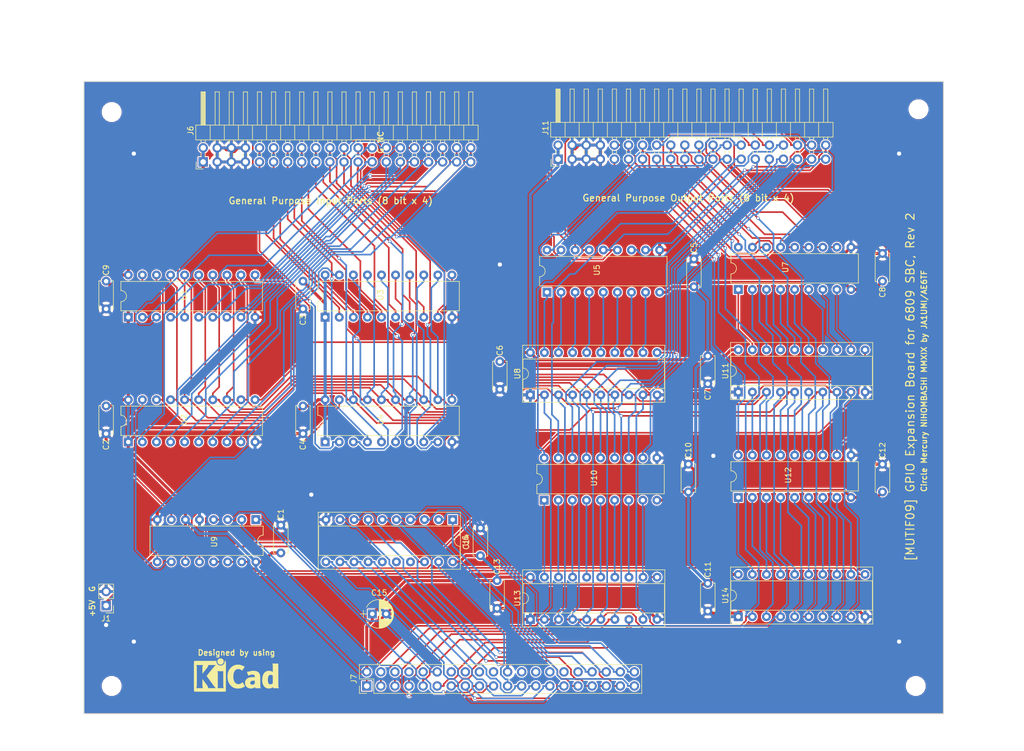
<source format=kicad_pcb>
(kicad_pcb (version 4) (host pcbnew 4.0.7)
  (layers (0 F.Cu signal) (31 B.Cu signal) (34 B.Paste user) (35 F.Paste user) (36 B.SilkS user) (37 F.SilkS user) (38 B.Mask user) (39 F.Mask user) (44 Edge.Cuts user))
  (net 0 "")
  (net 1 /+5V)
  (net 2 /GND)
  (net 3 /I0)
  (net 4 /I16)
  (net 5 /I1)
  (net 6 /I17)
  (net 7 /I2)
  (net 8 /I18)
  (net 9 /I3)
  (net 10 /I19)
  (net 11 /I4)
  (net 12 /I20)
  (net 13 /I5)
  (net 14 /I21)
  (net 15 /I6)
  (net 16 /I22)
  (net 17 /I7)
  (net 18 /I23)
  (net 19 /I8)
  (net 20 /I24)
  (net 21 /I9)
  (net 22 /I25)
  (net 23 /I10)
  (net 24 /I26)
  (net 25 /I11)
  (net 26 /I27)
  (net 27 /I12)
  (net 28 /I28)
  (net 29 /I13)
  (net 30 /I29)
  (net 31 /I14)
  (net 32 /I30)
  (net 33 /I15)
  (net 34 /I31)
  (net 35 /A2)
  (net 36 /A1)
  (net 37 /A0)
  (net 38 /O0)
  (net 39 /O16)
  (net 40 /O1)
  (net 41 /O17)
  (net 42 /O2)
  (net 43 /O18)
  (net 44 /O3)
  (net 45 /O19)
  (net 46 /O4)
  (net 47 /O20)
  (net 48 /O5)
  (net 49 /O21)
  (net 50 /O6)
  (net 51 /O22)
  (net 52 /O7)
  (net 53 /O23)
  (net 54 /O8)
  (net 55 /O24)
  (net 56 /O9)
  (net 57 /O25)
  (net 58 /O10)
  (net 59 /O26)
  (net 60 /O11)
  (net 61 /O27)
  (net 62 /O12)
  (net 63 /O28)
  (net 64 /O13)
  (net 65 /O29)
  (net 66 /O14)
  (net 67 /O30)
  (net 68 /O15)
  (net 69 /O31)
  (net 70 /D0)
  (net 71 /D7)
  (net 72 /D1)
  (net 73 /D6)
  (net 74 /D2)
  (net 75 /D5)
  (net 76 /D3)
  (net 77 /D4)
  (net 78 /IN3)
  (net 79 /IN1)
  (net 80 /IN2)
  (net 81 /IN0)
  (net 82 "Net-(U5-Pad1)")
  (net 83 "Net-(U5-Pad2)")
  (net 84 "Net-(U5-Pad3)")
  (net 85 "Net-(U5-Pad4)")
  (net 86 "Net-(U5-Pad5)")
  (net 87 "Net-(U5-Pad6)")
  (net 88 "Net-(U5-Pad7)")
  (net 89 "Net-(U5-Pad8)")
  (net 90 /OUT3)
  (net 91 /OUT2)
  (net 92 /OUT1)
  (net 93 /OUT0)
  (net 94 "Net-(U10-Pad1)")
  (net 95 "Net-(U10-Pad2)")
  (net 96 "Net-(U10-Pad3)")
  (net 97 "Net-(U10-Pad4)")
  (net 98 "Net-(U10-Pad5)")
  (net 99 "Net-(U10-Pad6)")
  (net 100 "Net-(U10-Pad7)")
  (net 101 "Net-(U10-Pad8)")
  (net 102 "Net-(U12-Pad1)")
  (net 103 "Net-(U12-Pad2)")
  (net 104 "Net-(U12-Pad3)")
  (net 105 "Net-(U12-Pad4)")
  (net 106 "Net-(U12-Pad5)")
  (net 107 "Net-(U12-Pad6)")
  (net 108 "Net-(U12-Pad7)")
  (net 109 "Net-(U12-Pad8)")
  (net 110 /R_/W)
  (net 111 /A3)
  (net 112 /A4)
  (net 113 /A5)
  (net 114 /A6)
  (net 115 /A7)
  (net 116 /A8)
  (net 117 /A15)
  (net 118 /A9)
  (net 119 /A14)
  (net 120 /A10)
  (net 121 /A13)
  (net 122 /A11)
  (net 123 /A12)
  (net 124 //DEMUXCE)
  (net 125 "Net-(U11-Pad19)")
  (net 126 "Net-(U11-Pad18)")
  (net 127 "Net-(U11-Pad17)")
  (net 128 "Net-(U11-Pad16)")
  (net 129 "Net-(U11-Pad15)")
  (net 130 "Net-(U11-Pad14)")
  (net 131 "Net-(U11-Pad13)")
  (net 132 "Net-(U11-Pad12)")
  (module mylib:via (layer F.Cu) (at 125 63)
    (fp_text reference REF** hide)
    (fp_text value via hide)
    (pad 1 thru_hole circle (at 0 0) (size 1.524 1.524) (drill 0.762) (layers *.Cu *.Mask))
  )
  (module mylib:via (layer F.Cu) (at 163.5 97.5)
    (fp_text reference REF** hide)
    (fp_text value via hide)
    (pad 1 thru_hole circle (at 0 0) (size 1.524 1.524) (drill 0.762) (layers *.Cu *.Mask))
  )
  (module mylib:via (layer F.Cu) (at 197 131)
    (fp_text reference REF** hide)
    (fp_text value via hide)
    (pad 1 thru_hole circle (at 0 0) (size 1.524 1.524) (drill 0.762) (layers *.Cu *.Mask))
  )
  (module mylib:via (layer F.Cu) (at 91 104.5)
    (fp_text reference REF** hide)
    (fp_text value via hide)
    (pad 1 thru_hole circle (at 0 0) (size 1.524 1.524) (drill 0.762) (layers *.Cu *.Mask))
  )
  (module mylib:via (layer F.Cu) (at 54 128)
    (fp_text reference REF** hide)
    (fp_text value via hide)
    (pad 1 thru_hole circle (at 0 0) (size 1.524 1.524) (drill 0.762) (layers *.Cu *.Mask))
  )
  (module mylib:via (layer F.Cu) (at 59 131)
    (fp_text reference REF** hide)
    (fp_text value via hide)
    (pad 1 thru_hole circle (at 0 0) (size 1.524 1.524) (drill 0.762) (layers *.Cu *.Mask))
  )
  (module mylib:via (layer F.Cu) (at 197 43)
    (fp_text reference REF** hide)
    (fp_text value via hide)
    (pad 1 thru_hole circle (at 0 0) (size 1.524 1.524) (drill 0.762) (layers *.Cu *.Mask))
  )
  (module Capacitors_THT:C_Disc_D5.0mm_W2.5mm_P5.00mm (layer F.Cu) (at 85.5 115 90)
    (fp_text reference C1 (at 7 0 90) (layer F.SilkS))
    (fp_text value 0.1u hide)
    (pad 1 thru_hole circle (at 0 0 90) (size 1.6 1.6) (drill 0.8) (layers *.Cu *.Mask) (net 1 /+5V))
    (pad 2 thru_hole circle (at 5 0 90) (size 1.6 1.6) (drill 0.8) (layers *.Cu *.Mask) (net 2 /GND))
  )
  (module Capacitors_THT:C_Disc_D5.0mm_W2.5mm_P5.00mm (layer F.Cu) (at 54 88.5 270)
    (fp_text reference C2 (at 7 0 270) (layer F.SilkS))
    (fp_text value 0.1u hide)
    (pad 1 thru_hole circle (at 0 0 270) (size 1.6 1.6) (drill 0.8) (layers *.Cu *.Mask) (net 1 /+5V))
    (pad 2 thru_hole circle (at 5 0 270) (size 1.6 1.6) (drill 0.8) (layers *.Cu *.Mask) (net 2 /GND))
  )
  (module Capacitors_THT:C_Disc_D5.0mm_W2.5mm_P5.00mm (layer F.Cu) (at 89.5 66 270)
    (fp_text reference C3 (at 7 0 270) (layer F.SilkS))
    (fp_text value 0.1u hide)
    (pad 1 thru_hole circle (at 0 0 270) (size 1.6 1.6) (drill 0.8) (layers *.Cu *.Mask) (net 1 /+5V))
    (pad 2 thru_hole circle (at 5 0 270) (size 1.6 1.6) (drill 0.8) (layers *.Cu *.Mask) (net 2 /GND))
  )
  (module Capacitors_THT:C_Disc_D5.0mm_W2.5mm_P5.00mm (layer F.Cu) (at 89.5 88.5 270)
    (fp_text reference C4 (at 7 0 270) (layer F.SilkS))
    (fp_text value 0.1u hide)
    (pad 1 thru_hole circle (at 0 0 270) (size 1.6 1.6) (drill 0.8) (layers *.Cu *.Mask) (net 1 /+5V))
    (pad 2 thru_hole circle (at 5 0 270) (size 1.6 1.6) (drill 0.8) (layers *.Cu *.Mask) (net 2 /GND))
  )
  (module Capacitors_THT:C_Disc_D5.0mm_W2.5mm_P5.00mm (layer F.Cu) (at 160 62 270)
    (fp_text reference C5 (at -2 0 270) (layer F.SilkS))
    (fp_text value 0.1u hide)
    (pad 1 thru_hole circle (at 0 0 270) (size 1.6 1.6) (drill 0.8) (layers *.Cu *.Mask) (net 2 /GND))
    (pad 2 thru_hole circle (at 5 0 270) (size 1.6 1.6) (drill 0.8) (layers *.Cu *.Mask) (net 1 /+5V))
  )
  (module Capacitors_THT:C_Disc_D5.0mm_W2.5mm_P5.00mm (layer F.Cu) (at 125 85.5 90)
    (fp_text reference C6 (at 7 0 90) (layer F.SilkS))
    (fp_text value 0.1u hide)
    (pad 1 thru_hole circle (at 0 0 90) (size 1.6 1.6) (drill 0.8) (layers *.Cu *.Mask) (net 2 /GND))
    (pad 2 thru_hole circle (at 5 0 90) (size 1.6 1.6) (drill 0.8) (layers *.Cu *.Mask) (net 1 /+5V))
  )
  (module Capacitors_THT:C_Disc_D5.0mm_W2.5mm_P5.00mm (layer F.Cu) (at 162.5 84.5 90)
    (fp_text reference C7 (at -2 0 90) (layer F.SilkS))
    (fp_text value 0.1u hide)
    (pad 1 thru_hole circle (at 0 0 90) (size 1.6 1.6) (drill 0.8) (layers *.Cu *.Mask) (net 2 /GND))
    (pad 2 thru_hole circle (at 5 0 90) (size 1.6 1.6) (drill 0.8) (layers *.Cu *.Mask) (net 1 /+5V))
  )
  (module Capacitors_THT:C_Disc_D5.0mm_W2.5mm_P5.00mm (layer F.Cu) (at 194 61 270)
    (fp_text reference C8 (at 7 0 270) (layer F.SilkS))
    (fp_text value 0.1u hide)
    (pad 1 thru_hole circle (at 0 0 270) (size 1.6 1.6) (drill 0.8) (layers *.Cu *.Mask) (net 2 /GND))
    (pad 2 thru_hole circle (at 5 0 270) (size 1.6 1.6) (drill 0.8) (layers *.Cu *.Mask) (net 1 /+5V))
  )
  (module Capacitors_THT:C_Disc_D5.0mm_W2.5mm_P5.00mm (layer F.Cu) (at 54 71 90)
    (fp_text reference C9 (at 7 0 90) (layer F.SilkS))
    (fp_text value 0.1u hide)
    (pad 1 thru_hole circle (at 0 0 90) (size 1.6 1.6) (drill 0.8) (layers *.Cu *.Mask) (net 2 /GND))
    (pad 2 thru_hole circle (at 5 0 90) (size 1.6 1.6) (drill 0.8) (layers *.Cu *.Mask) (net 1 /+5V))
  )
  (module Capacitors_THT:C_Disc_D5.0mm_W2.5mm_P5.00mm (layer F.Cu) (at 159 99 270)
    (fp_text reference C10 (at -2.5 0 270) (layer F.SilkS))
    (fp_text value 0.1u hide)
    (pad 1 thru_hole circle (at 0 0 270) (size 1.6 1.6) (drill 0.8) (layers *.Cu *.Mask) (net 2 /GND))
    (pad 2 thru_hole circle (at 5 0 270) (size 1.6 1.6) (drill 0.8) (layers *.Cu *.Mask) (net 1 /+5V))
  )
  (module Capacitors_THT:C_Disc_D5.0mm_W2.5mm_P5.00mm (layer F.Cu) (at 162.5 125.5 90)
    (fp_text reference C11 (at 7.5 0 90) (layer F.SilkS))
    (fp_text value 0.1u hide)
    (pad 1 thru_hole circle (at 0 0 90) (size 1.6 1.6) (drill 0.8) (layers *.Cu *.Mask) (net 2 /GND))
    (pad 2 thru_hole circle (at 5 0 90) (size 1.6 1.6) (drill 0.8) (layers *.Cu *.Mask) (net 1 /+5V))
  )
  (module Capacitors_THT:C_Disc_D5.0mm_W2.5mm_P5.00mm (layer F.Cu) (at 194 99 270)
    (fp_text reference C12 (at -2.5 0 270) (layer F.SilkS))
    (fp_text value 0.1u hide)
    (pad 1 thru_hole circle (at 0 0 270) (size 1.6 1.6) (drill 0.8) (layers *.Cu *.Mask) (net 2 /GND))
    (pad 2 thru_hole circle (at 5 0 270) (size 1.6 1.6) (drill 0.8) (layers *.Cu *.Mask) (net 1 /+5V))
  )
  (module Capacitors_THT:C_Disc_D5.0mm_W2.5mm_P5.00mm (layer F.Cu) (at 124.5 125 90)
    (fp_text reference C13 (at 7.5 0 90) (layer F.SilkS))
    (fp_text value 0.1u hide)
    (pad 1 thru_hole circle (at 0 0 90) (size 1.6 1.6) (drill 0.8) (layers *.Cu *.Mask) (net 2 /GND))
    (pad 2 thru_hole circle (at 5 0 90) (size 1.6 1.6) (drill 0.8) (layers *.Cu *.Mask) (net 1 /+5V))
  )
  (module Pin_Headers:Pin_Header_Straight_1x02_Pitch2.54mm (layer F.Cu) (at 54 124.5 180)
    (fp_text reference J1 (at 0 -2.33 180) (layer F.SilkS))
    (fp_text value Conn_01x02 hide)
    (pad 1 thru_hole rect (at 0 0 180) (size 1.7 1.7) (drill 1) (layers *.Cu *.Mask) (net 1 /+5V))
    (pad 2 thru_hole oval (at 0 2.54 180) (size 1.7 1.7) (drill 1) (layers *.Cu *.Mask) (net 2 /GND))
  )
  (module Mounting_Holes:MountingHole_3.2mm_M3 (layer F.Cu) (at 55 35.5)
    (fp_text reference J2 hide)
    (fp_text value Mount_Hole_3.2mm_M3 hide)
    (pad 1 np_thru_hole circle (at 0 0) (size 3.2 3.2) (drill 3.2) (layers *.Cu *.Mask))
  )
  (module Mounting_Holes:MountingHole_3.2mm_M3 (layer F.Cu) (at 200.5 35)
    (fp_text reference J3 hide)
    (fp_text value Mount_Hole_3.2mm_M3 hide)
    (pad 1 np_thru_hole circle (at 0 0) (size 3.2 3.2) (drill 3.2) (layers *.Cu *.Mask))
  )
  (module Mounting_Holes:MountingHole_3.2mm_M3 (layer F.Cu) (at 55 139)
    (fp_text reference J4 hide)
    (fp_text value Mount_Hole_3.2mm_M3 hide)
    (pad 1 np_thru_hole circle (at 0 0) (size 3.2 3.2) (drill 3.2) (layers *.Cu *.Mask))
  )
  (module Mounting_Holes:MountingHole_3.2mm_M3 (layer F.Cu) (at 200 139)
    (fp_text reference J5 hide)
    (fp_text value Mount_Hole_3.2mm_M3 hide)
    (pad 1 np_thru_hole circle (at 0 0) (size 3.2 3.2) (drill 3.2) (layers *.Cu *.Mask))
  )
  (module Housings_DIP:DIP-20_W7.62mm (layer F.Cu) (at 58 72.5 90)
    (fp_text reference U1 (at 4 10 90) (layer F.SilkS))
    (fp_text value 74HCT245)
    (pad 1 thru_hole rect (at 0 0 90) (size 1.6 1.6) (drill 0.8) (layers *.Cu *.Mask) (net 1 /+5V))
    (pad 11 thru_hole oval (at 7.62 22.86 90) (size 1.6 1.6) (drill 0.8) (layers *.Cu *.Mask) (net 71 /D7))
    (pad 2 thru_hole oval (at 0 2.54 90) (size 1.6 1.6) (drill 0.8) (layers *.Cu *.Mask) (net 20 /I24))
    (pad 12 thru_hole oval (at 7.62 20.32 90) (size 1.6 1.6) (drill 0.8) (layers *.Cu *.Mask) (net 73 /D6))
    (pad 3 thru_hole oval (at 0 5.08 90) (size 1.6 1.6) (drill 0.8) (layers *.Cu *.Mask) (net 22 /I25))
    (pad 13 thru_hole oval (at 7.62 17.78 90) (size 1.6 1.6) (drill 0.8) (layers *.Cu *.Mask) (net 75 /D5))
    (pad 4 thru_hole oval (at 0 7.62 90) (size 1.6 1.6) (drill 0.8) (layers *.Cu *.Mask) (net 24 /I26))
    (pad 14 thru_hole oval (at 7.62 15.24 90) (size 1.6 1.6) (drill 0.8) (layers *.Cu *.Mask) (net 77 /D4))
    (pad 5 thru_hole oval (at 0 10.16 90) (size 1.6 1.6) (drill 0.8) (layers *.Cu *.Mask) (net 26 /I27))
    (pad 15 thru_hole oval (at 7.62 12.7 90) (size 1.6 1.6) (drill 0.8) (layers *.Cu *.Mask) (net 76 /D3))
    (pad 6 thru_hole oval (at 0 12.7 90) (size 1.6 1.6) (drill 0.8) (layers *.Cu *.Mask) (net 28 /I28))
    (pad 16 thru_hole oval (at 7.62 10.16 90) (size 1.6 1.6) (drill 0.8) (layers *.Cu *.Mask) (net 74 /D2))
    (pad 7 thru_hole oval (at 0 15.24 90) (size 1.6 1.6) (drill 0.8) (layers *.Cu *.Mask) (net 30 /I29))
    (pad 17 thru_hole oval (at 7.62 7.62 90) (size 1.6 1.6) (drill 0.8) (layers *.Cu *.Mask) (net 72 /D1))
    (pad 8 thru_hole oval (at 0 17.78 90) (size 1.6 1.6) (drill 0.8) (layers *.Cu *.Mask) (net 32 /I30))
    (pad 18 thru_hole oval (at 7.62 5.08 90) (size 1.6 1.6) (drill 0.8) (layers *.Cu *.Mask) (net 70 /D0))
    (pad 9 thru_hole oval (at 0 20.32 90) (size 1.6 1.6) (drill 0.8) (layers *.Cu *.Mask) (net 34 /I31))
    (pad 19 thru_hole oval (at 7.62 2.54 90) (size 1.6 1.6) (drill 0.8) (layers *.Cu *.Mask) (net 78 /IN3))
    (pad 10 thru_hole oval (at 0 22.86 90) (size 1.6 1.6) (drill 0.8) (layers *.Cu *.Mask) (net 2 /GND))
    (pad 20 thru_hole oval (at 7.62 0 90) (size 1.6 1.6) (drill 0.8) (layers *.Cu *.Mask) (net 1 /+5V))
  )
  (module Housings_DIP:DIP-20_W7.62mm (layer F.Cu) (at 58 95 90)
    (fp_text reference U2 (at 4 10 90) (layer F.SilkS))
    (fp_text value 74HCT245)
    (pad 1 thru_hole rect (at 0 0 90) (size 1.6 1.6) (drill 0.8) (layers *.Cu *.Mask) (net 1 /+5V))
    (pad 11 thru_hole oval (at 7.62 22.86 90) (size 1.6 1.6) (drill 0.8) (layers *.Cu *.Mask) (net 71 /D7))
    (pad 2 thru_hole oval (at 0 2.54 90) (size 1.6 1.6) (drill 0.8) (layers *.Cu *.Mask) (net 19 /I8))
    (pad 12 thru_hole oval (at 7.62 20.32 90) (size 1.6 1.6) (drill 0.8) (layers *.Cu *.Mask) (net 73 /D6))
    (pad 3 thru_hole oval (at 0 5.08 90) (size 1.6 1.6) (drill 0.8) (layers *.Cu *.Mask) (net 21 /I9))
    (pad 13 thru_hole oval (at 7.62 17.78 90) (size 1.6 1.6) (drill 0.8) (layers *.Cu *.Mask) (net 75 /D5))
    (pad 4 thru_hole oval (at 0 7.62 90) (size 1.6 1.6) (drill 0.8) (layers *.Cu *.Mask) (net 23 /I10))
    (pad 14 thru_hole oval (at 7.62 15.24 90) (size 1.6 1.6) (drill 0.8) (layers *.Cu *.Mask) (net 77 /D4))
    (pad 5 thru_hole oval (at 0 10.16 90) (size 1.6 1.6) (drill 0.8) (layers *.Cu *.Mask) (net 25 /I11))
    (pad 15 thru_hole oval (at 7.62 12.7 90) (size 1.6 1.6) (drill 0.8) (layers *.Cu *.Mask) (net 76 /D3))
    (pad 6 thru_hole oval (at 0 12.7 90) (size 1.6 1.6) (drill 0.8) (layers *.Cu *.Mask) (net 27 /I12))
    (pad 16 thru_hole oval (at 7.62 10.16 90) (size 1.6 1.6) (drill 0.8) (layers *.Cu *.Mask) (net 74 /D2))
    (pad 7 thru_hole oval (at 0 15.24 90) (size 1.6 1.6) (drill 0.8) (layers *.Cu *.Mask) (net 29 /I13))
    (pad 17 thru_hole oval (at 7.62 7.62 90) (size 1.6 1.6) (drill 0.8) (layers *.Cu *.Mask) (net 72 /D1))
    (pad 8 thru_hole oval (at 0 17.78 90) (size 1.6 1.6) (drill 0.8) (layers *.Cu *.Mask) (net 31 /I14))
    (pad 18 thru_hole oval (at 7.62 5.08 90) (size 1.6 1.6) (drill 0.8) (layers *.Cu *.Mask) (net 70 /D0))
    (pad 9 thru_hole oval (at 0 20.32 90) (size 1.6 1.6) (drill 0.8) (layers *.Cu *.Mask) (net 33 /I15))
    (pad 19 thru_hole oval (at 7.62 2.54 90) (size 1.6 1.6) (drill 0.8) (layers *.Cu *.Mask) (net 79 /IN1))
    (pad 10 thru_hole oval (at 0 22.86 90) (size 1.6 1.6) (drill 0.8) (layers *.Cu *.Mask) (net 2 /GND))
    (pad 20 thru_hole oval (at 7.62 0 90) (size 1.6 1.6) (drill 0.8) (layers *.Cu *.Mask) (net 1 /+5V))
  )
  (module Housings_DIP:DIP-20_W7.62mm (layer F.Cu) (at 93.5 72.5 90)
    (fp_text reference U3 (at 4 10 90) (layer F.SilkS))
    (fp_text value 74HCT245)
    (pad 1 thru_hole rect (at 0 0 90) (size 1.6 1.6) (drill 0.8) (layers *.Cu *.Mask) (net 1 /+5V))
    (pad 11 thru_hole oval (at 7.62 22.86 90) (size 1.6 1.6) (drill 0.8) (layers *.Cu *.Mask) (net 71 /D7))
    (pad 2 thru_hole oval (at 0 2.54 90) (size 1.6 1.6) (drill 0.8) (layers *.Cu *.Mask) (net 4 /I16))
    (pad 12 thru_hole oval (at 7.62 20.32 90) (size 1.6 1.6) (drill 0.8) (layers *.Cu *.Mask) (net 73 /D6))
    (pad 3 thru_hole oval (at 0 5.08 90) (size 1.6 1.6) (drill 0.8) (layers *.Cu *.Mask) (net 6 /I17))
    (pad 13 thru_hole oval (at 7.62 17.78 90) (size 1.6 1.6) (drill 0.8) (layers *.Cu *.Mask) (net 75 /D5))
    (pad 4 thru_hole oval (at 0 7.62 90) (size 1.6 1.6) (drill 0.8) (layers *.Cu *.Mask) (net 8 /I18))
    (pad 14 thru_hole oval (at 7.62 15.24 90) (size 1.6 1.6) (drill 0.8) (layers *.Cu *.Mask) (net 77 /D4))
    (pad 5 thru_hole oval (at 0 10.16 90) (size 1.6 1.6) (drill 0.8) (layers *.Cu *.Mask) (net 10 /I19))
    (pad 15 thru_hole oval (at 7.62 12.7 90) (size 1.6 1.6) (drill 0.8) (layers *.Cu *.Mask) (net 76 /D3))
    (pad 6 thru_hole oval (at 0 12.7 90) (size 1.6 1.6) (drill 0.8) (layers *.Cu *.Mask) (net 12 /I20))
    (pad 16 thru_hole oval (at 7.62 10.16 90) (size 1.6 1.6) (drill 0.8) (layers *.Cu *.Mask) (net 74 /D2))
    (pad 7 thru_hole oval (at 0 15.24 90) (size 1.6 1.6) (drill 0.8) (layers *.Cu *.Mask) (net 14 /I21))
    (pad 17 thru_hole oval (at 7.62 7.62 90) (size 1.6 1.6) (drill 0.8) (layers *.Cu *.Mask) (net 72 /D1))
    (pad 8 thru_hole oval (at 0 17.78 90) (size 1.6 1.6) (drill 0.8) (layers *.Cu *.Mask) (net 16 /I22))
    (pad 18 thru_hole oval (at 7.62 5.08 90) (size 1.6 1.6) (drill 0.8) (layers *.Cu *.Mask) (net 70 /D0))
    (pad 9 thru_hole oval (at 0 20.32 90) (size 1.6 1.6) (drill 0.8) (layers *.Cu *.Mask) (net 18 /I23))
    (pad 19 thru_hole oval (at 7.62 2.54 90) (size 1.6 1.6) (drill 0.8) (layers *.Cu *.Mask) (net 80 /IN2))
    (pad 10 thru_hole oval (at 0 22.86 90) (size 1.6 1.6) (drill 0.8) (layers *.Cu *.Mask) (net 2 /GND))
    (pad 20 thru_hole oval (at 7.62 0 90) (size 1.6 1.6) (drill 0.8) (layers *.Cu *.Mask) (net 1 /+5V))
  )
  (module Housings_DIP:DIP-20_W7.62mm (layer F.Cu) (at 93.5 95 90)
    (fp_text reference U4 (at 4 10 90) (layer F.SilkS))
    (fp_text value 74HCT245)
    (pad 1 thru_hole rect (at 0 0 90) (size 1.6 1.6) (drill 0.8) (layers *.Cu *.Mask) (net 1 /+5V))
    (pad 11 thru_hole oval (at 7.62 22.86 90) (size 1.6 1.6) (drill 0.8) (layers *.Cu *.Mask) (net 71 /D7))
    (pad 2 thru_hole oval (at 0 2.54 90) (size 1.6 1.6) (drill 0.8) (layers *.Cu *.Mask) (net 3 /I0))
    (pad 12 thru_hole oval (at 7.62 20.32 90) (size 1.6 1.6) (drill 0.8) (layers *.Cu *.Mask) (net 73 /D6))
    (pad 3 thru_hole oval (at 0 5.08 90) (size 1.6 1.6) (drill 0.8) (layers *.Cu *.Mask) (net 5 /I1))
    (pad 13 thru_hole oval (at 7.62 17.78 90) (size 1.6 1.6) (drill 0.8) (layers *.Cu *.Mask) (net 75 /D5))
    (pad 4 thru_hole oval (at 0 7.62 90) (size 1.6 1.6) (drill 0.8) (layers *.Cu *.Mask) (net 7 /I2))
    (pad 14 thru_hole oval (at 7.62 15.24 90) (size 1.6 1.6) (drill 0.8) (layers *.Cu *.Mask) (net 77 /D4))
    (pad 5 thru_hole oval (at 0 10.16 90) (size 1.6 1.6) (drill 0.8) (layers *.Cu *.Mask) (net 9 /I3))
    (pad 15 thru_hole oval (at 7.62 12.7 90) (size 1.6 1.6) (drill 0.8) (layers *.Cu *.Mask) (net 76 /D3))
    (pad 6 thru_hole oval (at 0 12.7 90) (size 1.6 1.6) (drill 0.8) (layers *.Cu *.Mask) (net 11 /I4))
    (pad 16 thru_hole oval (at 7.62 10.16 90) (size 1.6 1.6) (drill 0.8) (layers *.Cu *.Mask) (net 74 /D2))
    (pad 7 thru_hole oval (at 0 15.24 90) (size 1.6 1.6) (drill 0.8) (layers *.Cu *.Mask) (net 13 /I5))
    (pad 17 thru_hole oval (at 7.62 7.62 90) (size 1.6 1.6) (drill 0.8) (layers *.Cu *.Mask) (net 72 /D1))
    (pad 8 thru_hole oval (at 0 17.78 90) (size 1.6 1.6) (drill 0.8) (layers *.Cu *.Mask) (net 15 /I6))
    (pad 18 thru_hole oval (at 7.62 5.08 90) (size 1.6 1.6) (drill 0.8) (layers *.Cu *.Mask) (net 70 /D0))
    (pad 9 thru_hole oval (at 0 20.32 90) (size 1.6 1.6) (drill 0.8) (layers *.Cu *.Mask) (net 17 /I7))
    (pad 19 thru_hole oval (at 7.62 2.54 90) (size 1.6 1.6) (drill 0.8) (layers *.Cu *.Mask) (net 81 /IN0))
    (pad 10 thru_hole oval (at 0 22.86 90) (size 1.6 1.6) (drill 0.8) (layers *.Cu *.Mask) (net 2 /GND))
    (pad 20 thru_hole oval (at 7.62 0 90) (size 1.6 1.6) (drill 0.8) (layers *.Cu *.Mask) (net 1 /+5V))
  )
  (module Housings_DIP:DIP-18_W7.62mm (layer F.Cu) (at 133.5 68 90)
    (fp_text reference U5 (at 4 9 90) (layer F.SilkS))
    (fp_text value TBD62783A)
    (pad 1 thru_hole rect (at 0 0 90) (size 1.6 1.6) (drill 0.8) (layers *.Cu *.Mask) (net 82 "Net-(U5-Pad1)"))
    (pad 10 thru_hole oval (at 7.62 20.32 90) (size 1.6 1.6) (drill 0.8) (layers *.Cu *.Mask) (net 2 /GND))
    (pad 2 thru_hole oval (at 0 2.54 90) (size 1.6 1.6) (drill 0.8) (layers *.Cu *.Mask) (net 83 "Net-(U5-Pad2)"))
    (pad 11 thru_hole oval (at 7.62 17.78 90) (size 1.6 1.6) (drill 0.8) (layers *.Cu *.Mask) (net 69 /O31))
    (pad 3 thru_hole oval (at 0 5.08 90) (size 1.6 1.6) (drill 0.8) (layers *.Cu *.Mask) (net 84 "Net-(U5-Pad3)"))
    (pad 12 thru_hole oval (at 7.62 15.24 90) (size 1.6 1.6) (drill 0.8) (layers *.Cu *.Mask) (net 67 /O30))
    (pad 4 thru_hole oval (at 0 7.62 90) (size 1.6 1.6) (drill 0.8) (layers *.Cu *.Mask) (net 85 "Net-(U5-Pad4)"))
    (pad 13 thru_hole oval (at 7.62 12.7 90) (size 1.6 1.6) (drill 0.8) (layers *.Cu *.Mask) (net 65 /O29))
    (pad 5 thru_hole oval (at 0 10.16 90) (size 1.6 1.6) (drill 0.8) (layers *.Cu *.Mask) (net 86 "Net-(U5-Pad5)"))
    (pad 14 thru_hole oval (at 7.62 10.16 90) (size 1.6 1.6) (drill 0.8) (layers *.Cu *.Mask) (net 63 /O28))
    (pad 6 thru_hole oval (at 0 12.7 90) (size 1.6 1.6) (drill 0.8) (layers *.Cu *.Mask) (net 87 "Net-(U5-Pad6)"))
    (pad 15 thru_hole oval (at 7.62 7.62 90) (size 1.6 1.6) (drill 0.8) (layers *.Cu *.Mask) (net 61 /O27))
    (pad 7 thru_hole oval (at 0 15.24 90) (size 1.6 1.6) (drill 0.8) (layers *.Cu *.Mask) (net 88 "Net-(U5-Pad7)"))
    (pad 16 thru_hole oval (at 7.62 5.08 90) (size 1.6 1.6) (drill 0.8) (layers *.Cu *.Mask) (net 59 /O26))
    (pad 8 thru_hole oval (at 0 17.78 90) (size 1.6 1.6) (drill 0.8) (layers *.Cu *.Mask) (net 89 "Net-(U5-Pad8)"))
    (pad 17 thru_hole oval (at 7.62 2.54 90) (size 1.6 1.6) (drill 0.8) (layers *.Cu *.Mask) (net 57 /O25))
    (pad 9 thru_hole oval (at 0 20.32 90) (size 1.6 1.6) (drill 0.8) (layers *.Cu *.Mask) (net 1 /+5V))
    (pad 18 thru_hole oval (at 7.62 0 90) (size 1.6 1.6) (drill 0.8) (layers *.Cu *.Mask) (net 55 /O24))
  )
  (module Housings_DIP:DIP-18_W7.62mm (layer F.Cu) (at 168 67.5 90)
    (fp_text reference U7 (at 4 8.5 90) (layer F.SilkS))
    (fp_text value TBD62783A)
    (pad 1 thru_hole rect (at 0 0 90) (size 1.6 1.6) (drill 0.8) (layers *.Cu *.Mask) (net 125 "Net-(U11-Pad19)"))
    (pad 10 thru_hole oval (at 7.62 20.32 90) (size 1.6 1.6) (drill 0.8) (layers *.Cu *.Mask) (net 2 /GND))
    (pad 2 thru_hole oval (at 0 2.54 90) (size 1.6 1.6) (drill 0.8) (layers *.Cu *.Mask) (net 126 "Net-(U11-Pad18)"))
    (pad 11 thru_hole oval (at 7.62 17.78 90) (size 1.6 1.6) (drill 0.8) (layers *.Cu *.Mask) (net 53 /O23))
    (pad 3 thru_hole oval (at 0 5.08 90) (size 1.6 1.6) (drill 0.8) (layers *.Cu *.Mask) (net 127 "Net-(U11-Pad17)"))
    (pad 12 thru_hole oval (at 7.62 15.24 90) (size 1.6 1.6) (drill 0.8) (layers *.Cu *.Mask) (net 51 /O22))
    (pad 4 thru_hole oval (at 0 7.62 90) (size 1.6 1.6) (drill 0.8) (layers *.Cu *.Mask) (net 128 "Net-(U11-Pad16)"))
    (pad 13 thru_hole oval (at 7.62 12.7 90) (size 1.6 1.6) (drill 0.8) (layers *.Cu *.Mask) (net 49 /O21))
    (pad 5 thru_hole oval (at 0 10.16 90) (size 1.6 1.6) (drill 0.8) (layers *.Cu *.Mask) (net 129 "Net-(U11-Pad15)"))
    (pad 14 thru_hole oval (at 7.62 10.16 90) (size 1.6 1.6) (drill 0.8) (layers *.Cu *.Mask) (net 47 /O20))
    (pad 6 thru_hole oval (at 0 12.7 90) (size 1.6 1.6) (drill 0.8) (layers *.Cu *.Mask) (net 130 "Net-(U11-Pad14)"))
    (pad 15 thru_hole oval (at 7.62 7.62 90) (size 1.6 1.6) (drill 0.8) (layers *.Cu *.Mask) (net 45 /O19))
    (pad 7 thru_hole oval (at 0 15.24 90) (size 1.6 1.6) (drill 0.8) (layers *.Cu *.Mask) (net 131 "Net-(U11-Pad13)"))
    (pad 16 thru_hole oval (at 7.62 5.08 90) (size 1.6 1.6) (drill 0.8) (layers *.Cu *.Mask) (net 43 /O18))
    (pad 8 thru_hole oval (at 0 17.78 90) (size 1.6 1.6) (drill 0.8) (layers *.Cu *.Mask) (net 132 "Net-(U11-Pad12)"))
    (pad 17 thru_hole oval (at 7.62 2.54 90) (size 1.6 1.6) (drill 0.8) (layers *.Cu *.Mask) (net 41 /O17))
    (pad 9 thru_hole oval (at 0 20.32 90) (size 1.6 1.6) (drill 0.8) (layers *.Cu *.Mask) (net 1 /+5V))
    (pad 18 thru_hole oval (at 7.62 0 90) (size 1.6 1.6) (drill 0.8) (layers *.Cu *.Mask) (net 39 /O16))
  )
  (module Housings_DIP:DIP-16_W7.62mm (layer F.Cu) (at 81 109 270)
    (fp_text reference U9 (at 4 7.5 270) (layer F.SilkS))
    (fp_text value 74HCT138)
    (pad 1 thru_hole rect (at 0 0 270) (size 1.6 1.6) (drill 0.8) (layers *.Cu *.Mask) (net 37 /A0))
    (pad 9 thru_hole oval (at 7.62 17.78 270) (size 1.6 1.6) (drill 0.8) (layers *.Cu *.Mask) (net 80 /IN2))
    (pad 2 thru_hole oval (at 0 2.54 270) (size 1.6 1.6) (drill 0.8) (layers *.Cu *.Mask) (net 36 /A1))
    (pad 10 thru_hole oval (at 7.62 15.24 270) (size 1.6 1.6) (drill 0.8) (layers *.Cu *.Mask) (net 79 /IN1))
    (pad 3 thru_hole oval (at 0 5.08 270) (size 1.6 1.6) (drill 0.8) (layers *.Cu *.Mask) (net 110 /R_/W))
    (pad 11 thru_hole oval (at 7.62 12.7 270) (size 1.6 1.6) (drill 0.8) (layers *.Cu *.Mask) (net 81 /IN0))
    (pad 4 thru_hole oval (at 0 7.62 270) (size 1.6 1.6) (drill 0.8) (layers *.Cu *.Mask) (net 124 //DEMUXCE))
    (pad 12 thru_hole oval (at 7.62 10.16 270) (size 1.6 1.6) (drill 0.8) (layers *.Cu *.Mask) (net 90 /OUT3))
    (pad 5 thru_hole oval (at 0 10.16 270) (size 1.6 1.6) (drill 0.8) (layers *.Cu *.Mask) (net 2 /GND))
    (pad 13 thru_hole oval (at 7.62 7.62 270) (size 1.6 1.6) (drill 0.8) (layers *.Cu *.Mask) (net 91 /OUT2))
    (pad 6 thru_hole oval (at 0 12.7 270) (size 1.6 1.6) (drill 0.8) (layers *.Cu *.Mask) (net 1 /+5V))
    (pad 14 thru_hole oval (at 7.62 5.08 270) (size 1.6 1.6) (drill 0.8) (layers *.Cu *.Mask) (net 92 /OUT1))
    (pad 7 thru_hole oval (at 0 15.24 270) (size 1.6 1.6) (drill 0.8) (layers *.Cu *.Mask) (net 78 /IN3))
    (pad 15 thru_hole oval (at 7.62 2.54 270) (size 1.6 1.6) (drill 0.8) (layers *.Cu *.Mask) (net 93 /OUT0))
    (pad 8 thru_hole oval (at 0 17.78 270) (size 1.6 1.6) (drill 0.8) (layers *.Cu *.Mask) (net 2 /GND))
    (pad 16 thru_hole oval (at 7.62 0 270) (size 1.6 1.6) (drill 0.8) (layers *.Cu *.Mask) (net 1 /+5V))
  )
  (module Housings_DIP:DIP-18_W7.62mm (layer F.Cu) (at 133 105.5 90)
    (fp_text reference U10 (at 4 9 90) (layer F.SilkS))
    (fp_text value TBD62783A)
    (pad 1 thru_hole rect (at 0 0 90) (size 1.6 1.6) (drill 0.8) (layers *.Cu *.Mask) (net 94 "Net-(U10-Pad1)"))
    (pad 10 thru_hole oval (at 7.62 20.32 90) (size 1.6 1.6) (drill 0.8) (layers *.Cu *.Mask) (net 2 /GND))
    (pad 2 thru_hole oval (at 0 2.54 90) (size 1.6 1.6) (drill 0.8) (layers *.Cu *.Mask) (net 95 "Net-(U10-Pad2)"))
    (pad 11 thru_hole oval (at 7.62 17.78 90) (size 1.6 1.6) (drill 0.8) (layers *.Cu *.Mask) (net 68 /O15))
    (pad 3 thru_hole oval (at 0 5.08 90) (size 1.6 1.6) (drill 0.8) (layers *.Cu *.Mask) (net 96 "Net-(U10-Pad3)"))
    (pad 12 thru_hole oval (at 7.62 15.24 90) (size 1.6 1.6) (drill 0.8) (layers *.Cu *.Mask) (net 66 /O14))
    (pad 4 thru_hole oval (at 0 7.62 90) (size 1.6 1.6) (drill 0.8) (layers *.Cu *.Mask) (net 97 "Net-(U10-Pad4)"))
    (pad 13 thru_hole oval (at 7.62 12.7 90) (size 1.6 1.6) (drill 0.8) (layers *.Cu *.Mask) (net 64 /O13))
    (pad 5 thru_hole oval (at 0 10.16 90) (size 1.6 1.6) (drill 0.8) (layers *.Cu *.Mask) (net 98 "Net-(U10-Pad5)"))
    (pad 14 thru_hole oval (at 7.62 10.16 90) (size 1.6 1.6) (drill 0.8) (layers *.Cu *.Mask) (net 62 /O12))
    (pad 6 thru_hole oval (at 0 12.7 90) (size 1.6 1.6) (drill 0.8) (layers *.Cu *.Mask) (net 99 "Net-(U10-Pad6)"))
    (pad 15 thru_hole oval (at 7.62 7.62 90) (size 1.6 1.6) (drill 0.8) (layers *.Cu *.Mask) (net 60 /O11))
    (pad 7 thru_hole oval (at 0 15.24 90) (size 1.6 1.6) (drill 0.8) (layers *.Cu *.Mask) (net 100 "Net-(U10-Pad7)"))
    (pad 16 thru_hole oval (at 7.62 5.08 90) (size 1.6 1.6) (drill 0.8) (layers *.Cu *.Mask) (net 58 /O10))
    (pad 8 thru_hole oval (at 0 17.78 90) (size 1.6 1.6) (drill 0.8) (layers *.Cu *.Mask) (net 101 "Net-(U10-Pad8)"))
    (pad 17 thru_hole oval (at 7.62 2.54 90) (size 1.6 1.6) (drill 0.8) (layers *.Cu *.Mask) (net 56 /O9))
    (pad 9 thru_hole oval (at 0 20.32 90) (size 1.6 1.6) (drill 0.8) (layers *.Cu *.Mask) (net 1 /+5V))
    (pad 18 thru_hole oval (at 7.62 0 90) (size 1.6 1.6) (drill 0.8) (layers *.Cu *.Mask) (net 54 /O8))
  )
  (module Housings_DIP:DIP-18_W7.62mm (layer F.Cu) (at 168 105 90)
    (fp_text reference U12 (at 4 9 90) (layer F.SilkS))
    (fp_text value TBD62783A)
    (pad 1 thru_hole rect (at 0 0 90) (size 1.6 1.6) (drill 0.8) (layers *.Cu *.Mask) (net 102 "Net-(U12-Pad1)"))
    (pad 10 thru_hole oval (at 7.62 20.32 90) (size 1.6 1.6) (drill 0.8) (layers *.Cu *.Mask) (net 2 /GND))
    (pad 2 thru_hole oval (at 0 2.54 90) (size 1.6 1.6) (drill 0.8) (layers *.Cu *.Mask) (net 103 "Net-(U12-Pad2)"))
    (pad 11 thru_hole oval (at 7.62 17.78 90) (size 1.6 1.6) (drill 0.8) (layers *.Cu *.Mask) (net 52 /O7))
    (pad 3 thru_hole oval (at 0 5.08 90) (size 1.6 1.6) (drill 0.8) (layers *.Cu *.Mask) (net 104 "Net-(U12-Pad3)"))
    (pad 12 thru_hole oval (at 7.62 15.24 90) (size 1.6 1.6) (drill 0.8) (layers *.Cu *.Mask) (net 50 /O6))
    (pad 4 thru_hole oval (at 0 7.62 90) (size 1.6 1.6) (drill 0.8) (layers *.Cu *.Mask) (net 105 "Net-(U12-Pad4)"))
    (pad 13 thru_hole oval (at 7.62 12.7 90) (size 1.6 1.6) (drill 0.8) (layers *.Cu *.Mask) (net 48 /O5))
    (pad 5 thru_hole oval (at 0 10.16 90) (size 1.6 1.6) (drill 0.8) (layers *.Cu *.Mask) (net 106 "Net-(U12-Pad5)"))
    (pad 14 thru_hole oval (at 7.62 10.16 90) (size 1.6 1.6) (drill 0.8) (layers *.Cu *.Mask) (net 46 /O4))
    (pad 6 thru_hole oval (at 0 12.7 90) (size 1.6 1.6) (drill 0.8) (layers *.Cu *.Mask) (net 107 "Net-(U12-Pad6)"))
    (pad 15 thru_hole oval (at 7.62 7.62 90) (size 1.6 1.6) (drill 0.8) (layers *.Cu *.Mask) (net 44 /O3))
    (pad 7 thru_hole oval (at 0 15.24 90) (size 1.6 1.6) (drill 0.8) (layers *.Cu *.Mask) (net 108 "Net-(U12-Pad7)"))
    (pad 16 thru_hole oval (at 7.62 5.08 90) (size 1.6 1.6) (drill 0.8) (layers *.Cu *.Mask) (net 42 /O2))
    (pad 8 thru_hole oval (at 0 17.78 90) (size 1.6 1.6) (drill 0.8) (layers *.Cu *.Mask) (net 109 "Net-(U12-Pad8)"))
    (pad 17 thru_hole oval (at 7.62 2.54 90) (size 1.6 1.6) (drill 0.8) (layers *.Cu *.Mask) (net 40 /O1))
    (pad 9 thru_hole oval (at 0 20.32 90) (size 1.6 1.6) (drill 0.8) (layers *.Cu *.Mask) (net 1 /+5V))
    (pad 18 thru_hole oval (at 7.62 0 90) (size 1.6 1.6) (drill 0.8) (layers *.Cu *.Mask) (net 38 /O0))
  )
  (module Capacitors_THT:C_Disc_D5.0mm_W2.5mm_P5.00mm (layer F.Cu) (at 121.5 115.5 90)
    (fp_text reference C14 (at 2.5 -2.56 90) (layer F.SilkS))
    (fp_text value 0.1u)
    (pad 1 thru_hole circle (at 0 0 90) (size 1.6 1.6) (drill 0.8) (layers *.Cu *.Mask) (net 1 /+5V))
    (pad 2 thru_hole circle (at 5 0 90) (size 1.6 1.6) (drill 0.8) (layers *.Cu *.Mask) (net 2 /GND))
  )
  (module Capacitors_THT:CP_Radial_D5.0mm_P2.50mm (layer F.Cu) (at 102 126)
    (fp_text reference C15 (at 1.25 -3.81) (layer F.SilkS))
    (fp_text value 10u)
    (pad 1 thru_hole rect (at 0 0) (size 1.6 1.6) (drill 0.8) (layers *.Cu *.Mask) (net 1 /+5V))
    (pad 2 thru_hole circle (at 2.5 0) (size 1.6 1.6) (drill 0.8) (layers *.Cu *.Mask) (net 2 /GND))
  )
  (module Pin_Headers:Pin_Header_Angled_2x20_Pitch2.54mm (layer F.Cu) (at 71.5 44.5 90)
    (fp_text reference J6 (at 5.655 -2.27 90) (layer F.SilkS))
    (fp_text value HEADER_02x20 hide)
    (pad 1 thru_hole rect (at 0 0 90) (size 1.7 1.7) (drill 1) (layers *.Cu *.Mask) (net 1 /+5V))
    (pad 2 thru_hole oval (at 2.54 0 90) (size 1.7 1.7) (drill 1) (layers *.Cu *.Mask) (net 1 /+5V))
    (pad 3 thru_hole oval (at 0 2.54 90) (size 1.7 1.7) (drill 1) (layers *.Cu *.Mask) (net 2 /GND))
    (pad 4 thru_hole oval (at 2.54 2.54 90) (size 1.7 1.7) (drill 1) (layers *.Cu *.Mask) (net 2 /GND))
    (pad 5 thru_hole oval (at 0 5.08 90) (size 1.7 1.7) (drill 1) (layers *.Cu *.Mask) (net 2 /GND))
    (pad 6 thru_hole oval (at 2.54 5.08 90) (size 1.7 1.7) (drill 1) (layers *.Cu *.Mask) (net 2 /GND))
    (pad 7 thru_hole oval (at 0 7.62 90) (size 1.7 1.7) (drill 1) (layers *.Cu *.Mask) (net 2 /GND))
    (pad 8 thru_hole oval (at 2.54 7.62 90) (size 1.7 1.7) (drill 1) (layers *.Cu *.Mask) (net 2 /GND))
    (pad 9 thru_hole oval (at 0 10.16 90) (size 1.7 1.7) (drill 1) (layers *.Cu *.Mask) (net 3 /I0))
    (pad 10 thru_hole oval (at 2.54 10.16 90) (size 1.7 1.7) (drill 1) (layers *.Cu *.Mask) (net 4 /I16))
    (pad 11 thru_hole oval (at 0 12.7 90) (size 1.7 1.7) (drill 1) (layers *.Cu *.Mask) (net 5 /I1))
    (pad 12 thru_hole oval (at 2.54 12.7 90) (size 1.7 1.7) (drill 1) (layers *.Cu *.Mask) (net 6 /I17))
    (pad 13 thru_hole oval (at 0 15.24 90) (size 1.7 1.7) (drill 1) (layers *.Cu *.Mask) (net 7 /I2))
    (pad 14 thru_hole oval (at 2.54 15.24 90) (size 1.7 1.7) (drill 1) (layers *.Cu *.Mask) (net 8 /I18))
    (pad 15 thru_hole oval (at 0 17.78 90) (size 1.7 1.7) (drill 1) (layers *.Cu *.Mask) (net 9 /I3))
    (pad 16 thru_hole oval (at 2.54 17.78 90) (size 1.7 1.7) (drill 1) (layers *.Cu *.Mask) (net 10 /I19))
    (pad 17 thru_hole oval (at 0 20.32 90) (size 1.7 1.7) (drill 1) (layers *.Cu *.Mask) (net 11 /I4))
    (pad 18 thru_hole oval (at 2.54 20.32 90) (size 1.7 1.7) (drill 1) (layers *.Cu *.Mask) (net 12 /I20))
    (pad 19 thru_hole oval (at 0 22.86 90) (size 1.7 1.7) (drill 1) (layers *.Cu *.Mask) (net 13 /I5))
    (pad 20 thru_hole oval (at 2.54 22.86 90) (size 1.7 1.7) (drill 1) (layers *.Cu *.Mask) (net 14 /I21))
    (pad 21 thru_hole oval (at 0 25.4 90) (size 1.7 1.7) (drill 1) (layers *.Cu *.Mask) (net 15 /I6))
    (pad 22 thru_hole oval (at 2.54 25.4 90) (size 1.7 1.7) (drill 1) (layers *.Cu *.Mask) (net 16 /I22))
    (pad 23 thru_hole oval (at 0 27.94 90) (size 1.7 1.7) (drill 1) (layers *.Cu *.Mask) (net 17 /I7))
    (pad 24 thru_hole oval (at 2.54 27.94 90) (size 1.7 1.7) (drill 1) (layers *.Cu *.Mask) (net 18 /I23))
    (pad 25 thru_hole oval (at 0 30.48 90) (size 1.7 1.7) (drill 1) (layers *.Cu *.Mask) (net 19 /I8))
    (pad 26 thru_hole oval (at 2.54 30.48 90) (size 1.7 1.7) (drill 1) (layers *.Cu *.Mask) (net 20 /I24))
    (pad 27 thru_hole oval (at 0 33.02 90) (size 1.7 1.7) (drill 1) (layers *.Cu *.Mask) (net 21 /I9))
    (pad 28 thru_hole oval (at 2.54 33.02 90) (size 1.7 1.7) (drill 1) (layers *.Cu *.Mask) (net 22 /I25))
    (pad 29 thru_hole oval (at 0 35.56 90) (size 1.7 1.7) (drill 1) (layers *.Cu *.Mask) (net 23 /I10))
    (pad 30 thru_hole oval (at 2.54 35.56 90) (size 1.7 1.7) (drill 1) (layers *.Cu *.Mask) (net 24 /I26))
    (pad 31 thru_hole oval (at 0 38.1 90) (size 1.7 1.7) (drill 1) (layers *.Cu *.Mask) (net 25 /I11))
    (pad 32 thru_hole oval (at 2.54 38.1 90) (size 1.7 1.7) (drill 1) (layers *.Cu *.Mask) (net 26 /I27))
    (pad 33 thru_hole oval (at 0 40.64 90) (size 1.7 1.7) (drill 1) (layers *.Cu *.Mask) (net 27 /I12))
    (pad 34 thru_hole oval (at 2.54 40.64 90) (size 1.7 1.7) (drill 1) (layers *.Cu *.Mask) (net 28 /I28))
    (pad 35 thru_hole oval (at 0 43.18 90) (size 1.7 1.7) (drill 1) (layers *.Cu *.Mask) (net 29 /I13))
    (pad 36 thru_hole oval (at 2.54 43.18 90) (size 1.7 1.7) (drill 1) (layers *.Cu *.Mask) (net 30 /I29))
    (pad 37 thru_hole oval (at 0 45.72 90) (size 1.7 1.7) (drill 1) (layers *.Cu *.Mask) (net 31 /I14))
    (pad 38 thru_hole oval (at 2.54 45.72 90) (size 1.7 1.7) (drill 1) (layers *.Cu *.Mask) (net 32 /I30))
    (pad 39 thru_hole oval (at 0 48.26 90) (size 1.7 1.7) (drill 1) (layers *.Cu *.Mask) (net 33 /I15))
    (pad 40 thru_hole oval (at 2.54 48.26 90) (size 1.7 1.7) (drill 1) (layers *.Cu *.Mask) (net 34 /I31))
  )
  (module Pin_Headers:Pin_Header_Straight_2x20_Pitch2.54mm (layer F.Cu) (at 101 139 90)
    (fp_text reference J7 (at 1.27 -2.33 90) (layer F.SilkS))
    (fp_text value "HEADER 02x20" hide)
    (pad 1 thru_hole rect (at 0 0 90) (size 1.7 1.7) (drill 1) (layers *.Cu *.Mask) (net 70 /D0))
    (pad 2 thru_hole oval (at 2.54 0 90) (size 1.7 1.7) (drill 1) (layers *.Cu *.Mask) (net 1 /+5V))
    (pad 3 thru_hole oval (at 0 2.54 90) (size 1.7 1.7) (drill 1) (layers *.Cu *.Mask) (net 72 /D1))
    (pad 4 thru_hole oval (at 2.54 2.54 90) (size 1.7 1.7) (drill 1) (layers *.Cu *.Mask))
    (pad 5 thru_hole oval (at 0 5.08 90) (size 1.7 1.7) (drill 1) (layers *.Cu *.Mask) (net 74 /D2))
    (pad 6 thru_hole oval (at 2.54 5.08 90) (size 1.7 1.7) (drill 1) (layers *.Cu *.Mask))
    (pad 7 thru_hole oval (at 0 7.62 90) (size 1.7 1.7) (drill 1) (layers *.Cu *.Mask) (net 76 /D3))
    (pad 8 thru_hole oval (at 2.54 7.62 90) (size 1.7 1.7) (drill 1) (layers *.Cu *.Mask))
    (pad 9 thru_hole oval (at 0 10.16 90) (size 1.7 1.7) (drill 1) (layers *.Cu *.Mask) (net 77 /D4))
    (pad 10 thru_hole oval (at 2.54 10.16 90) (size 1.7 1.7) (drill 1) (layers *.Cu *.Mask))
    (pad 11 thru_hole oval (at 0 12.7 90) (size 1.7 1.7) (drill 1) (layers *.Cu *.Mask) (net 75 /D5))
    (pad 12 thru_hole oval (at 2.54 12.7 90) (size 1.7 1.7) (drill 1) (layers *.Cu *.Mask) (net 110 /R_/W))
    (pad 13 thru_hole oval (at 0 15.24 90) (size 1.7 1.7) (drill 1) (layers *.Cu *.Mask) (net 73 /D6))
    (pad 14 thru_hole oval (at 2.54 15.24 90) (size 1.7 1.7) (drill 1) (layers *.Cu *.Mask))
    (pad 15 thru_hole oval (at 0 17.78 90) (size 1.7 1.7) (drill 1) (layers *.Cu *.Mask) (net 71 /D7))
    (pad 16 thru_hole oval (at 2.54 17.78 90) (size 1.7 1.7) (drill 1) (layers *.Cu *.Mask))
    (pad 17 thru_hole oval (at 0 20.32 90) (size 1.7 1.7) (drill 1) (layers *.Cu *.Mask) (net 37 /A0))
    (pad 18 thru_hole oval (at 2.54 20.32 90) (size 1.7 1.7) (drill 1) (layers *.Cu *.Mask))
    (pad 19 thru_hole oval (at 0 22.86 90) (size 1.7 1.7) (drill 1) (layers *.Cu *.Mask) (net 36 /A1))
    (pad 20 thru_hole oval (at 2.54 22.86 90) (size 1.7 1.7) (drill 1) (layers *.Cu *.Mask))
    (pad 21 thru_hole oval (at 0 25.4 90) (size 1.7 1.7) (drill 1) (layers *.Cu *.Mask) (net 35 /A2))
    (pad 22 thru_hole oval (at 2.54 25.4 90) (size 1.7 1.7) (drill 1) (layers *.Cu *.Mask) (net 2 /GND))
    (pad 23 thru_hole oval (at 0 27.94 90) (size 1.7 1.7) (drill 1) (layers *.Cu *.Mask) (net 111 /A3))
    (pad 24 thru_hole oval (at 2.54 27.94 90) (size 1.7 1.7) (drill 1) (layers *.Cu *.Mask))
    (pad 25 thru_hole oval (at 0 30.48 90) (size 1.7 1.7) (drill 1) (layers *.Cu *.Mask) (net 112 /A4))
    (pad 26 thru_hole oval (at 2.54 30.48 90) (size 1.7 1.7) (drill 1) (layers *.Cu *.Mask))
    (pad 27 thru_hole oval (at 0 33.02 90) (size 1.7 1.7) (drill 1) (layers *.Cu *.Mask) (net 113 /A5))
    (pad 28 thru_hole oval (at 2.54 33.02 90) (size 1.7 1.7) (drill 1) (layers *.Cu *.Mask))
    (pad 29 thru_hole oval (at 0 35.56 90) (size 1.7 1.7) (drill 1) (layers *.Cu *.Mask) (net 114 /A6))
    (pad 30 thru_hole oval (at 2.54 35.56 90) (size 1.7 1.7) (drill 1) (layers *.Cu *.Mask))
    (pad 31 thru_hole oval (at 0 38.1 90) (size 1.7 1.7) (drill 1) (layers *.Cu *.Mask) (net 115 /A7))
    (pad 32 thru_hole oval (at 2.54 38.1 90) (size 1.7 1.7) (drill 1) (layers *.Cu *.Mask))
    (pad 33 thru_hole oval (at 0 40.64 90) (size 1.7 1.7) (drill 1) (layers *.Cu *.Mask) (net 116 /A8))
    (pad 34 thru_hole oval (at 2.54 40.64 90) (size 1.7 1.7) (drill 1) (layers *.Cu *.Mask) (net 117 /A15))
    (pad 35 thru_hole oval (at 0 43.18 90) (size 1.7 1.7) (drill 1) (layers *.Cu *.Mask) (net 118 /A9))
    (pad 36 thru_hole oval (at 2.54 43.18 90) (size 1.7 1.7) (drill 1) (layers *.Cu *.Mask) (net 119 /A14))
    (pad 37 thru_hole oval (at 0 45.72 90) (size 1.7 1.7) (drill 1) (layers *.Cu *.Mask) (net 120 /A10))
    (pad 38 thru_hole oval (at 2.54 45.72 90) (size 1.7 1.7) (drill 1) (layers *.Cu *.Mask) (net 121 /A13))
    (pad 39 thru_hole oval (at 0 48.26 90) (size 1.7 1.7) (drill 1) (layers *.Cu *.Mask) (net 122 /A11))
    (pad 40 thru_hole oval (at 2.54 48.26 90) (size 1.7 1.7) (drill 1) (layers *.Cu *.Mask) (net 123 /A12))
  )
  (module Pin_Headers:Pin_Header_Angled_2x20_Pitch2.54mm (layer F.Cu) (at 135.5 44 90)
    (fp_text reference J11 (at 5.655 -2.27 90) (layer F.SilkS))
    (fp_text value HEADER_02x20 hide)
    (pad 1 thru_hole rect (at 0 0 90) (size 1.7 1.7) (drill 1) (layers *.Cu *.Mask) (net 1 /+5V))
    (pad 2 thru_hole oval (at 2.54 0 90) (size 1.7 1.7) (drill 1) (layers *.Cu *.Mask) (net 1 /+5V))
    (pad 3 thru_hole oval (at 0 2.54 90) (size 1.7 1.7) (drill 1) (layers *.Cu *.Mask) (net 2 /GND))
    (pad 4 thru_hole oval (at 2.54 2.54 90) (size 1.7 1.7) (drill 1) (layers *.Cu *.Mask) (net 2 /GND))
    (pad 5 thru_hole oval (at 0 5.08 90) (size 1.7 1.7) (drill 1) (layers *.Cu *.Mask) (net 2 /GND))
    (pad 6 thru_hole oval (at 2.54 5.08 90) (size 1.7 1.7) (drill 1) (layers *.Cu *.Mask) (net 2 /GND))
    (pad 7 thru_hole oval (at 0 7.62 90) (size 1.7 1.7) (drill 1) (layers *.Cu *.Mask) (net 2 /GND))
    (pad 8 thru_hole oval (at 2.54 7.62 90) (size 1.7 1.7) (drill 1) (layers *.Cu *.Mask) (net 2 /GND))
    (pad 9 thru_hole oval (at 0 10.16 90) (size 1.7 1.7) (drill 1) (layers *.Cu *.Mask) (net 38 /O0))
    (pad 10 thru_hole oval (at 2.54 10.16 90) (size 1.7 1.7) (drill 1) (layers *.Cu *.Mask) (net 39 /O16))
    (pad 11 thru_hole oval (at 0 12.7 90) (size 1.7 1.7) (drill 1) (layers *.Cu *.Mask) (net 40 /O1))
    (pad 12 thru_hole oval (at 2.54 12.7 90) (size 1.7 1.7) (drill 1) (layers *.Cu *.Mask) (net 41 /O17))
    (pad 13 thru_hole oval (at 0 15.24 90) (size 1.7 1.7) (drill 1) (layers *.Cu *.Mask) (net 42 /O2))
    (pad 14 thru_hole oval (at 2.54 15.24 90) (size 1.7 1.7) (drill 1) (layers *.Cu *.Mask) (net 43 /O18))
    (pad 15 thru_hole oval (at 0 17.78 90) (size 1.7 1.7) (drill 1) (layers *.Cu *.Mask) (net 44 /O3))
    (pad 16 thru_hole oval (at 2.54 17.78 90) (size 1.7 1.7) (drill 1) (layers *.Cu *.Mask) (net 45 /O19))
    (pad 17 thru_hole oval (at 0 20.32 90) (size 1.7 1.7) (drill 1) (layers *.Cu *.Mask) (net 46 /O4))
    (pad 18 thru_hole oval (at 2.54 20.32 90) (size 1.7 1.7) (drill 1) (layers *.Cu *.Mask) (net 47 /O20))
    (pad 19 thru_hole oval (at 0 22.86 90) (size 1.7 1.7) (drill 1) (layers *.Cu *.Mask) (net 48 /O5))
    (pad 20 thru_hole oval (at 2.54 22.86 90) (size 1.7 1.7) (drill 1) (layers *.Cu *.Mask) (net 49 /O21))
    (pad 21 thru_hole oval (at 0 25.4 90) (size 1.7 1.7) (drill 1) (layers *.Cu *.Mask) (net 50 /O6))
    (pad 22 thru_hole oval (at 2.54 25.4 90) (size 1.7 1.7) (drill 1) (layers *.Cu *.Mask) (net 51 /O22))
    (pad 23 thru_hole oval (at 0 27.94 90) (size 1.7 1.7) (drill 1) (layers *.Cu *.Mask) (net 52 /O7))
    (pad 24 thru_hole oval (at 2.54 27.94 90) (size 1.7 1.7) (drill 1) (layers *.Cu *.Mask) (net 53 /O23))
    (pad 25 thru_hole oval (at 0 30.48 90) (size 1.7 1.7) (drill 1) (layers *.Cu *.Mask) (net 54 /O8))
    (pad 26 thru_hole oval (at 2.54 30.48 90) (size 1.7 1.7) (drill 1) (layers *.Cu *.Mask) (net 55 /O24))
    (pad 27 thru_hole oval (at 0 33.02 90) (size 1.7 1.7) (drill 1) (layers *.Cu *.Mask) (net 56 /O9))
    (pad 28 thru_hole oval (at 2.54 33.02 90) (size 1.7 1.7) (drill 1) (layers *.Cu *.Mask) (net 57 /O25))
    (pad 29 thru_hole oval (at 0 35.56 90) (size 1.7 1.7) (drill 1) (layers *.Cu *.Mask) (net 58 /O10))
    (pad 30 thru_hole oval (at 2.54 35.56 90) (size 1.7 1.7) (drill 1) (layers *.Cu *.Mask) (net 59 /O26))
    (pad 31 thru_hole oval (at 0 38.1 90) (size 1.7 1.7) (drill 1) (layers *.Cu *.Mask) (net 60 /O11))
    (pad 32 thru_hole oval (at 2.54 38.1 90) (size 1.7 1.7) (drill 1) (layers *.Cu *.Mask) (net 61 /O27))
    (pad 33 thru_hole oval (at 0 40.64 90) (size 1.7 1.7) (drill 1) (layers *.Cu *.Mask) (net 62 /O12))
    (pad 34 thru_hole oval (at 2.54 40.64 90) (size 1.7 1.7) (drill 1) (layers *.Cu *.Mask) (net 63 /O28))
    (pad 35 thru_hole oval (at 0 43.18 90) (size 1.7 1.7) (drill 1) (layers *.Cu *.Mask) (net 64 /O13))
    (pad 36 thru_hole oval (at 2.54 43.18 90) (size 1.7 1.7) (drill 1) (layers *.Cu *.Mask) (net 65 /O29))
    (pad 37 thru_hole oval (at 0 45.72 90) (size 1.7 1.7) (drill 1) (layers *.Cu *.Mask) (net 66 /O14))
    (pad 38 thru_hole oval (at 2.54 45.72 90) (size 1.7 1.7) (drill 1) (layers *.Cu *.Mask) (net 67 /O30))
    (pad 39 thru_hole oval (at 0 48.26 90) (size 1.7 1.7) (drill 1) (layers *.Cu *.Mask) (net 68 /O15))
    (pad 40 thru_hole oval (at 2.54 48.26 90) (size 1.7 1.7) (drill 1) (layers *.Cu *.Mask) (net 69 /O31))
  )
  (module Housings_DIP:DIP-20_W7.62mm_Socket (layer F.Cu) (at 116.5 109 270)
    (fp_text reference U6 (at 3.81 -2.33 270) (layer F.SilkS))
    (fp_text value GAL16V8)
    (pad 1 thru_hole rect (at 0 0 270) (size 1.6 1.6) (drill 0.8) (layers *.Cu *.Mask) (net 117 /A15))
    (pad 11 thru_hole oval (at 7.62 22.86 270) (size 1.6 1.6) (drill 0.8) (layers *.Cu *.Mask) (net 114 /A6))
    (pad 2 thru_hole oval (at 0 2.54 270) (size 1.6 1.6) (drill 0.8) (layers *.Cu *.Mask) (net 119 /A14))
    (pad 12 thru_hole oval (at 7.62 20.32 270) (size 1.6 1.6) (drill 0.8) (layers *.Cu *.Mask) (net 113 /A5))
    (pad 3 thru_hole oval (at 0 5.08 270) (size 1.6 1.6) (drill 0.8) (layers *.Cu *.Mask) (net 121 /A13))
    (pad 13 thru_hole oval (at 7.62 17.78 270) (size 1.6 1.6) (drill 0.8) (layers *.Cu *.Mask) (net 112 /A4))
    (pad 4 thru_hole oval (at 0 7.62 270) (size 1.6 1.6) (drill 0.8) (layers *.Cu *.Mask) (net 123 /A12))
    (pad 14 thru_hole oval (at 7.62 15.24 270) (size 1.6 1.6) (drill 0.8) (layers *.Cu *.Mask) (net 111 /A3))
    (pad 5 thru_hole oval (at 0 10.16 270) (size 1.6 1.6) (drill 0.8) (layers *.Cu *.Mask) (net 122 /A11))
    (pad 15 thru_hole oval (at 7.62 12.7 270) (size 1.6 1.6) (drill 0.8) (layers *.Cu *.Mask))
    (pad 6 thru_hole oval (at 0 12.7 270) (size 1.6 1.6) (drill 0.8) (layers *.Cu *.Mask) (net 120 /A10))
    (pad 16 thru_hole oval (at 7.62 10.16 270) (size 1.6 1.6) (drill 0.8) (layers *.Cu *.Mask))
    (pad 7 thru_hole oval (at 0 15.24 270) (size 1.6 1.6) (drill 0.8) (layers *.Cu *.Mask) (net 118 /A9))
    (pad 17 thru_hole oval (at 7.62 7.62 270) (size 1.6 1.6) (drill 0.8) (layers *.Cu *.Mask))
    (pad 8 thru_hole oval (at 0 17.78 270) (size 1.6 1.6) (drill 0.8) (layers *.Cu *.Mask) (net 116 /A8))
    (pad 18 thru_hole oval (at 7.62 5.08 270) (size 1.6 1.6) (drill 0.8) (layers *.Cu *.Mask) (net 124 //DEMUXCE))
    (pad 9 thru_hole oval (at 0 20.32 270) (size 1.6 1.6) (drill 0.8) (layers *.Cu *.Mask) (net 115 /A7))
    (pad 19 thru_hole oval (at 7.62 2.54 270) (size 1.6 1.6) (drill 0.8) (layers *.Cu *.Mask) (net 35 /A2))
    (pad 10 thru_hole oval (at 0 22.86 270) (size 1.6 1.6) (drill 0.8) (layers *.Cu *.Mask) (net 2 /GND))
    (pad 20 thru_hole oval (at 7.62 0 270) (size 1.6 1.6) (drill 0.8) (layers *.Cu *.Mask) (net 1 /+5V))
  )
  (module Housings_DIP:DIP-20_W7.62mm_Socket (layer F.Cu) (at 130.5 86.5 90)
    (fp_text reference U8 (at 3.81 -2.33 90) (layer F.SilkS))
    (fp_text value 74HCT574)
    (pad 1 thru_hole rect (at 0 0 90) (size 1.6 1.6) (drill 0.8) (layers *.Cu *.Mask) (net 2 /GND))
    (pad 11 thru_hole oval (at 7.62 22.86 90) (size 1.6 1.6) (drill 0.8) (layers *.Cu *.Mask) (net 90 /OUT3))
    (pad 2 thru_hole oval (at 0 2.54 90) (size 1.6 1.6) (drill 0.8) (layers *.Cu *.Mask) (net 70 /D0))
    (pad 12 thru_hole oval (at 7.62 20.32 90) (size 1.6 1.6) (drill 0.8) (layers *.Cu *.Mask) (net 89 "Net-(U5-Pad8)"))
    (pad 3 thru_hole oval (at 0 5.08 90) (size 1.6 1.6) (drill 0.8) (layers *.Cu *.Mask) (net 72 /D1))
    (pad 13 thru_hole oval (at 7.62 17.78 90) (size 1.6 1.6) (drill 0.8) (layers *.Cu *.Mask) (net 88 "Net-(U5-Pad7)"))
    (pad 4 thru_hole oval (at 0 7.62 90) (size 1.6 1.6) (drill 0.8) (layers *.Cu *.Mask) (net 74 /D2))
    (pad 14 thru_hole oval (at 7.62 15.24 90) (size 1.6 1.6) (drill 0.8) (layers *.Cu *.Mask) (net 87 "Net-(U5-Pad6)"))
    (pad 5 thru_hole oval (at 0 10.16 90) (size 1.6 1.6) (drill 0.8) (layers *.Cu *.Mask) (net 76 /D3))
    (pad 15 thru_hole oval (at 7.62 12.7 90) (size 1.6 1.6) (drill 0.8) (layers *.Cu *.Mask) (net 86 "Net-(U5-Pad5)"))
    (pad 6 thru_hole oval (at 0 12.7 90) (size 1.6 1.6) (drill 0.8) (layers *.Cu *.Mask) (net 77 /D4))
    (pad 16 thru_hole oval (at 7.62 10.16 90) (size 1.6 1.6) (drill 0.8) (layers *.Cu *.Mask) (net 85 "Net-(U5-Pad4)"))
    (pad 7 thru_hole oval (at 0 15.24 90) (size 1.6 1.6) (drill 0.8) (layers *.Cu *.Mask) (net 75 /D5))
    (pad 17 thru_hole oval (at 7.62 7.62 90) (size 1.6 1.6) (drill 0.8) (layers *.Cu *.Mask) (net 84 "Net-(U5-Pad3)"))
    (pad 8 thru_hole oval (at 0 17.78 90) (size 1.6 1.6) (drill 0.8) (layers *.Cu *.Mask) (net 73 /D6))
    (pad 18 thru_hole oval (at 7.62 5.08 90) (size 1.6 1.6) (drill 0.8) (layers *.Cu *.Mask) (net 83 "Net-(U5-Pad2)"))
    (pad 9 thru_hole oval (at 0 20.32 90) (size 1.6 1.6) (drill 0.8) (layers *.Cu *.Mask) (net 71 /D7))
    (pad 19 thru_hole oval (at 7.62 2.54 90) (size 1.6 1.6) (drill 0.8) (layers *.Cu *.Mask) (net 82 "Net-(U5-Pad1)"))
    (pad 10 thru_hole oval (at 0 22.86 90) (size 1.6 1.6) (drill 0.8) (layers *.Cu *.Mask) (net 2 /GND))
    (pad 20 thru_hole oval (at 7.62 0 90) (size 1.6 1.6) (drill 0.8) (layers *.Cu *.Mask) (net 1 /+5V))
  )
  (module Housings_DIP:DIP-20_W7.62mm_Socket (layer F.Cu) (at 168 86 90)
    (fp_text reference U11 (at 3.81 -2.33 90) (layer F.SilkS))
    (fp_text value 74HCT574)
    (pad 1 thru_hole rect (at 0 0 90) (size 1.6 1.6) (drill 0.8) (layers *.Cu *.Mask) (net 2 /GND))
    (pad 11 thru_hole oval (at 7.62 22.86 90) (size 1.6 1.6) (drill 0.8) (layers *.Cu *.Mask) (net 91 /OUT2))
    (pad 2 thru_hole oval (at 0 2.54 90) (size 1.6 1.6) (drill 0.8) (layers *.Cu *.Mask) (net 70 /D0))
    (pad 12 thru_hole oval (at 7.62 20.32 90) (size 1.6 1.6) (drill 0.8) (layers *.Cu *.Mask) (net 132 "Net-(U11-Pad12)"))
    (pad 3 thru_hole oval (at 0 5.08 90) (size 1.6 1.6) (drill 0.8) (layers *.Cu *.Mask) (net 72 /D1))
    (pad 13 thru_hole oval (at 7.62 17.78 90) (size 1.6 1.6) (drill 0.8) (layers *.Cu *.Mask) (net 131 "Net-(U11-Pad13)"))
    (pad 4 thru_hole oval (at 0 7.62 90) (size 1.6 1.6) (drill 0.8) (layers *.Cu *.Mask) (net 74 /D2))
    (pad 14 thru_hole oval (at 7.62 15.24 90) (size 1.6 1.6) (drill 0.8) (layers *.Cu *.Mask) (net 130 "Net-(U11-Pad14)"))
    (pad 5 thru_hole oval (at 0 10.16 90) (size 1.6 1.6) (drill 0.8) (layers *.Cu *.Mask) (net 76 /D3))
    (pad 15 thru_hole oval (at 7.62 12.7 90) (size 1.6 1.6) (drill 0.8) (layers *.Cu *.Mask) (net 129 "Net-(U11-Pad15)"))
    (pad 6 thru_hole oval (at 0 12.7 90) (size 1.6 1.6) (drill 0.8) (layers *.Cu *.Mask) (net 77 /D4))
    (pad 16 thru_hole oval (at 7.62 10.16 90) (size 1.6 1.6) (drill 0.8) (layers *.Cu *.Mask) (net 128 "Net-(U11-Pad16)"))
    (pad 7 thru_hole oval (at 0 15.24 90) (size 1.6 1.6) (drill 0.8) (layers *.Cu *.Mask) (net 75 /D5))
    (pad 17 thru_hole oval (at 7.62 7.62 90) (size 1.6 1.6) (drill 0.8) (layers *.Cu *.Mask) (net 127 "Net-(U11-Pad17)"))
    (pad 8 thru_hole oval (at 0 17.78 90) (size 1.6 1.6) (drill 0.8) (layers *.Cu *.Mask) (net 73 /D6))
    (pad 18 thru_hole oval (at 7.62 5.08 90) (size 1.6 1.6) (drill 0.8) (layers *.Cu *.Mask) (net 126 "Net-(U11-Pad18)"))
    (pad 9 thru_hole oval (at 0 20.32 90) (size 1.6 1.6) (drill 0.8) (layers *.Cu *.Mask) (net 71 /D7))
    (pad 19 thru_hole oval (at 7.62 2.54 90) (size 1.6 1.6) (drill 0.8) (layers *.Cu *.Mask) (net 125 "Net-(U11-Pad19)"))
    (pad 10 thru_hole oval (at 0 22.86 90) (size 1.6 1.6) (drill 0.8) (layers *.Cu *.Mask) (net 2 /GND))
    (pad 20 thru_hole oval (at 7.62 0 90) (size 1.6 1.6) (drill 0.8) (layers *.Cu *.Mask) (net 1 /+5V))
  )
  (module Housings_DIP:DIP-20_W7.62mm_Socket (layer F.Cu) (at 130.5 127 90)
    (fp_text reference U13 (at 3.81 -2.33 90) (layer F.SilkS))
    (fp_text value 74HCT574)
    (pad 1 thru_hole rect (at 0 0 90) (size 1.6 1.6) (drill 0.8) (layers *.Cu *.Mask) (net 2 /GND))
    (pad 11 thru_hole oval (at 7.62 22.86 90) (size 1.6 1.6) (drill 0.8) (layers *.Cu *.Mask) (net 92 /OUT1))
    (pad 2 thru_hole oval (at 0 2.54 90) (size 1.6 1.6) (drill 0.8) (layers *.Cu *.Mask) (net 70 /D0))
    (pad 12 thru_hole oval (at 7.62 20.32 90) (size 1.6 1.6) (drill 0.8) (layers *.Cu *.Mask) (net 101 "Net-(U10-Pad8)"))
    (pad 3 thru_hole oval (at 0 5.08 90) (size 1.6 1.6) (drill 0.8) (layers *.Cu *.Mask) (net 72 /D1))
    (pad 13 thru_hole oval (at 7.62 17.78 90) (size 1.6 1.6) (drill 0.8) (layers *.Cu *.Mask) (net 100 "Net-(U10-Pad7)"))
    (pad 4 thru_hole oval (at 0 7.62 90) (size 1.6 1.6) (drill 0.8) (layers *.Cu *.Mask) (net 74 /D2))
    (pad 14 thru_hole oval (at 7.62 15.24 90) (size 1.6 1.6) (drill 0.8) (layers *.Cu *.Mask) (net 99 "Net-(U10-Pad6)"))
    (pad 5 thru_hole oval (at 0 10.16 90) (size 1.6 1.6) (drill 0.8) (layers *.Cu *.Mask) (net 76 /D3))
    (pad 15 thru_hole oval (at 7.62 12.7 90) (size 1.6 1.6) (drill 0.8) (layers *.Cu *.Mask) (net 98 "Net-(U10-Pad5)"))
    (pad 6 thru_hole oval (at 0 12.7 90) (size 1.6 1.6) (drill 0.8) (layers *.Cu *.Mask) (net 77 /D4))
    (pad 16 thru_hole oval (at 7.62 10.16 90) (size 1.6 1.6) (drill 0.8) (layers *.Cu *.Mask) (net 97 "Net-(U10-Pad4)"))
    (pad 7 thru_hole oval (at 0 15.24 90) (size 1.6 1.6) (drill 0.8) (layers *.Cu *.Mask) (net 75 /D5))
    (pad 17 thru_hole oval (at 7.62 7.62 90) (size 1.6 1.6) (drill 0.8) (layers *.Cu *.Mask) (net 96 "Net-(U10-Pad3)"))
    (pad 8 thru_hole oval (at 0 17.78 90) (size 1.6 1.6) (drill 0.8) (layers *.Cu *.Mask) (net 73 /D6))
    (pad 18 thru_hole oval (at 7.62 5.08 90) (size 1.6 1.6) (drill 0.8) (layers *.Cu *.Mask) (net 95 "Net-(U10-Pad2)"))
    (pad 9 thru_hole oval (at 0 20.32 90) (size 1.6 1.6) (drill 0.8) (layers *.Cu *.Mask) (net 71 /D7))
    (pad 19 thru_hole oval (at 7.62 2.54 90) (size 1.6 1.6) (drill 0.8) (layers *.Cu *.Mask) (net 94 "Net-(U10-Pad1)"))
    (pad 10 thru_hole oval (at 0 22.86 90) (size 1.6 1.6) (drill 0.8) (layers *.Cu *.Mask) (net 2 /GND))
    (pad 20 thru_hole oval (at 7.62 0 90) (size 1.6 1.6) (drill 0.8) (layers *.Cu *.Mask) (net 1 /+5V))
  )
  (module Housings_DIP:DIP-20_W7.62mm_Socket (layer F.Cu) (at 168 126.5 90)
    (fp_text reference U14 (at 3.81 -2.33 90) (layer F.SilkS))
    (fp_text value 74HCT574)
    (pad 1 thru_hole rect (at 0 0 90) (size 1.6 1.6) (drill 0.8) (layers *.Cu *.Mask) (net 2 /GND))
    (pad 11 thru_hole oval (at 7.62 22.86 90) (size 1.6 1.6) (drill 0.8) (layers *.Cu *.Mask) (net 93 /OUT0))
    (pad 2 thru_hole oval (at 0 2.54 90) (size 1.6 1.6) (drill 0.8) (layers *.Cu *.Mask) (net 70 /D0))
    (pad 12 thru_hole oval (at 7.62 20.32 90) (size 1.6 1.6) (drill 0.8) (layers *.Cu *.Mask) (net 109 "Net-(U12-Pad8)"))
    (pad 3 thru_hole oval (at 0 5.08 90) (size 1.6 1.6) (drill 0.8) (layers *.Cu *.Mask) (net 72 /D1))
    (pad 13 thru_hole oval (at 7.62 17.78 90) (size 1.6 1.6) (drill 0.8) (layers *.Cu *.Mask) (net 108 "Net-(U12-Pad7)"))
    (pad 4 thru_hole oval (at 0 7.62 90) (size 1.6 1.6) (drill 0.8) (layers *.Cu *.Mask) (net 74 /D2))
    (pad 14 thru_hole oval (at 7.62 15.24 90) (size 1.6 1.6) (drill 0.8) (layers *.Cu *.Mask) (net 107 "Net-(U12-Pad6)"))
    (pad 5 thru_hole oval (at 0 10.16 90) (size 1.6 1.6) (drill 0.8) (layers *.Cu *.Mask) (net 76 /D3))
    (pad 15 thru_hole oval (at 7.62 12.7 90) (size 1.6 1.6) (drill 0.8) (layers *.Cu *.Mask) (net 106 "Net-(U12-Pad5)"))
    (pad 6 thru_hole oval (at 0 12.7 90) (size 1.6 1.6) (drill 0.8) (layers *.Cu *.Mask) (net 77 /D4))
    (pad 16 thru_hole oval (at 7.62 10.16 90) (size 1.6 1.6) (drill 0.8) (layers *.Cu *.Mask) (net 105 "Net-(U12-Pad4)"))
    (pad 7 thru_hole oval (at 0 15.24 90) (size 1.6 1.6) (drill 0.8) (layers *.Cu *.Mask) (net 75 /D5))
    (pad 17 thru_hole oval (at 7.62 7.62 90) (size 1.6 1.6) (drill 0.8) (layers *.Cu *.Mask) (net 104 "Net-(U12-Pad3)"))
    (pad 8 thru_hole oval (at 0 17.78 90) (size 1.6 1.6) (drill 0.8) (layers *.Cu *.Mask) (net 73 /D6))
    (pad 18 thru_hole oval (at 7.62 5.08 90) (size 1.6 1.6) (drill 0.8) (layers *.Cu *.Mask) (net 103 "Net-(U12-Pad2)"))
    (pad 9 thru_hole oval (at 0 20.32 90) (size 1.6 1.6) (drill 0.8) (layers *.Cu *.Mask) (net 71 /D7))
    (pad 19 thru_hole oval (at 7.62 2.54 90) (size 1.6 1.6) (drill 0.8) (layers *.Cu *.Mask) (net 102 "Net-(U12-Pad1)"))
    (pad 10 thru_hole oval (at 0 22.86 90) (size 1.6 1.6) (drill 0.8) (layers *.Cu *.Mask) (net 2 /GND))
    (pad 20 thru_hole oval (at 7.62 0 90) (size 1.6 1.6) (drill 0.8) (layers *.Cu *.Mask) (net 1 /+5V))
  )
  (module Symbols:KiCad-Logo_6mm_SilkScreen (layer F.Cu) (at 77.5 137)
    (fp_text reference REF*** hide)
    (fp_text value KiCad-Logo_6mm_SilkScreen hide)
  )
  (module mylib:via (layer F.Cu) (at 59 43)
    (fp_text reference REF** hide)
    (fp_text value via hide)
    (pad 1 thru_hole circle (at 0 0) (size 1.524 1.524) (drill 0.762) (layers *.Cu *.Mask))
  )
  (gr_text "General Purpose Output Ports (8 bit x 4)" (at 159 51) (layer F.SilkS) (effects (font (size 1.2 1.2) (thickness 0.2))))
  (gr_text "General Purpose Input Ports (8 bit x 4)" (at 94.5 51.5) (layer F.SilkS) (effects (font (size 1.2 1.2) (thickness 0.2))))
  (gr_text NC (at 103.5 40 90) (layer F.SilkS) (effects (font (size 1 1) (thickness 0.2))))
  (gr_text G (at 103.5 42.5 90) (layer F.SilkS) (effects (font (size 1 1) (thickness 0.2))))
  (gr_text +5V (at 51.5 125 90) (layer F.SilkS) (effects (font (size 1 1) (thickness 0.2))))
  (gr_text G (at 51.5 121.5 90) (layer F.SilkS) (effects (font (size 1 1) (thickness 0.2))))
  (gr_text "Designed by using" (at 77.5 133) (layer F.SilkS) (effects (font (size 1 1) (thickness 0.2))))
  (gr_text "Circle Mercury NIHOMBASHI MMXIX by JA1UMI/AE6TF" (at 201.5 84 90) (layer F.SilkS) (effects (font (size 1 1) (thickness 0.2))))
  (gr_text "[MUTIF09] GPIO Expansion Board for 6809 SBC, Rev 2 " (at 199 84.5 90) (layer F.SilkS) (effects (font (size 1.5 1.5) (thickness 0.2))))
  (gr_line (start 50 144) (end 50 30) (angle 90) (layer Edge.Cuts) (width 0.15))
  (gr_line (start 205 144) (end 50 144) (angle 90) (layer Edge.Cuts) (width 0.15))
  (gr_line (start 205 30) (end 205 144) (angle 90) (layer Edge.Cuts) (width 0.15))
  (gr_line (start 50 30) (end 205 30) (angle 90) (layer Edge.Cuts) (width 0.15))
  (segment (start 135.5 41.46) (end 135.5 44) (width 0.55) (layer B.Cu) (net 1))
  (segment (start 71.5 41.96) (end 71.5 44.5) (width 0.55) (layer B.Cu) (net 1))
  (segment (start 58 72.5) (end 58 71.2247) (width 0.55) (layer F.Cu) (net 1))
  (segment (start 124.5 118.5) (end 124.5 120) (width 0.55) (layer B.Cu) (net 1))
  (segment (start 121.5 115.5) (end 124.5 118.5) (width 0.55) (layer B.Cu) (net 1))
  (segment (start 193 105) (end 194 104) (width 0.55) (layer F.Cu) (net 1))
  (segment (start 188.32 105) (end 193 105) (width 0.55) (layer F.Cu) (net 1))
  (segment (start 192.5 67.5) (end 194 66) (width 0.55) (layer F.Cu) (net 1))
  (segment (start 188.32 67.5) (end 192.5 67.5) (width 0.55) (layer F.Cu) (net 1))
  (segment (start 162.5 69.5) (end 162.5 79.5) (width 0.55) (layer B.Cu) (net 1))
  (segment (start 160 67) (end 162.5 69.5) (width 0.55) (layer B.Cu) (net 1))
  (segment (start 81 116.62) (end 82.2753 116.62) (width 0.55) (layer F.Cu) (net 1))
  (segment (start 101 128.2753) (end 101 136.46) (width 0.55) (layer F.Cu) (net 1))
  (segment (start 102 127.2753) (end 101 128.2753) (width 0.55) (layer F.Cu) (net 1))
  (segment (start 102 126) (end 102 127.2753) (width 0.55) (layer F.Cu) (net 1))
  (segment (start 153.82 68) (end 155.0953 68) (width 0.55) (layer F.Cu) (net 1))
  (segment (start 160.7758 66.2242) (end 160 67) (width 0.55) (layer F.Cu) (net 1))
  (segment (start 187.0442 66.2242) (end 160.7758 66.2242) (width 0.55) (layer F.Cu) (net 1))
  (segment (start 188.32 67.5) (end 187.0442 66.2242) (width 0.55) (layer F.Cu) (net 1))
  (segment (start 156.0953 67) (end 155.0953 68) (width 0.55) (layer F.Cu) (net 1))
  (segment (start 160 67) (end 156.0953 67) (width 0.55) (layer F.Cu) (net 1))
  (segment (start 168 78.38) (end 166.7247 78.38) (width 0.55) (layer F.Cu) (net 1))
  (segment (start 58 72.5) (end 58 73.7753) (width 0.55) (layer F.Cu) (net 1))
  (segment (start 58 87.38) (end 58 73.7753) (width 0.55) (layer F.Cu) (net 1))
  (segment (start 70.8454 111.5454) (end 68.3 109) (width 0.55) (layer B.Cu) (net 1))
  (segment (start 75.9254 111.5454) (end 70.8454 111.5454) (width 0.55) (layer B.Cu) (net 1))
  (segment (start 81 116.62) (end 75.9254 111.5454) (width 0.55) (layer B.Cu) (net 1))
  (segment (start 93.5 64.88) (end 93.5 66.1553) (width 0.55) (layer B.Cu) (net 1))
  (segment (start 93.5 72.5) (end 93.5 71.2247) (width 0.55) (layer B.Cu) (net 1))
  (segment (start 58 87.38) (end 56.7247 87.38) (width 0.55) (layer F.Cu) (net 1))
  (segment (start 55.6047 88.5) (end 56.7247 87.38) (width 0.55) (layer F.Cu) (net 1))
  (segment (start 54 88.5) (end 55.6047 88.5) (width 0.55) (layer F.Cu) (net 1))
  (segment (start 130.5 119.38) (end 129.2247 119.38) (width 0.55) (layer F.Cu) (net 1))
  (segment (start 127.6047 80.5) (end 129.2247 78.88) (width 0.55) (layer F.Cu) (net 1))
  (segment (start 125 80.5) (end 127.6047 80.5) (width 0.55) (layer F.Cu) (net 1))
  (segment (start 130.5 78.88) (end 129.2247 78.88) (width 0.55) (layer F.Cu) (net 1))
  (segment (start 54.6123 66.6123) (end 54.9924 66.6123) (width 0.55) (layer F.Cu) (net 1))
  (segment (start 54 66) (end 54.6123 66.6123) (width 0.55) (layer F.Cu) (net 1))
  (segment (start 54.9924 68.2171) (end 58 71.2247) (width 0.55) (layer F.Cu) (net 1))
  (segment (start 54.9924 66.6123) (end 54.9924 68.2171) (width 0.55) (layer F.Cu) (net 1))
  (segment (start 54.9924 66.6123) (end 56.7247 64.88) (width 0.55) (layer F.Cu) (net 1))
  (segment (start 58 64.88) (end 56.7247 64.88) (width 0.55) (layer F.Cu) (net 1))
  (segment (start 58 59.3253) (end 58 64.88) (width 0.55) (layer F.Cu) (net 1))
  (segment (start 71.5 45.8253) (end 58 59.3253) (width 0.55) (layer F.Cu) (net 1))
  (segment (start 71.5 44.5) (end 71.5 45.8253) (width 0.55) (layer F.Cu) (net 1))
  (segment (start 93.5 66.1553) (end 93.5 71.2247) (width 0.55) (layer B.Cu) (net 1))
  (segment (start 131.7753 120.6553) (end 130.5 119.38) (width 0.55) (layer F.Cu) (net 1))
  (segment (start 162.3447 120.6553) (end 131.7753 120.6553) (width 0.55) (layer F.Cu) (net 1))
  (segment (start 162.5 120.5) (end 162.3447 120.6553) (width 0.55) (layer F.Cu) (net 1))
  (segment (start 130.5 50.3253) (end 135.5 45.3253) (width 0.55) (layer B.Cu) (net 1))
  (segment (start 130.5 78.88) (end 130.5 50.3253) (width 0.55) (layer B.Cu) (net 1))
  (segment (start 135.5 44) (end 135.5 45.3253) (width 0.55) (layer B.Cu) (net 1))
  (segment (start 93.5 70) (end 89.5 66) (width 0.55) (layer F.Cu) (net 1))
  (segment (start 93.5 72.5) (end 93.5 70) (width 0.55) (layer F.Cu) (net 1))
  (segment (start 83.8953 115) (end 85.5 115) (width 0.55) (layer F.Cu) (net 1))
  (segment (start 82.2753 116.62) (end 83.8953 115) (width 0.55) (layer F.Cu) (net 1))
  (segment (start 165.6047 79.5) (end 166.7247 78.38) (width 0.55) (layer F.Cu) (net 1))
  (segment (start 162.5 79.5) (end 165.6047 79.5) (width 0.55) (layer F.Cu) (net 1))
  (segment (start 131.7792 80.1592) (end 130.5 78.88) (width 0.55) (layer F.Cu) (net 1))
  (segment (start 161.8408 80.1592) (end 131.7792 80.1592) (width 0.55) (layer F.Cu) (net 1))
  (segment (start 162.5 79.5) (end 161.8408 80.1592) (width 0.55) (layer F.Cu) (net 1))
  (segment (start 58 95) (end 58 87.38) (width 0.55) (layer B.Cu) (net 1))
  (segment (start 118.8953 115.5) (end 117.7753 116.62) (width 0.55) (layer F.Cu) (net 1))
  (segment (start 121.5 115.5) (end 118.8953 115.5) (width 0.55) (layer F.Cu) (net 1))
  (segment (start 116.5 116.62) (end 117.7753 116.62) (width 0.55) (layer F.Cu) (net 1))
  (segment (start 153.32 105.5) (end 154.5953 105.5) (width 0.55) (layer F.Cu) (net 1))
  (segment (start 159.2754 103.7246) (end 159 104) (width 0.55) (layer F.Cu) (net 1))
  (segment (start 187.0446 103.7246) (end 159.2754 103.7246) (width 0.55) (layer F.Cu) (net 1))
  (segment (start 188.32 105) (end 187.0446 103.7246) (width 0.55) (layer F.Cu) (net 1))
  (segment (start 156.0953 104) (end 154.5953 105.5) (width 0.55) (layer F.Cu) (net 1))
  (segment (start 159 104) (end 156.0953 104) (width 0.55) (layer F.Cu) (net 1))
  (segment (start 81.11 117.8953) (end 81 117.8953) (width 0.55) (layer B.Cu) (net 1))
  (segment (start 99.6747 136.46) (end 81.11 117.8953) (width 0.55) (layer B.Cu) (net 1))
  (segment (start 101 136.46) (end 99.6747 136.46) (width 0.55) (layer B.Cu) (net 1))
  (segment (start 81 116.62) (end 81 117.8953) (width 0.55) (layer B.Cu) (net 1))
  (segment (start 93.5 72.5) (end 93.5 73.7753) (width 0.55) (layer B.Cu) (net 1))
  (segment (start 93.5 95) (end 93.5 87.38) (width 0.55) (layer B.Cu) (net 1))
  (segment (start 93.5 86.1047) (end 93.5 73.7753) (width 0.55) (layer B.Cu) (net 1))
  (segment (start 93.5 87.38) (end 93.5 86.1047) (width 0.55) (layer B.Cu) (net 1))
  (segment (start 159 117) (end 159 104) (width 0.55) (layer B.Cu) (net 1))
  (segment (start 162.5 120.5) (end 159 117) (width 0.55) (layer B.Cu) (net 1))
  (segment (start 160.3208 81.6792) (end 162.5 79.5) (width 0.55) (layer B.Cu) (net 1))
  (segment (start 160.3208 102.6792) (end 160.3208 81.6792) (width 0.55) (layer B.Cu) (net 1))
  (segment (start 159 104) (end 160.3208 102.6792) (width 0.55) (layer B.Cu) (net 1))
  (segment (start 58 95) (end 58 96.2753) (width 0.55) (layer F.Cu) (net 1))
  (segment (start 68.3 106.5753) (end 68.3 109) (width 0.55) (layer F.Cu) (net 1))
  (segment (start 58 96.2753) (end 68.3 106.5753) (width 0.55) (layer F.Cu) (net 1))
  (segment (start 54 123.975) (end 54 124.5) (width 0.55) (layer F.Cu) (net 1))
  (segment (start 67.6997 110.2753) (end 54 123.975) (width 0.55) (layer F.Cu) (net 1))
  (segment (start 68.3 110.2753) (end 67.6997 110.2753) (width 0.55) (layer F.Cu) (net 1))
  (segment (start 68.3 109) (end 68.3 110.2753) (width 0.55) (layer F.Cu) (net 1))
  (segment (start 93.5 87.38) (end 92.2247 87.38) (width 0.55) (layer F.Cu) (net 1))
  (segment (start 85.5684 92.4316) (end 89.5 88.5) (width 0.55) (layer F.Cu) (net 1))
  (segment (start 60.5684 92.4316) (end 85.5684 92.4316) (width 0.55) (layer F.Cu) (net 1))
  (segment (start 58 95) (end 60.5684 92.4316) (width 0.55) (layer F.Cu) (net 1))
  (segment (start 91.1047 88.5) (end 92.2247 87.38) (width 0.55) (layer F.Cu) (net 1))
  (segment (start 89.5 88.5) (end 91.1047 88.5) (width 0.55) (layer F.Cu) (net 1))
  (segment (start 125.12 119.38) (end 124.5 120) (width 0.55) (layer F.Cu) (net 1))
  (segment (start 129.2247 119.38) (end 125.12 119.38) (width 0.55) (layer F.Cu) (net 1))
  (segment (start 108 120) (end 102 126) (width 0.55) (layer F.Cu) (net 1))
  (segment (start 124.5 120) (end 108 120) (width 0.55) (layer F.Cu) (net 1))
  (segment (start 164.12 118.88) (end 162.5 120.5) (width 0.55) (layer F.Cu) (net 1))
  (segment (start 168 118.88) (end 164.12 118.88) (width 0.55) (layer F.Cu) (net 1))
  (segment (start 164 86) (end 162.5 84.5) (width 0.55) (layer B.Cu) (net 2))
  (segment (start 168 86) (end 164 86) (width 0.55) (layer B.Cu) (net 2))
  (segment (start 153.36 86.5) (end 153.36 87.7753) (width 0.55) (layer B.Cu) (net 2))
  (segment (start 192.1353 62.8647) (end 194 61) (width 0.55) (layer B.Cu) (net 2))
  (segment (start 192.1353 83.4494) (end 192.1353 62.8647) (width 0.55) (layer B.Cu) (net 2))
  (segment (start 190.86 84.7247) (end 192.1353 83.4494) (width 0.55) (layer B.Cu) (net 2))
  (segment (start 190.86 86) (end 190.86 84.7247) (width 0.55) (layer B.Cu) (net 2))
  (segment (start 153.32 97.88) (end 153.32 96.6047) (width 0.55) (layer B.Cu) (net 2))
  (segment (start 140.58 44) (end 141.9053 44) (width 0.55) (layer F.Cu) (net 2))
  (segment (start 143.12 44) (end 141.9053 44) (width 0.55) (layer F.Cu) (net 2))
  (segment (start 168 125.8553) (end 168 126.5) (width 0.55) (layer F.Cu) (net 2))
  (segment (start 168.6447 125.2106) (end 168 125.8553) (width 0.55) (layer F.Cu) (net 2))
  (segment (start 189.5706 125.2106) (end 168.6447 125.2106) (width 0.55) (layer F.Cu) (net 2))
  (segment (start 190.86 126.5) (end 189.5706 125.2106) (width 0.55) (layer F.Cu) (net 2))
  (segment (start 162.8553 125.8553) (end 162.5 125.5) (width 0.55) (layer F.Cu) (net 2))
  (segment (start 168 125.8553) (end 162.8553 125.8553) (width 0.55) (layer F.Cu) (net 2))
  (segment (start 190.7153 61) (end 189.5953 59.88) (width 0.55) (layer F.Cu) (net 2))
  (segment (start 194 61) (end 190.7153 61) (width 0.55) (layer F.Cu) (net 2))
  (segment (start 188.32 59.88) (end 189.5953 59.88) (width 0.55) (layer F.Cu) (net 2))
  (segment (start 76.58 42.6226) (end 76.58 43.2853) (width 0.55) (layer F.Cu) (net 2))
  (segment (start 77.1321 42.6226) (end 77.7947 41.96) (width 0.55) (layer F.Cu) (net 2))
  (segment (start 76.58 42.6226) (end 77.1321 42.6226) (width 0.55) (layer F.Cu) (net 2))
  (segment (start 79.12 41.96) (end 77.7947 41.96) (width 0.55) (layer F.Cu) (net 2))
  (segment (start 79.12 44.5) (end 76.58 44.5) (width 0.55) (layer F.Cu) (net 2))
  (segment (start 80.86 95) (end 80.86 96.2753) (width 0.55) (layer B.Cu) (net 2))
  (segment (start 138.04 41.46) (end 138.04 42.1226) (width 0.55) (layer F.Cu) (net 2))
  (segment (start 138.04 42.1226) (end 138.04 42.7853) (width 0.55) (layer F.Cu) (net 2))
  (segment (start 138.5921 42.1226) (end 139.2547 41.46) (width 0.55) (layer F.Cu) (net 2))
  (segment (start 138.04 42.1226) (end 138.5921 42.1226) (width 0.55) (layer F.Cu) (net 2))
  (segment (start 140.58 41.46) (end 139.2547 41.46) (width 0.55) (layer F.Cu) (net 2))
  (segment (start 138.04 44) (end 138.04 42.7853) (width 0.55) (layer F.Cu) (net 2))
  (segment (start 153.82 60.38) (end 153.82 59.1047) (width 0.55) (layer F.Cu) (net 2))
  (segment (start 158.38 60.38) (end 155.0953 60.38) (width 0.55) (layer F.Cu) (net 2))
  (segment (start 160 62) (end 158.38 60.38) (width 0.55) (layer F.Cu) (net 2))
  (segment (start 153.82 60.38) (end 155.0953 60.38) (width 0.55) (layer F.Cu) (net 2))
  (segment (start 76.58 44.5) (end 76.58 43.2853) (width 0.55) (layer F.Cu) (net 2))
  (segment (start 74.04 44.5) (end 75.3653 44.5) (width 0.55) (layer F.Cu) (net 2))
  (segment (start 76.58 44.5) (end 75.3653 44.5) (width 0.55) (layer F.Cu) (net 2))
  (segment (start 76.58 41.96) (end 76.58 42.2913) (width 0.55) (layer F.Cu) (net 2))
  (segment (start 76.58 42.2913) (end 76.58 42.6226) (width 0.55) (layer F.Cu) (net 2))
  (segment (start 75.6966 42.2913) (end 75.3653 41.96) (width 0.55) (layer F.Cu) (net 2))
  (segment (start 76.58 42.2913) (end 75.6966 42.2913) (width 0.55) (layer F.Cu) (net 2))
  (segment (start 74.04 41.96) (end 75.3653 41.96) (width 0.55) (layer F.Cu) (net 2))
  (segment (start 54 121.96) (end 54 120.6347) (width 0.55) (layer F.Cu) (net 2))
  (segment (start 83.6353 71) (end 82.1353 72.5) (width 0.55) (layer F.Cu) (net 2))
  (segment (start 89.5 71) (end 83.6353 71) (width 0.55) (layer F.Cu) (net 2))
  (segment (start 80.86 72.5) (end 82.1353 72.5) (width 0.55) (layer F.Cu) (net 2))
  (segment (start 116.36 76.86) (end 125 85.5) (width 0.55) (layer B.Cu) (net 2))
  (segment (start 116.36 72.5) (end 116.36 76.86) (width 0.55) (layer B.Cu) (net 2))
  (segment (start 130.5 86.5) (end 129.2247 86.5) (width 0.55) (layer B.Cu) (net 2))
  (segment (start 126 86.5) (end 125 85.5) (width 0.55) (layer B.Cu) (net 2))
  (segment (start 129.2247 86.5) (end 126 86.5) (width 0.55) (layer B.Cu) (net 2))
  (segment (start 116.36 95) (end 116.36 93.7247) (width 0.55) (layer B.Cu) (net 2))
  (segment (start 116.7753 93.7247) (end 125 85.5) (width 0.55) (layer B.Cu) (net 2))
  (segment (start 116.36 93.7247) (end 116.7753 93.7247) (width 0.55) (layer B.Cu) (net 2))
  (segment (start 70.84 109) (end 70.84 107.7247) (width 0.55) (layer B.Cu) (net 2))
  (segment (start 73.2047 105.36) (end 70.84 107.7247) (width 0.55) (layer B.Cu) (net 2))
  (segment (start 80.86 105.36) (end 73.2047 105.36) (width 0.55) (layer B.Cu) (net 2))
  (segment (start 85.5 110) (end 80.86 105.36) (width 0.55) (layer B.Cu) (net 2))
  (segment (start 80.86 105.36) (end 80.86 96.2753) (width 0.55) (layer B.Cu) (net 2))
  (segment (start 64.4953 107.7247) (end 70.84 107.7247) (width 0.55) (layer B.Cu) (net 2))
  (segment (start 63.22 109) (end 64.4953 107.7247) (width 0.55) (layer B.Cu) (net 2))
  (segment (start 116.36 95) (end 116.36 96.2753) (width 0.55) (layer B.Cu) (net 2))
  (segment (start 123.5 126) (end 124.5 125) (width 0.55) (layer F.Cu) (net 2))
  (segment (start 104.5 126) (end 123.5 126) (width 0.55) (layer F.Cu) (net 2))
  (segment (start 140.58 41.46) (end 141.9053 41.46) (width 0.55) (layer F.Cu) (net 2))
  (segment (start 143.12 44) (end 143.12 41.46) (width 0.55) (layer F.Cu) (net 2))
  (segment (start 143.12 41.46) (end 141.9053 41.46) (width 0.55) (layer F.Cu) (net 2))
  (segment (start 153.36 127) (end 154.6353 127) (width 0.55) (layer B.Cu) (net 2))
  (segment (start 159.6344 122.6344) (end 159.0009 122.6344) (width 0.55) (layer B.Cu) (net 2))
  (segment (start 162.5 125.5) (end 159.6344 122.6344) (width 0.55) (layer B.Cu) (net 2))
  (segment (start 159.0009 122.6344) (end 154.6353 127) (width 0.55) (layer B.Cu) (net 2))
  (segment (start 56.0129 68.9871) (end 54 71) (width 0.55) (layer B.Cu) (net 2))
  (segment (start 56.0129 63.8524) (end 56.0129 68.9871) (width 0.55) (layer B.Cu) (net 2))
  (segment (start 74.04 45.8253) (end 56.0129 63.8524) (width 0.55) (layer B.Cu) (net 2))
  (segment (start 74.04 44.5) (end 74.04 45.8253) (width 0.55) (layer B.Cu) (net 2))
  (segment (start 127.2247 125) (end 124.5 125) (width 0.55) (layer F.Cu) (net 2))
  (segment (start 129.2247 127) (end 127.2247 125) (width 0.55) (layer F.Cu) (net 2))
  (segment (start 130.5 127) (end 129.2247 127) (width 0.55) (layer F.Cu) (net 2))
  (segment (start 116.36 96.2753) (end 116.36 104.91) (width 0.55) (layer B.Cu) (net 2))
  (segment (start 97.73 104.91) (end 93.64 109) (width 0.55) (layer B.Cu) (net 2))
  (segment (start 116.36 104.91) (end 97.73 104.91) (width 0.55) (layer B.Cu) (net 2))
  (segment (start 132.8348 124.6652) (end 130.5 127) (width 0.55) (layer F.Cu) (net 2))
  (segment (start 151.0252 124.6652) (end 132.8348 124.6652) (width 0.55) (layer F.Cu) (net 2))
  (segment (start 153.36 127) (end 151.0252 124.6652) (width 0.55) (layer F.Cu) (net 2))
  (segment (start 166.2247 86.5) (end 166.7247 86) (width 0.55) (layer F.Cu) (net 2))
  (segment (start 153.36 86.5) (end 166.2247 86.5) (width 0.55) (layer F.Cu) (net 2))
  (segment (start 168 86) (end 166.7247 86) (width 0.55) (layer F.Cu) (net 2))
  (segment (start 143.12 44) (end 143.12 45.3253) (width 0.55) (layer F.Cu) (net 2))
  (segment (start 116.8077 104.91) (end 116.36 104.91) (width 0.55) (layer B.Cu) (net 2))
  (segment (start 121.5 109.6023) (end 116.8077 104.91) (width 0.55) (layer B.Cu) (net 2))
  (segment (start 121.5 110.5) (end 121.5 109.6023) (width 0.55) (layer B.Cu) (net 2))
  (segment (start 153.82 56.0253) (end 143.12 45.3253) (width 0.55) (layer F.Cu) (net 2))
  (segment (start 153.82 59.1047) (end 153.82 56.0253) (width 0.55) (layer F.Cu) (net 2))
  (segment (start 190.86 93.5647) (end 190.86 86) (width 0.55) (layer B.Cu) (net 2))
  (segment (start 188.32 96.1047) (end 190.86 93.5647) (width 0.55) (layer B.Cu) (net 2))
  (segment (start 188.32 97.38) (end 188.32 96.1047) (width 0.55) (layer B.Cu) (net 2))
  (segment (start 63.22 111.4147) (end 63.22 109) (width 0.55) (layer F.Cu) (net 2))
  (segment (start 54 120.6347) (end 63.22 111.4147) (width 0.55) (layer F.Cu) (net 2))
  (segment (start 54 98.5047) (end 54 93.5) (width 0.55) (layer F.Cu) (net 2))
  (segment (start 63.22 107.7247) (end 54 98.5047) (width 0.55) (layer F.Cu) (net 2))
  (segment (start 63.22 109) (end 63.22 107.7247) (width 0.55) (layer F.Cu) (net 2))
  (segment (start 153.32 97.88) (end 154.5953 97.88) (width 0.55) (layer B.Cu) (net 2))
  (segment (start 157.0464 100.3311) (end 154.5953 97.88) (width 0.55) (layer B.Cu) (net 2))
  (segment (start 157.6689 100.3311) (end 157.0464 100.3311) (width 0.55) (layer B.Cu) (net 2))
  (segment (start 157.6689 121.3024) (end 157.6689 100.3311) (width 0.55) (layer B.Cu) (net 2))
  (segment (start 159.0009 122.6344) (end 157.6689 121.3024) (width 0.55) (layer B.Cu) (net 2))
  (segment (start 157.6689 100.3311) (end 159 99) (width 0.55) (layer B.Cu) (net 2))
  (segment (start 192.1353 100.8647) (end 194 99) (width 0.55) (layer B.Cu) (net 2))
  (segment (start 192.1353 123.9494) (end 192.1353 100.8647) (width 0.55) (layer B.Cu) (net 2))
  (segment (start 190.86 125.2247) (end 192.1353 123.9494) (width 0.55) (layer B.Cu) (net 2))
  (segment (start 190.86 126.5) (end 190.86 125.2247) (width 0.55) (layer B.Cu) (net 2))
  (segment (start 191.2153 99) (end 189.5953 97.38) (width 0.55) (layer F.Cu) (net 2))
  (segment (start 194 99) (end 191.2153 99) (width 0.55) (layer F.Cu) (net 2))
  (segment (start 188.32 97.38) (end 189.5953 97.38) (width 0.55) (layer F.Cu) (net 2))
  (segment (start 55.2754 72.2754) (end 54 71) (width 0.55) (layer B.Cu) (net 2))
  (segment (start 55.2754 92.2246) (end 55.2754 72.2754) (width 0.55) (layer B.Cu) (net 2))
  (segment (start 54 93.5) (end 55.2754 92.2246) (width 0.55) (layer B.Cu) (net 2))
  (segment (start 126.4 126.9) (end 126.4 136.46) (width 0.55) (layer B.Cu) (net 2))
  (segment (start 124.5 125) (end 126.4 126.9) (width 0.55) (layer B.Cu) (net 2))
  (segment (start 83.6353 93.5) (end 89.5 93.5) (width 0.55) (layer F.Cu) (net 2))
  (segment (start 82.1353 95) (end 83.6353 93.5) (width 0.55) (layer F.Cu) (net 2))
  (segment (start 80.86 95) (end 82.1353 95) (width 0.55) (layer F.Cu) (net 2))
  (segment (start 93.64 109) (end 93.64 110.2753) (width 0.55) (layer B.Cu) (net 2))
  (segment (start 87.0567 111.5567) (end 85.5 110) (width 0.55) (layer B.Cu) (net 2))
  (segment (start 92.3586 111.5567) (end 87.0567 111.5567) (width 0.55) (layer B.Cu) (net 2))
  (segment (start 92.3586 117.1653) (end 92.3586 111.5567) (width 0.55) (layer B.Cu) (net 2))
  (segment (start 99.3871 124.1938) (end 92.3586 117.1653) (width 0.55) (layer B.Cu) (net 2))
  (segment (start 102.6938 124.1938) (end 99.3871 124.1938) (width 0.55) (layer B.Cu) (net 2))
  (segment (start 104.5 126) (end 102.6938 124.1938) (width 0.55) (layer B.Cu) (net 2))
  (segment (start 92.3586 111.5567) (end 93.64 110.2753) (width 0.55) (layer B.Cu) (net 2))
  (segment (start 153.32 87.8153) (end 153.32 96.6047) (width 0.55) (layer B.Cu) (net 2))
  (segment (start 153.36 87.7753) (end 153.32 87.8153) (width 0.55) (layer B.Cu) (net 2))
  (segment (start 90.7754 92.2246) (end 89.5 93.5) (width 0.55) (layer B.Cu) (net 2))
  (segment (start 90.7754 72.2754) (end 90.7754 92.2246) (width 0.55) (layer B.Cu) (net 2))
  (segment (start 89.5 71) (end 90.7754 72.2754) (width 0.55) (layer B.Cu) (net 2))
  (segment (start 185.3636 62.8364) (end 188.32 59.88) (width 0.55) (layer F.Cu) (net 2))
  (segment (start 160.8364 62.8364) (end 185.3636 62.8364) (width 0.55) (layer F.Cu) (net 2))
  (segment (start 160 62) (end 160.8364 62.8364) (width 0.55) (layer F.Cu) (net 2))
  (via (at 90.7632 69.6275) (size 0.6) (layers F.Cu B.Cu) (net 3))
  (segment (start 91.6982 70.5625) (end 90.7632 69.6275) (width 0.3) (layer B.Cu) (net 3))
  (segment (start 91.6982 95.3029) (end 91.6982 70.5625) (width 0.3) (layer B.Cu) (net 3))
  (segment (start 92.5665 96.1712) (end 91.6982 95.3029) (width 0.3) (layer B.Cu) (net 3))
  (segment (start 94.4374 96.1712) (end 92.5665 96.1712) (width 0.3) (layer B.Cu) (net 3))
  (segment (start 94.8897 95.7189) (end 94.4374 96.1712) (width 0.3) (layer B.Cu) (net 3))
  (segment (start 94.8897 95) (end 94.8897 95.7189) (width 0.3) (layer B.Cu) (net 3))
  (segment (start 96.04 95) (end 94.8897 95) (width 0.3) (layer B.Cu) (net 3))
  (segment (start 81.66 60.5243) (end 81.66 44.5) (width 0.3) (layer F.Cu) (net 3))
  (segment (start 90.7632 69.6275) (end 81.66 60.5243) (width 0.3) (layer F.Cu) (net 3))
  (segment (start 81.66 41.96) (end 81.66 43.1603) (width 0.3) (layer F.Cu) (net 4))
  (segment (start 96.04 72.5) (end 96.04 71.3497) (width 0.3) (layer F.Cu) (net 4))
  (segment (start 82.0354 43.1603) (end 81.66 43.1603) (width 0.3) (layer F.Cu) (net 4))
  (segment (start 82.8605 43.9854) (end 82.0354 43.1603) (width 0.3) (layer F.Cu) (net 4))
  (segment (start 82.8605 57.6199) (end 82.8605 43.9854) (width 0.3) (layer F.Cu) (net 4))
  (segment (start 96.04 70.7994) (end 82.8605 57.6199) (width 0.3) (layer F.Cu) (net 4))
  (segment (start 96.04 71.3497) (end 96.04 70.7994) (width 0.3) (layer F.Cu) (net 4))
  (via (at 99.1651 76.341) (size 0.6) (layers F.Cu B.Cu) (net 5))
  (segment (start 99.7303 95.2384) (end 99.7303 95) (width 0.3) (layer B.Cu) (net 5))
  (segment (start 100.7162 96.2243) (end 99.7303 95.2384) (width 0.3) (layer B.Cu) (net 5))
  (segment (start 104.1267 96.2243) (end 100.7162 96.2243) (width 0.3) (layer B.Cu) (net 5))
  (segment (start 104.8208 95.5302) (end 104.1267 96.2243) (width 0.3) (layer B.Cu) (net 5))
  (segment (start 104.8208 92.7513) (end 104.8208 95.5302) (width 0.3) (layer B.Cu) (net 5))
  (segment (start 99.85 87.7805) (end 104.8208 92.7513) (width 0.3) (layer B.Cu) (net 5))
  (segment (start 99.85 77.0259) (end 99.85 87.7805) (width 0.3) (layer B.Cu) (net 5))
  (segment (start 99.1651 76.341) (end 99.85 77.0259) (width 0.3) (layer B.Cu) (net 5))
  (segment (start 84.2 44.5) (end 84.2 45.7003) (width 0.3) (layer F.Cu) (net 5))
  (segment (start 98.58 95) (end 99.7303 95) (width 0.3) (layer B.Cu) (net 5))
  (segment (start 97.31 74.4859) (end 99.1651 76.341) (width 0.3) (layer F.Cu) (net 5))
  (segment (start 97.31 71.3619) (end 97.31 74.4859) (width 0.3) (layer F.Cu) (net 5))
  (segment (start 84.2 58.2519) (end 97.31 71.3619) (width 0.3) (layer F.Cu) (net 5))
  (segment (start 84.2 45.7003) (end 84.2 58.2519) (width 0.3) (layer F.Cu) (net 5))
  (segment (start 84.2 41.96) (end 84.2 43.1603) (width 0.3) (layer F.Cu) (net 6))
  (segment (start 98.58 72.5) (end 98.58 71.3497) (width 0.3) (layer F.Cu) (net 6))
  (segment (start 98.3177 71.3497) (end 98.58 71.3497) (width 0.3) (layer F.Cu) (net 6))
  (segment (start 85.4003 58.4323) (end 98.3177 71.3497) (width 0.3) (layer F.Cu) (net 6))
  (segment (start 85.4003 43.9854) (end 85.4003 58.4323) (width 0.3) (layer F.Cu) (net 6))
  (segment (start 84.5752 43.1603) (end 85.4003 43.9854) (width 0.3) (layer F.Cu) (net 6))
  (segment (start 84.2 43.1603) (end 84.5752 43.1603) (width 0.3) (layer F.Cu) (net 6))
  (via (at 94.6815 65.5535) (size 0.6) (layers F.Cu B.Cu) (net 7))
  (segment (start 94.6815 87.6988) (end 94.6815 65.5535) (width 0.3) (layer B.Cu) (net 7))
  (segment (start 100.8324 93.8497) (end 94.6815 87.6988) (width 0.3) (layer B.Cu) (net 7))
  (segment (start 101.12 93.8497) (end 100.8324 93.8497) (width 0.3) (layer B.Cu) (net 7))
  (segment (start 94.6815 62.7242) (end 94.6815 65.5535) (width 0.3) (layer F.Cu) (net 7))
  (segment (start 86.74 54.7827) (end 94.6815 62.7242) (width 0.3) (layer F.Cu) (net 7))
  (segment (start 86.74 44.5) (end 86.74 54.7827) (width 0.3) (layer F.Cu) (net 7))
  (segment (start 101.12 95) (end 101.12 93.8497) (width 0.3) (layer B.Cu) (net 7))
  (segment (start 86.74 41.96) (end 86.74 43.1603) (width 0.3) (layer F.Cu) (net 8))
  (segment (start 101.12 72.5) (end 101.12 71.3497) (width 0.3) (layer F.Cu) (net 8))
  (segment (start 97.2509 67.4806) (end 101.12 71.3497) (width 0.3) (layer F.Cu) (net 8))
  (segment (start 97.2509 64.0047) (end 97.2509 67.4806) (width 0.3) (layer F.Cu) (net 8))
  (segment (start 87.9403 54.6941) (end 97.2509 64.0047) (width 0.3) (layer F.Cu) (net 8))
  (segment (start 87.9403 43.9854) (end 87.9403 54.6941) (width 0.3) (layer F.Cu) (net 8))
  (segment (start 87.1152 43.1603) (end 87.9403 43.9854) (width 0.3) (layer F.Cu) (net 8))
  (segment (start 86.74 43.1603) (end 87.1152 43.1603) (width 0.3) (layer F.Cu) (net 8))
  (via (at 96.0197 61.8539) (size 0.6) (layers F.Cu B.Cu) (net 9))
  (segment (start 103.66 95) (end 103.66 93.8497) (width 0.3) (layer B.Cu) (net 9))
  (segment (start 97.31 63.1442) (end 96.0197 61.8539) (width 0.3) (layer B.Cu) (net 9))
  (segment (start 97.31 87.7381) (end 97.31 63.1442) (width 0.3) (layer B.Cu) (net 9))
  (segment (start 103.4216 93.8497) (end 97.31 87.7381) (width 0.3) (layer B.Cu) (net 9))
  (segment (start 103.66 93.8497) (end 103.4216 93.8497) (width 0.3) (layer B.Cu) (net 9))
  (segment (start 89.28 55.1142) (end 96.0197 61.8539) (width 0.3) (layer F.Cu) (net 9))
  (segment (start 89.28 44.5) (end 89.28 55.1142) (width 0.3) (layer F.Cu) (net 9))
  (segment (start 99.85 67.5397) (end 103.66 71.3497) (width 0.3) (layer F.Cu) (net 10))
  (segment (start 99.85 62.3871) (end 99.85 67.5397) (width 0.3) (layer F.Cu) (net 10))
  (segment (start 90.4803 53.0174) (end 99.85 62.3871) (width 0.3) (layer F.Cu) (net 10))
  (segment (start 90.4803 43.9854) (end 90.4803 53.0174) (width 0.3) (layer F.Cu) (net 10))
  (segment (start 89.6552 43.1603) (end 90.4803 43.9854) (width 0.3) (layer F.Cu) (net 10))
  (segment (start 89.28 43.1603) (end 89.6552 43.1603) (width 0.3) (layer F.Cu) (net 10))
  (segment (start 89.28 41.96) (end 89.28 43.1603) (width 0.3) (layer F.Cu) (net 10))
  (segment (start 103.66 72.5) (end 103.66 71.3497) (width 0.3) (layer F.Cu) (net 10))
  (via (at 106.4797 75.8621) (size 0.6) (layers F.Cu B.Cu) (net 11))
  (segment (start 107.4081 92.6416) (end 106.2 93.8497) (width 0.3) (layer B.Cu) (net 11))
  (segment (start 107.4081 76.7905) (end 107.4081 92.6416) (width 0.3) (layer B.Cu) (net 11))
  (segment (start 106.4797 75.8621) (end 107.4081 76.7905) (width 0.3) (layer B.Cu) (net 11))
  (segment (start 106.2 95) (end 106.2 93.8497) (width 0.3) (layer B.Cu) (net 11))
  (segment (start 91.82 49.1043) (end 91.82 44.5) (width 0.3) (layer F.Cu) (net 11))
  (segment (start 102.39 59.6743) (end 91.82 49.1043) (width 0.3) (layer F.Cu) (net 11))
  (segment (start 102.39 69.1795) (end 102.39 59.6743) (width 0.3) (layer F.Cu) (net 11))
  (segment (start 104.8104 71.5999) (end 102.39 69.1795) (width 0.3) (layer F.Cu) (net 11))
  (segment (start 104.8104 74.1928) (end 104.8104 71.5999) (width 0.3) (layer F.Cu) (net 11))
  (segment (start 106.4797 75.8621) (end 104.8104 74.1928) (width 0.3) (layer F.Cu) (net 11))
  (segment (start 106.2 72.5) (end 106.2 71.3497) (width 0.3) (layer F.Cu) (net 12))
  (segment (start 91.82 41.96) (end 91.82 43.1603) (width 0.3) (layer F.Cu) (net 12))
  (segment (start 104.9736 70.1233) (end 106.2 71.3497) (width 0.3) (layer F.Cu) (net 12))
  (segment (start 104.9736 59.9722) (end 104.9736 70.1233) (width 0.3) (layer F.Cu) (net 12))
  (segment (start 93.1596 48.1582) (end 104.9736 59.9722) (width 0.3) (layer F.Cu) (net 12))
  (segment (start 93.1596 44.1268) (end 93.1596 48.1582) (width 0.3) (layer F.Cu) (net 12))
  (segment (start 92.1931 43.1603) (end 93.1596 44.1268) (width 0.3) (layer F.Cu) (net 12))
  (segment (start 91.82 43.1603) (end 92.1931 43.1603) (width 0.3) (layer F.Cu) (net 12))
  (via (at 105.1359 58.8141) (size 0.6) (layers F.Cu B.Cu) (net 13))
  (segment (start 94.36 48.0382) (end 105.1359 58.8141) (width 0.3) (layer F.Cu) (net 13))
  (segment (start 94.36 44.5) (end 94.36 48.0382) (width 0.3) (layer F.Cu) (net 13))
  (segment (start 108.74 89.8004) (end 108.74 95) (width 0.3) (layer B.Cu) (net 13))
  (segment (start 110.01 88.5304) (end 108.74 89.8004) (width 0.3) (layer B.Cu) (net 13))
  (segment (start 110.01 75.473) (end 110.01 88.5304) (width 0.3) (layer B.Cu) (net 13))
  (segment (start 107.47 72.933) (end 110.01 75.473) (width 0.3) (layer B.Cu) (net 13))
  (segment (start 107.47 61.1482) (end 107.47 72.933) (width 0.3) (layer B.Cu) (net 13))
  (segment (start 105.1359 58.8141) (end 107.47 61.1482) (width 0.3) (layer B.Cu) (net 13))
  (segment (start 94.36 41.96) (end 94.36 43.1603) (width 0.3) (layer F.Cu) (net 14))
  (segment (start 94.7352 43.1603) (end 94.36 43.1603) (width 0.3) (layer F.Cu) (net 14))
  (segment (start 95.5603 43.9854) (end 94.7352 43.1603) (width 0.3) (layer F.Cu) (net 14))
  (segment (start 95.5603 48.3188) (end 95.5603 43.9854) (width 0.3) (layer F.Cu) (net 14))
  (segment (start 107.47 60.2285) (end 95.5603 48.3188) (width 0.3) (layer F.Cu) (net 14))
  (segment (start 107.47 68.4113) (end 107.47 60.2285) (width 0.3) (layer F.Cu) (net 14))
  (segment (start 108.74 69.6813) (end 107.47 68.4113) (width 0.3) (layer F.Cu) (net 14))
  (segment (start 108.74 72.5) (end 108.74 69.6813) (width 0.3) (layer F.Cu) (net 14))
  (via (at 106.3877 57.9667) (size 0.6) (layers F.Cu B.Cu) (net 15))
  (segment (start 111.28 95) (end 111.28 93.8497) (width 0.3) (layer B.Cu) (net 15))
  (segment (start 108.5445 57.9667) (end 106.3877 57.9667) (width 0.3) (layer B.Cu) (net 15))
  (segment (start 114.9808 64.403) (end 108.5445 57.9667) (width 0.3) (layer B.Cu) (net 15))
  (segment (start 114.9808 90.1489) (end 114.9808 64.403) (width 0.3) (layer B.Cu) (net 15))
  (segment (start 111.28 93.8497) (end 114.9808 90.1489) (width 0.3) (layer B.Cu) (net 15))
  (segment (start 96.9 48.479) (end 96.9 44.5) (width 0.3) (layer F.Cu) (net 15))
  (segment (start 106.3877 57.9667) (end 96.9 48.479) (width 0.3) (layer F.Cu) (net 15))
  (segment (start 96.9 41.96) (end 96.9 43.1603) (width 0.3) (layer F.Cu) (net 16))
  (segment (start 111.28 72.5) (end 111.28 71.3497) (width 0.3) (layer F.Cu) (net 16))
  (segment (start 111.28 70.6422) (end 111.28 71.3497) (width 0.3) (layer F.Cu) (net 16))
  (segment (start 109.9117 69.2739) (end 111.28 70.6422) (width 0.3) (layer F.Cu) (net 16))
  (segment (start 109.9117 60.5584) (end 109.9117 69.2739) (width 0.3) (layer F.Cu) (net 16))
  (segment (start 98.1554 48.8021) (end 109.9117 60.5584) (width 0.3) (layer F.Cu) (net 16))
  (segment (start 98.1554 44.0403) (end 98.1554 48.8021) (width 0.3) (layer F.Cu) (net 16))
  (segment (start 97.2754 43.1603) (end 98.1554 44.0403) (width 0.3) (layer F.Cu) (net 16))
  (segment (start 96.9 43.1603) (end 97.2754 43.1603) (width 0.3) (layer F.Cu) (net 16))
  (via (at 111.9587 73.8384) (size 0.6) (layers F.Cu B.Cu) (net 17))
  (segment (start 99.44 44.5) (end 99.44 45.7003) (width 0.3) (layer F.Cu) (net 17))
  (segment (start 113.82 95) (end 112.6697 95) (width 0.3) (layer B.Cu) (net 17))
  (segment (start 111.9587 75.8746) (end 111.9587 73.8384) (width 0.3) (layer B.Cu) (net 17))
  (segment (start 112.4761 76.392) (end 111.9587 75.8746) (width 0.3) (layer B.Cu) (net 17))
  (segment (start 112.4761 88.6043) (end 112.4761 76.392) (width 0.3) (layer B.Cu) (net 17))
  (segment (start 110.097 90.9834) (end 112.4761 88.6043) (width 0.3) (layer B.Cu) (net 17))
  (segment (start 110.097 95.508) (end 110.097 90.9834) (width 0.3) (layer B.Cu) (net 17))
  (segment (start 110.7442 96.1552) (end 110.097 95.508) (width 0.3) (layer B.Cu) (net 17))
  (segment (start 111.7528 96.1552) (end 110.7442 96.1552) (width 0.3) (layer B.Cu) (net 17))
  (segment (start 112.6697 95.2383) (end 111.7528 96.1552) (width 0.3) (layer B.Cu) (net 17))
  (segment (start 112.6697 95) (end 112.6697 95.2383) (width 0.3) (layer B.Cu) (net 17))
  (segment (start 112.4304 73.3667) (end 111.9587 73.8384) (width 0.3) (layer F.Cu) (net 17))
  (segment (start 112.4304 62.3339) (end 112.4304 73.3667) (width 0.3) (layer F.Cu) (net 17))
  (segment (start 99.354 49.2575) (end 112.4304 62.3339) (width 0.3) (layer F.Cu) (net 17))
  (segment (start 99.354 45.7863) (end 99.354 49.2575) (width 0.3) (layer F.Cu) (net 17))
  (segment (start 99.44 45.7003) (end 99.354 45.7863) (width 0.3) (layer F.Cu) (net 17))
  (segment (start 115.0106 70.1591) (end 113.82 71.3497) (width 0.3) (layer F.Cu) (net 18))
  (segment (start 115.0106 64.2063) (end 115.0106 70.1591) (width 0.3) (layer F.Cu) (net 18))
  (segment (start 99.9067 49.1024) (end 115.0106 64.2063) (width 0.3) (layer F.Cu) (net 18))
  (segment (start 99.9067 45.9413) (end 99.9067 49.1024) (width 0.3) (layer F.Cu) (net 18))
  (segment (start 100.6911 45.1569) (end 99.9067 45.9413) (width 0.3) (layer F.Cu) (net 18))
  (segment (start 100.6911 44.0363) (end 100.6911 45.1569) (width 0.3) (layer F.Cu) (net 18))
  (segment (start 99.8151 43.1603) (end 100.6911 44.0363) (width 0.3) (layer F.Cu) (net 18))
  (segment (start 99.44 43.1603) (end 99.8151 43.1603) (width 0.3) (layer F.Cu) (net 18))
  (segment (start 99.44 41.96) (end 99.44 43.1603) (width 0.3) (layer F.Cu) (net 18))
  (segment (start 113.82 72.5) (end 113.82 71.3497) (width 0.3) (layer F.Cu) (net 18))
  (segment (start 64.4696 89.9201) (end 60.54 93.8497) (width 0.3) (layer B.Cu) (net 19))
  (segment (start 64.4696 72.0234) (end 64.4696 89.9201) (width 0.3) (layer B.Cu) (net 19))
  (segment (start 70.4626 66.0304) (end 64.4696 72.0234) (width 0.3) (layer B.Cu) (net 19))
  (segment (start 73.7513 66.0304) (end 70.4626 66.0304) (width 0.3) (layer B.Cu) (net 19))
  (segment (start 74.51 65.2717) (end 73.7513 66.0304) (width 0.3) (layer B.Cu) (net 19))
  (segment (start 74.51 64.5129) (end 74.51 65.2717) (width 0.3) (layer B.Cu) (net 19))
  (segment (start 75.8356 63.1873) (end 74.51 64.5129) (width 0.3) (layer B.Cu) (net 19))
  (segment (start 82.4675 63.1873) (end 75.8356 63.1873) (width 0.3) (layer B.Cu) (net 19))
  (segment (start 100.7797 44.8751) (end 82.4675 63.1873) (width 0.3) (layer B.Cu) (net 19))
  (segment (start 100.7797 44.5) (end 100.7797 44.8751) (width 0.3) (layer B.Cu) (net 19))
  (segment (start 101.98 44.5) (end 100.7797 44.5) (width 0.3) (layer B.Cu) (net 19))
  (segment (start 60.54 95) (end 60.54 93.8497) (width 0.3) (layer B.Cu) (net 19))
  (segment (start 101.98 41.96) (end 100.7797 41.96) (width 0.3) (layer B.Cu) (net 20))
  (segment (start 60.54 72.5) (end 61.6903 72.5) (width 0.3) (layer B.Cu) (net 20))
  (segment (start 61.6903 72.2616) (end 61.6903 72.5) (width 0.3) (layer B.Cu) (net 20))
  (segment (start 64.0492 69.9027) (end 61.6903 72.2616) (width 0.3) (layer B.Cu) (net 20))
  (segment (start 64.7653 69.9027) (end 64.0492 69.9027) (width 0.3) (layer B.Cu) (net 20))
  (segment (start 69.43 65.238) (end 64.7653 69.9027) (width 0.3) (layer B.Cu) (net 20))
  (segment (start 69.43 64.4765) (end 69.43 65.238) (width 0.3) (layer B.Cu) (net 20))
  (segment (start 72.5888 61.3177) (end 69.43 64.4765) (width 0.3) (layer B.Cu) (net 20))
  (segment (start 81.8335 61.3177) (end 72.5888 61.3177) (width 0.3) (layer B.Cu) (net 20))
  (segment (start 98.17 44.9812) (end 81.8335 61.3177) (width 0.3) (layer B.Cu) (net 20))
  (segment (start 98.17 44.0565) (end 98.17 44.9812) (width 0.3) (layer B.Cu) (net 20))
  (segment (start 99.0662 43.1603) (end 98.17 44.0565) (width 0.3) (layer B.Cu) (net 20))
  (segment (start 99.9546 43.1603) (end 99.0662 43.1603) (width 0.3) (layer B.Cu) (net 20))
  (segment (start 100.7797 42.3352) (end 99.9546 43.1603) (width 0.3) (layer B.Cu) (net 20))
  (segment (start 100.7797 41.96) (end 100.7797 42.3352) (width 0.3) (layer B.Cu) (net 20))
  (segment (start 66.89 90.0397) (end 63.08 93.8497) (width 0.3) (layer B.Cu) (net 21))
  (segment (start 66.89 85.62) (end 66.89 90.0397) (width 0.3) (layer B.Cu) (net 21))
  (segment (start 79.59 72.92) (end 66.89 85.62) (width 0.3) (layer B.Cu) (net 21))
  (segment (start 79.59 72.0341) (end 79.59 72.92) (width 0.3) (layer B.Cu) (net 21))
  (segment (start 93.6725 57.9516) (end 79.59 72.0341) (width 0.3) (layer B.Cu) (net 21))
  (segment (start 94.3475 57.9516) (end 93.6725 57.9516) (width 0.3) (layer B.Cu) (net 21))
  (segment (start 104.52 47.7791) (end 94.3475 57.9516) (width 0.3) (layer B.Cu) (net 21))
  (segment (start 104.52 45.7003) (end 104.52 47.7791) (width 0.3) (layer B.Cu) (net 21))
  (segment (start 104.52 44.5) (end 104.52 45.7003) (width 0.3) (layer B.Cu) (net 21))
  (segment (start 63.08 95) (end 63.08 93.8497) (width 0.3) (layer B.Cu) (net 21))
  (segment (start 61.8758 73.7042) (end 63.08 72.5) (width 0.3) (layer B.Cu) (net 22))
  (segment (start 60.0189 73.7042) (end 61.8758 73.7042) (width 0.3) (layer B.Cu) (net 22))
  (segment (start 59.3592 73.0445) (end 60.0189 73.7042) (width 0.3) (layer B.Cu) (net 22))
  (segment (start 59.3592 72.0261) (end 59.3592 73.0445) (width 0.3) (layer B.Cu) (net 22))
  (segment (start 61.4824 69.9029) (end 59.3592 72.0261) (width 0.3) (layer B.Cu) (net 22))
  (segment (start 62.2483 69.9029) (end 61.4824 69.9029) (width 0.3) (layer B.Cu) (net 22))
  (segment (start 66.89 65.2612) (end 62.2483 69.9029) (width 0.3) (layer B.Cu) (net 22))
  (segment (start 66.89 64.5203) (end 66.89 65.2612) (width 0.3) (layer B.Cu) (net 22))
  (segment (start 74.0415 57.3688) (end 66.89 64.5203) (width 0.3) (layer B.Cu) (net 22))
  (segment (start 83.2424 57.3688) (end 74.0415 57.3688) (width 0.3) (layer B.Cu) (net 22))
  (segment (start 95.63 44.9812) (end 83.2424 57.3688) (width 0.3) (layer B.Cu) (net 22))
  (segment (start 95.63 44.0565) (end 95.63 44.9812) (width 0.3) (layer B.Cu) (net 22))
  (segment (start 96.3869 43.2996) (end 95.63 44.0565) (width 0.3) (layer B.Cu) (net 22))
  (segment (start 97.311 43.2996) (end 96.3869 43.2996) (width 0.3) (layer B.Cu) (net 22))
  (segment (start 98.1282 42.4824) (end 97.311 43.2996) (width 0.3) (layer B.Cu) (net 22))
  (segment (start 98.1282 41.57) (end 98.1282 42.4824) (width 0.3) (layer B.Cu) (net 22))
  (segment (start 98.9426 40.7556) (end 98.1282 41.57) (width 0.3) (layer B.Cu) (net 22))
  (segment (start 102.4904 40.7556) (end 98.9426 40.7556) (width 0.3) (layer B.Cu) (net 22))
  (segment (start 103.3197 41.5849) (end 102.4904 40.7556) (width 0.3) (layer B.Cu) (net 22))
  (segment (start 103.3197 41.96) (end 103.3197 41.5849) (width 0.3) (layer B.Cu) (net 22))
  (segment (start 104.52 41.96) (end 103.3197 41.96) (width 0.3) (layer B.Cu) (net 22))
  (segment (start 107.06 44.5) (end 107.06 45.7003) (width 0.3) (layer B.Cu) (net 23))
  (segment (start 65.62 95) (end 65.62 93.8497) (width 0.3) (layer B.Cu) (net 23))
  (segment (start 107.06 45.962) (end 107.06 45.7003) (width 0.3) (layer B.Cu) (net 23))
  (segment (start 94.32 58.702) (end 107.06 45.962) (width 0.3) (layer B.Cu) (net 23))
  (segment (start 93.7009 58.702) (end 94.32 58.702) (width 0.3) (layer B.Cu) (net 23))
  (segment (start 82.5894 69.8135) (end 93.7009 58.702) (width 0.3) (layer B.Cu) (net 23))
  (segment (start 82.5894 73.167) (end 82.5894 69.8135) (width 0.3) (layer B.Cu) (net 23))
  (segment (start 69.43 86.3264) (end 82.5894 73.167) (width 0.3) (layer B.Cu) (net 23))
  (segment (start 69.43 90.0397) (end 69.43 86.3264) (width 0.3) (layer B.Cu) (net 23))
  (segment (start 65.62 93.8497) (end 69.43 90.0397) (width 0.3) (layer B.Cu) (net 23))
  (segment (start 107.06 41.96) (end 105.8597 41.96) (width 0.3) (layer B.Cu) (net 24))
  (segment (start 65.62 72.5) (end 66.7703 72.5) (width 0.3) (layer B.Cu) (net 24))
  (segment (start 105.8597 42.3352) (end 105.8597 41.96) (width 0.3) (layer B.Cu) (net 24))
  (segment (start 105.0346 43.1603) (end 105.8597 42.3352) (width 0.3) (layer B.Cu) (net 24))
  (segment (start 104.1462 43.1603) (end 105.0346 43.1603) (width 0.3) (layer B.Cu) (net 24))
  (segment (start 103.25 44.0565) (end 104.1462 43.1603) (width 0.3) (layer B.Cu) (net 24))
  (segment (start 103.25 44.9812) (end 103.25 44.0565) (width 0.3) (layer B.Cu) (net 24))
  (segment (start 102.5032 45.728) (end 103.25 44.9812) (width 0.3) (layer B.Cu) (net 24))
  (segment (start 102.0322 45.728) (end 102.5032 45.728) (width 0.3) (layer B.Cu) (net 24))
  (segment (start 81.6593 66.1009) (end 102.0322 45.728) (width 0.3) (layer B.Cu) (net 24))
  (segment (start 77.7574 66.1009) (end 81.6593 66.1009) (width 0.3) (layer B.Cu) (net 24))
  (segment (start 77.2571 66.6012) (end 77.7574 66.1009) (width 0.3) (layer B.Cu) (net 24))
  (segment (start 72.4307 66.6012) (end 77.2571 66.6012) (width 0.3) (layer B.Cu) (net 24))
  (segment (start 66.7703 72.2616) (end 72.4307 66.6012) (width 0.3) (layer B.Cu) (net 24))
  (segment (start 66.7703 72.5) (end 66.7703 72.2616) (width 0.3) (layer B.Cu) (net 24))
  (segment (start 68.16 95) (end 68.16 93.8497) (width 0.3) (layer B.Cu) (net 25))
  (segment (start 109.6 44.5) (end 108.3997 44.5) (width 0.3) (layer B.Cu) (net 25))
  (segment (start 108.3997 45.3819) (end 108.3997 44.5) (width 0.3) (layer B.Cu) (net 25))
  (segment (start 94.5793 59.2023) (end 108.3997 45.3819) (width 0.3) (layer B.Cu) (net 25))
  (segment (start 93.9239 59.2023) (end 94.5793 59.2023) (width 0.3) (layer B.Cu) (net 25))
  (segment (start 83.5901 69.5361) (end 93.9239 59.2023) (width 0.3) (layer B.Cu) (net 25))
  (segment (start 83.5901 73.8881) (end 83.5901 69.5361) (width 0.3) (layer B.Cu) (net 25))
  (segment (start 71.97 85.5082) (end 83.5901 73.8881) (width 0.3) (layer B.Cu) (net 25))
  (segment (start 71.97 90.0397) (end 71.97 85.5082) (width 0.3) (layer B.Cu) (net 25))
  (segment (start 68.16 93.8497) (end 71.97 90.0397) (width 0.3) (layer B.Cu) (net 25))
  (segment (start 68.16 66.738) (end 68.16 72.5) (width 0.3) (layer F.Cu) (net 26))
  (segment (start 66.958 65.536) (end 68.16 66.738) (width 0.3) (layer F.Cu) (net 26))
  (segment (start 66.958 62.1282) (end 66.958 65.536) (width 0.3) (layer F.Cu) (net 26))
  (segment (start 80.4526 48.6336) (end 66.958 62.1282) (width 0.3) (layer F.Cu) (net 26))
  (segment (start 80.4526 41.4282) (end 80.4526 48.6336) (width 0.3) (layer F.Cu) (net 26))
  (segment (start 81.1452 40.7356) (end 80.4526 41.4282) (width 0.3) (layer F.Cu) (net 26))
  (segment (start 107.5504 40.7356) (end 81.1452 40.7356) (width 0.3) (layer F.Cu) (net 26))
  (segment (start 108.3997 41.5849) (end 107.5504 40.7356) (width 0.3) (layer F.Cu) (net 26))
  (segment (start 108.3997 41.96) (end 108.3997 41.5849) (width 0.3) (layer F.Cu) (net 26))
  (segment (start 109.6 41.96) (end 108.3997 41.96) (width 0.3) (layer F.Cu) (net 26))
  (segment (start 112.14 44.5) (end 110.9397 44.5) (width 0.3) (layer B.Cu) (net 27))
  (segment (start 70.7 95) (end 70.7 93.8497) (width 0.3) (layer B.Cu) (net 27))
  (segment (start 110.9397 44.8747) (end 110.9397 44.5) (width 0.3) (layer B.Cu) (net 27))
  (segment (start 96.1118 59.7026) (end 110.9397 44.8747) (width 0.3) (layer B.Cu) (net 27))
  (segment (start 94.1668 59.7026) (end 96.1118 59.7026) (width 0.3) (layer B.Cu) (net 27))
  (segment (start 84.8839 68.9855) (end 94.1668 59.7026) (width 0.3) (layer B.Cu) (net 27))
  (segment (start 84.8839 74.4537) (end 84.8839 68.9855) (width 0.3) (layer B.Cu) (net 27))
  (segment (start 77.05 82.2876) (end 84.8839 74.4537) (width 0.3) (layer B.Cu) (net 27))
  (segment (start 77.05 87.738) (end 77.05 82.2876) (width 0.3) (layer B.Cu) (net 27))
  (segment (start 70.9383 93.8497) (end 77.05 87.738) (width 0.3) (layer B.Cu) (net 27))
  (segment (start 70.7 93.8497) (end 70.9383 93.8497) (width 0.3) (layer B.Cu) (net 27))
  (via (at 101.6478 47.0323) (size 0.6) (layers F.Cu B.Cu) (net 28))
  (segment (start 70.7 72.5) (end 71.8503 72.5) (width 0.3) (layer B.Cu) (net 28))
  (segment (start 112.14 41.96) (end 110.9397 41.96) (width 0.3) (layer F.Cu) (net 28))
  (segment (start 101.4355 47.0323) (end 101.6478 47.0323) (width 0.3) (layer B.Cu) (net 28))
  (segment (start 81.6896 66.7782) (end 101.4355 47.0323) (width 0.3) (layer B.Cu) (net 28))
  (segment (start 77.7877 66.7782) (end 81.6896 66.7782) (width 0.3) (layer B.Cu) (net 28))
  (segment (start 77.4644 67.1015) (end 77.7877 66.7782) (width 0.3) (layer B.Cu) (net 28))
  (segment (start 77.0104 67.1015) (end 77.4644 67.1015) (width 0.3) (layer B.Cu) (net 28))
  (segment (start 71.8503 72.2616) (end 77.0104 67.1015) (width 0.3) (layer B.Cu) (net 28))
  (segment (start 71.8503 72.5) (end 71.8503 72.2616) (width 0.3) (layer B.Cu) (net 28))
  (segment (start 106.279 47.0323) (end 101.6478 47.0323) (width 0.3) (layer F.Cu) (net 28))
  (segment (start 108.33 44.9813) (end 106.279 47.0323) (width 0.3) (layer F.Cu) (net 28))
  (segment (start 108.33 44.0565) (end 108.33 44.9813) (width 0.3) (layer F.Cu) (net 28))
  (segment (start 109.2262 43.1603) (end 108.33 44.0565) (width 0.3) (layer F.Cu) (net 28))
  (segment (start 110.1146 43.1603) (end 109.2262 43.1603) (width 0.3) (layer F.Cu) (net 28))
  (segment (start 110.9397 42.3352) (end 110.1146 43.1603) (width 0.3) (layer F.Cu) (net 28))
  (segment (start 110.9397 41.96) (end 110.9397 42.3352) (width 0.3) (layer F.Cu) (net 28))
  (segment (start 114.68 44.5) (end 113.4797 44.5) (width 0.3) (layer B.Cu) (net 29))
  (segment (start 73.24 95) (end 73.24 93.8497) (width 0.3) (layer B.Cu) (net 29))
  (segment (start 113.4797 44.8844) (end 113.4797 44.5) (width 0.3) (layer B.Cu) (net 29))
  (segment (start 98.1612 60.2029) (end 113.4797 44.8844) (width 0.3) (layer B.Cu) (net 29))
  (segment (start 94.4193 60.2029) (end 98.1612 60.2029) (width 0.3) (layer B.Cu) (net 29))
  (segment (start 90.6503 63.9719) (end 94.4193 60.2029) (width 0.3) (layer B.Cu) (net 29))
  (segment (start 90.6503 66.4765) (end 90.6503 63.9719) (width 0.3) (layer B.Cu) (net 29))
  (segment (start 89.4474 67.6794) (end 90.6503 66.4765) (width 0.3) (layer B.Cu) (net 29))
  (segment (start 89.0713 67.6794) (end 89.4474 67.6794) (width 0.3) (layer B.Cu) (net 29))
  (segment (start 85.3843 71.3664) (end 89.0713 67.6794) (width 0.3) (layer B.Cu) (net 29))
  (segment (start 85.3843 75.2768) (end 85.3843 71.3664) (width 0.3) (layer B.Cu) (net 29))
  (segment (start 79.59 81.0711) (end 85.3843 75.2768) (width 0.3) (layer B.Cu) (net 29))
  (segment (start 79.59 87.738) (end 79.59 81.0711) (width 0.3) (layer B.Cu) (net 29))
  (segment (start 73.4783 93.8497) (end 79.59 87.738) (width 0.3) (layer B.Cu) (net 29))
  (segment (start 73.24 93.8497) (end 73.4783 93.8497) (width 0.3) (layer B.Cu) (net 29))
  (via (at 100.5994 48.7883) (size 0.6) (layers F.Cu B.Cu) (net 30))
  (segment (start 114.68 41.96) (end 114.68 43.1603) (width 0.3) (layer F.Cu) (net 30))
  (segment (start 73.24 72.5) (end 74.3903 72.5) (width 0.3) (layer B.Cu) (net 30))
  (segment (start 82.1092 67.2785) (end 100.5994 48.7883) (width 0.3) (layer B.Cu) (net 30))
  (segment (start 79.3734 67.2785) (end 82.1092 67.2785) (width 0.3) (layer B.Cu) (net 30))
  (segment (start 74.3903 72.2616) (end 79.3734 67.2785) (width 0.3) (layer B.Cu) (net 30))
  (segment (start 74.3903 72.5) (end 74.3903 72.2616) (width 0.3) (layer B.Cu) (net 30))
  (segment (start 101.0863 48.3014) (end 100.5994 48.7883) (width 0.3) (layer F.Cu) (net 30))
  (segment (start 110.037 48.3014) (end 101.0863 48.3014) (width 0.3) (layer F.Cu) (net 30))
  (segment (start 113.4797 44.8587) (end 110.037 48.3014) (width 0.3) (layer F.Cu) (net 30))
  (segment (start 113.4797 43.9854) (end 113.4797 44.8587) (width 0.3) (layer F.Cu) (net 30))
  (segment (start 114.3048 43.1603) (end 113.4797 43.9854) (width 0.3) (layer F.Cu) (net 30))
  (segment (start 114.68 43.1603) (end 114.3048 43.1603) (width 0.3) (layer F.Cu) (net 30))
  (segment (start 117.22 44.5) (end 116.0197 44.5) (width 0.3) (layer B.Cu) (net 31))
  (segment (start 75.78 95) (end 75.78 93.8497) (width 0.3) (layer B.Cu) (net 31))
  (segment (start 116.0197 44.8751) (end 116.0197 44.5) (width 0.3) (layer B.Cu) (net 31))
  (segment (start 100.1916 60.7032) (end 116.0197 44.8751) (width 0.3) (layer B.Cu) (net 31))
  (segment (start 94.6265 60.7032) (end 100.1916 60.7032) (width 0.3) (layer B.Cu) (net 31))
  (segment (start 91.1757 64.154) (end 94.6265 60.7032) (width 0.3) (layer B.Cu) (net 31))
  (segment (start 91.1757 66.6586) (end 91.1757 64.154) (width 0.3) (layer B.Cu) (net 31))
  (segment (start 89.6546 68.1797) (end 91.1757 66.6586) (width 0.3) (layer B.Cu) (net 31))
  (segment (start 89.2785 68.1797) (end 89.6546 68.1797) (width 0.3) (layer B.Cu) (net 31))
  (segment (start 86.0415 71.4167) (end 89.2785 68.1797) (width 0.3) (layer B.Cu) (net 31))
  (segment (start 86.0415 83.8265) (end 86.0415 71.4167) (width 0.3) (layer B.Cu) (net 31))
  (segment (start 76.0183 93.8497) (end 86.0415 83.8265) (width 0.3) (layer B.Cu) (net 31))
  (segment (start 75.78 93.8497) (end 76.0183 93.8497) (width 0.3) (layer B.Cu) (net 31))
  (via (at 101.3998 48.954) (size 0.6) (layers F.Cu B.Cu) (net 32))
  (segment (start 117.22 41.96) (end 117.22 43.1603) (width 0.3) (layer F.Cu) (net 32))
  (segment (start 75.78 72.5) (end 76.9303 72.5) (width 0.3) (layer B.Cu) (net 32))
  (segment (start 111.9311 48.954) (end 101.3998 48.954) (width 0.3) (layer F.Cu) (net 32))
  (segment (start 116.0197 44.8654) (end 111.9311 48.954) (width 0.3) (layer F.Cu) (net 32))
  (segment (start 116.0197 43.9854) (end 116.0197 44.8654) (width 0.3) (layer F.Cu) (net 32))
  (segment (start 116.8448 43.1603) (end 116.0197 43.9854) (width 0.3) (layer F.Cu) (net 32))
  (segment (start 117.22 43.1603) (end 116.8448 43.1603) (width 0.3) (layer F.Cu) (net 32))
  (segment (start 100.9152 49.4386) (end 101.3998 48.954) (width 0.3) (layer B.Cu) (net 32))
  (segment (start 100.6653 49.4386) (end 100.9152 49.4386) (width 0.3) (layer B.Cu) (net 32))
  (segment (start 79.2475 70.8564) (end 100.6653 49.4386) (width 0.3) (layer B.Cu) (net 32))
  (segment (start 78.3355 70.8564) (end 79.2475 70.8564) (width 0.3) (layer B.Cu) (net 32))
  (segment (start 76.9303 72.2616) (end 78.3355 70.8564) (width 0.3) (layer B.Cu) (net 32))
  (segment (start 76.9303 72.5) (end 76.9303 72.2616) (width 0.3) (layer B.Cu) (net 32))
  (segment (start 119.76 44.5) (end 118.5597 44.5) (width 0.3) (layer B.Cu) (net 33))
  (segment (start 78.32 95) (end 78.32 93.8497) (width 0.3) (layer B.Cu) (net 33))
  (segment (start 87.3432 84.8265) (end 78.32 93.8497) (width 0.3) (layer B.Cu) (net 33))
  (segment (start 87.3432 70.8225) (end 87.3432 84.8265) (width 0.3) (layer B.Cu) (net 33))
  (segment (start 89.4857 68.68) (end 87.3432 70.8225) (width 0.3) (layer B.Cu) (net 33))
  (segment (start 89.9279 68.68) (end 89.4857 68.68) (width 0.3) (layer B.Cu) (net 33))
  (segment (start 91.7011 66.9068) (end 89.9279 68.68) (width 0.3) (layer B.Cu) (net 33))
  (segment (start 91.7011 64.3361) (end 91.7011 66.9068) (width 0.3) (layer B.Cu) (net 33))
  (segment (start 94.8337 61.2035) (end 91.7011 64.3361) (width 0.3) (layer B.Cu) (net 33))
  (segment (start 101.6963 61.2035) (end 94.8337 61.2035) (width 0.3) (layer B.Cu) (net 33))
  (segment (start 104.736 58.1638) (end 101.6963 61.2035) (width 0.3) (layer B.Cu) (net 33))
  (segment (start 105.271 58.1638) (end 104.736 58.1638) (width 0.3) (layer B.Cu) (net 33))
  (segment (start 118.5597 44.8751) (end 105.271 58.1638) (width 0.3) (layer B.Cu) (net 33))
  (segment (start 118.5597 44.5) (end 118.5597 44.8751) (width 0.3) (layer B.Cu) (net 33))
  (via (at 101.5355 49.7779) (size 0.6) (layers F.Cu B.Cu) (net 34))
  (segment (start 119.76 41.96) (end 119.76 43.1603) (width 0.3) (layer F.Cu) (net 34))
  (segment (start 113.6405 49.7779) (end 101.5355 49.7779) (width 0.3) (layer F.Cu) (net 34))
  (segment (start 118.5597 44.8587) (end 113.6405 49.7779) (width 0.3) (layer F.Cu) (net 34))
  (segment (start 118.5597 43.9854) (end 118.5597 44.8587) (width 0.3) (layer F.Cu) (net 34))
  (segment (start 119.3848 43.1603) (end 118.5597 43.9854) (width 0.3) (layer F.Cu) (net 34))
  (segment (start 119.76 43.1603) (end 119.3848 43.1603) (width 0.3) (layer F.Cu) (net 34))
  (segment (start 101.3745 49.9389) (end 101.5355 49.7779) (width 0.3) (layer B.Cu) (net 34))
  (segment (start 100.8811 49.9389) (end 101.3745 49.9389) (width 0.3) (layer B.Cu) (net 34))
  (segment (start 78.32 72.5) (end 100.8811 49.9389) (width 0.3) (layer B.Cu) (net 34))
  (segment (start 126.0269 137.7997) (end 126.4 137.7997) (width 0.3) (layer B.Cu) (net 35))
  (segment (start 125.1939 136.9667) (end 126.0269 137.7997) (width 0.3) (layer B.Cu) (net 35))
  (segment (start 125.1939 135.7833) (end 125.1939 136.9667) (width 0.3) (layer B.Cu) (net 35))
  (segment (start 125.7731 135.2041) (end 125.1939 135.7833) (width 0.3) (layer B.Cu) (net 35))
  (segment (start 125.7731 129.5834) (end 125.7731 135.2041) (width 0.3) (layer B.Cu) (net 35))
  (segment (start 113.96 117.7703) (end 125.7731 129.5834) (width 0.3) (layer B.Cu) (net 35))
  (segment (start 113.96 116.62) (end 113.96 117.7703) (width 0.3) (layer B.Cu) (net 35))
  (segment (start 126.4 139) (end 126.4 137.7997) (width 0.3) (layer B.Cu) (net 35))
  (via (at 108.6425 140.7281) (size 0.6) (layers F.Cu B.Cu) (net 36))
  (segment (start 123.86 139) (end 122.6597 139) (width 0.3) (layer F.Cu) (net 36))
  (segment (start 78.46 109) (end 78.46 110.1503) (width 0.3) (layer B.Cu) (net 36))
  (segment (start 103.5693 135.2596) (end 78.46 110.1503) (width 0.3) (layer B.Cu) (net 36))
  (segment (start 106.588 135.2596) (end 103.5693 135.2596) (width 0.3) (layer B.Cu) (net 36))
  (segment (start 107.35 136.0216) (end 106.588 135.2596) (width 0.3) (layer B.Cu) (net 36))
  (segment (start 107.35 139.4356) (end 107.35 136.0216) (width 0.3) (layer B.Cu) (net 36))
  (segment (start 108.6425 140.7281) (end 107.35 139.4356) (width 0.3) (layer B.Cu) (net 36))
  (segment (start 119.8559 140.7281) (end 108.6425 140.7281) (width 0.3) (layer F.Cu) (net 36))
  (segment (start 120.3837 140.2003) (end 119.8559 140.7281) (width 0.3) (layer F.Cu) (net 36))
  (segment (start 121.8346 140.2003) (end 120.3837 140.2003) (width 0.3) (layer F.Cu) (net 36))
  (segment (start 122.6597 139.3752) (end 121.8346 140.2003) (width 0.3) (layer F.Cu) (net 36))
  (segment (start 122.6597 139) (end 122.6597 139.3752) (width 0.3) (layer F.Cu) (net 36))
  (via (at 114.8275 140.0678) (size 0.6) (layers F.Cu B.Cu) (net 37))
  (segment (start 121.32 139) (end 120.1197 139) (width 0.3) (layer F.Cu) (net 37))
  (segment (start 81 109) (end 82.1503 109) (width 0.3) (layer B.Cu) (net 37))
  (segment (start 114.9601 140.2004) (end 114.8275 140.0678) (width 0.3) (layer F.Cu) (net 37))
  (segment (start 119.2944 140.2004) (end 114.9601 140.2004) (width 0.3) (layer F.Cu) (net 37))
  (segment (start 120.1197 139.3751) (end 119.2944 140.2004) (width 0.3) (layer F.Cu) (net 37))
  (segment (start 120.1197 139) (end 120.1197 139.3751) (width 0.3) (layer F.Cu) (net 37))
  (segment (start 114.6753 140.22) (end 114.8275 140.0678) (width 0.3) (layer B.Cu) (net 37))
  (segment (start 113.1863 140.22) (end 114.6753 140.22) (width 0.3) (layer B.Cu) (net 37))
  (segment (start 112.4997 139.5334) (end 113.1863 140.22) (width 0.3) (layer B.Cu) (net 37))
  (segment (start 112.4997 138.6245) (end 112.4997 139.5334) (width 0.3) (layer B.Cu) (net 37))
  (segment (start 111.5356 137.6604) (end 112.4997 138.6245) (width 0.3) (layer B.Cu) (net 37))
  (segment (start 110.6066 137.6604) (end 111.5356 137.6604) (width 0.3) (layer B.Cu) (net 37))
  (segment (start 109.9596 137.0134) (end 110.6066 137.6604) (width 0.3) (layer B.Cu) (net 37))
  (segment (start 109.9596 136.1013) (end 109.9596 137.0134) (width 0.3) (layer B.Cu) (net 37))
  (segment (start 108.6091 134.7508) (end 109.9596 136.1013) (width 0.3) (layer B.Cu) (net 37))
  (segment (start 107.9011 134.7508) (end 108.6091 134.7508) (width 0.3) (layer B.Cu) (net 37))
  (segment (start 82.1503 109) (end 107.9011 134.7508) (width 0.3) (layer B.Cu) (net 37))
  (via (at 163.6954 62.0354) (size 0.6) (layers F.Cu B.Cu) (net 38))
  (segment (start 145.66 44) (end 145.66 45.2003) (width 0.3) (layer F.Cu) (net 38))
  (segment (start 163.6954 77.4775) (end 163.6954 62.0354) (width 0.3) (layer B.Cu) (net 38))
  (segment (start 169.1504 82.9325) (end 163.6954 77.4775) (width 0.3) (layer B.Cu) (net 38))
  (segment (start 169.1504 87.2381) (end 169.1504 82.9325) (width 0.3) (layer B.Cu) (net 38))
  (segment (start 168 88.3885) (end 169.1504 87.2381) (width 0.3) (layer B.Cu) (net 38))
  (segment (start 168 97.38) (end 168 88.3885) (width 0.3) (layer B.Cu) (net 38))
  (segment (start 146.8603 45.2003) (end 163.6954 62.0354) (width 0.3) (layer F.Cu) (net 38))
  (segment (start 145.66 45.2003) (end 146.8603 45.2003) (width 0.3) (layer F.Cu) (net 38))
  (segment (start 145.66 41.46) (end 146.8603 41.46) (width 0.3) (layer F.Cu) (net 39))
  (segment (start 168 59.88) (end 168 58.7297) (width 0.3) (layer F.Cu) (net 39))
  (segment (start 146.8603 41.0849) (end 146.8603 41.46) (width 0.3) (layer F.Cu) (net 39))
  (segment (start 147.7474 40.1978) (end 146.8603 41.0849) (width 0.3) (layer F.Cu) (net 39))
  (segment (start 153.7225 40.1978) (end 147.7474 40.1978) (width 0.3) (layer F.Cu) (net 39))
  (segment (start 154.4804 40.9557) (end 153.7225 40.1978) (width 0.3) (layer F.Cu) (net 39))
  (segment (start 154.4804 45.2101) (end 154.4804 40.9557) (width 0.3) (layer F.Cu) (net 39))
  (segment (start 168 58.7297) (end 154.4804 45.2101) (width 0.3) (layer F.Cu) (net 39))
  (via (at 164.4257 61.2405) (size 0.6) (layers F.Cu B.Cu) (net 40))
  (segment (start 148.2 44) (end 148.2 45.2003) (width 0.3) (layer F.Cu) (net 40))
  (segment (start 164.4257 71.5482) (end 164.4257 61.2405) (width 0.3) (layer B.Cu) (net 40))
  (segment (start 169.27 76.3925) (end 164.4257 71.5482) (width 0.3) (layer B.Cu) (net 40))
  (segment (start 169.27 80.7814) (end 169.27 76.3925) (width 0.3) (layer B.Cu) (net 40))
  (segment (start 171.7369 83.2483) (end 169.27 80.7814) (width 0.3) (layer B.Cu) (net 40))
  (segment (start 171.7369 86.6611) (end 171.7369 83.2483) (width 0.3) (layer B.Cu) (net 40))
  (segment (start 170.54 87.858) (end 171.7369 86.6611) (width 0.3) (layer B.Cu) (net 40))
  (segment (start 170.54 97.38) (end 170.54 87.858) (width 0.3) (layer B.Cu) (net 40))
  (segment (start 148.3855 45.2003) (end 164.4257 61.2405) (width 0.3) (layer F.Cu) (net 40))
  (segment (start 148.2 45.2003) (end 148.3855 45.2003) (width 0.3) (layer F.Cu) (net 40))
  (segment (start 148.2 41.46) (end 148.2 42.6603) (width 0.3) (layer F.Cu) (net 41))
  (segment (start 171.7042 58.7158) (end 170.54 59.88) (width 0.3) (layer F.Cu) (net 41))
  (segment (start 173.5725 58.7158) (end 171.7042 58.7158) (width 0.3) (layer F.Cu) (net 41))
  (segment (start 174.2545 59.3978) (end 173.5725 58.7158) (width 0.3) (layer F.Cu) (net 41))
  (segment (start 174.2545 60.3527) (end 174.2545 59.3978) (width 0.3) (layer F.Cu) (net 41))
  (segment (start 173.0311 61.5761) (end 174.2545 60.3527) (width 0.3) (layer F.Cu) (net 41))
  (segment (start 166.2951 61.5761) (end 173.0311 61.5761) (width 0.3) (layer F.Cu) (net 41))
  (segment (start 149.4004 44.6814) (end 166.2951 61.5761) (width 0.3) (layer F.Cu) (net 41))
  (segment (start 149.4004 43.4854) (end 149.4004 44.6814) (width 0.3) (layer F.Cu) (net 41))
  (segment (start 148.5753 42.6603) (end 149.4004 43.4854) (width 0.3) (layer F.Cu) (net 41))
  (segment (start 148.2 42.6603) (end 148.5753 42.6603) (width 0.3) (layer F.Cu) (net 41))
  (via (at 165.6743 60.0286) (size 0.6) (layers F.Cu B.Cu) (net 42))
  (segment (start 150.74 44) (end 150.74 45.2003) (width 0.3) (layer F.Cu) (net 42))
  (segment (start 150.846 45.2003) (end 165.6743 60.0286) (width 0.3) (layer F.Cu) (net 42))
  (segment (start 150.74 45.2003) (end 150.846 45.2003) (width 0.3) (layer F.Cu) (net 42))
  (segment (start 165.6743 70.9592) (end 165.6743 60.0286) (width 0.3) (layer B.Cu) (net 42))
  (segment (start 171.6904 76.9753) (end 165.6743 70.9592) (width 0.3) (layer B.Cu) (net 42))
  (segment (start 171.6904 80.6731) (end 171.6904 76.9753) (width 0.3) (layer B.Cu) (net 42))
  (segment (start 174.2801 83.2628) (end 171.6904 80.6731) (width 0.3) (layer B.Cu) (net 42))
  (segment (start 174.2801 86.6579) (end 174.2801 83.2628) (width 0.3) (layer B.Cu) (net 42))
  (segment (start 173.08 87.858) (end 174.2801 86.6579) (width 0.3) (layer B.Cu) (net 42))
  (segment (start 173.08 97.38) (end 173.08 87.858) (width 0.3) (layer B.Cu) (net 42))
  (segment (start 150.74 41.46) (end 150.74 42.6603) (width 0.3) (layer F.Cu) (net 43))
  (segment (start 173.08 59.88) (end 171.9297 59.88) (width 0.3) (layer F.Cu) (net 43))
  (segment (start 171.9297 60.1183) (end 171.9297 59.88) (width 0.3) (layer F.Cu) (net 43))
  (segment (start 171.0134 61.0346) (end 171.9297 60.1183) (width 0.3) (layer F.Cu) (net 43))
  (segment (start 167.5255 61.0346) (end 171.0134 61.0346) (width 0.3) (layer F.Cu) (net 43))
  (segment (start 166.3637 59.8728) (end 167.5255 61.0346) (width 0.3) (layer F.Cu) (net 43))
  (segment (start 166.3637 59.7983) (end 166.3637 59.8728) (width 0.3) (layer F.Cu) (net 43))
  (segment (start 151.9403 45.3749) (end 166.3637 59.7983) (width 0.3) (layer F.Cu) (net 43))
  (segment (start 151.9403 43.4854) (end 151.9403 45.3749) (width 0.3) (layer F.Cu) (net 43))
  (segment (start 151.1152 42.6603) (end 151.9403 43.4854) (width 0.3) (layer F.Cu) (net 43))
  (segment (start 150.74 42.6603) (end 151.1152 42.6603) (width 0.3) (layer F.Cu) (net 43))
  (via (at 166.958 58.7303) (size 0.6) (layers F.Cu B.Cu) (net 44))
  (segment (start 153.428 45.2003) (end 166.958 58.7303) (width 0.3) (layer F.Cu) (net 44))
  (segment (start 153.28 45.2003) (end 153.428 45.2003) (width 0.3) (layer F.Cu) (net 44))
  (segment (start 153.28 44) (end 153.28 45.2003) (width 0.3) (layer F.Cu) (net 44))
  (segment (start 166.7726 58.9157) (end 166.958 58.7303) (width 0.3) (layer B.Cu) (net 44))
  (segment (start 166.7726 60.2866) (end 166.7726 58.9157) (width 0.3) (layer B.Cu) (net 44))
  (segment (start 171.81 65.324) (end 166.7726 60.2866) (width 0.3) (layer B.Cu) (net 44))
  (segment (start 171.81 73.3167) (end 171.81 65.324) (width 0.3) (layer B.Cu) (net 44))
  (segment (start 174.2304 75.7371) (end 171.81 73.3167) (width 0.3) (layer B.Cu) (net 44))
  (segment (start 174.2304 80.6957) (end 174.2304 75.7371) (width 0.3) (layer B.Cu) (net 44))
  (segment (start 176.771 83.2363) (end 174.2304 80.6957) (width 0.3) (layer B.Cu) (net 44))
  (segment (start 176.771 88.1856) (end 176.771 83.2363) (width 0.3) (layer B.Cu) (net 44))
  (segment (start 175.62 89.3366) (end 176.771 88.1856) (width 0.3) (layer B.Cu) (net 44))
  (segment (start 175.62 97.38) (end 175.62 89.3366) (width 0.3) (layer B.Cu) (net 44))
  (segment (start 153.28 41.46) (end 154.4803 41.46) (width 0.3) (layer B.Cu) (net 45))
  (segment (start 175.62 59.88) (end 175.62 58.7297) (width 0.3) (layer B.Cu) (net 45))
  (segment (start 154.4803 41.0849) (end 154.4803 41.46) (width 0.3) (layer B.Cu) (net 45))
  (segment (start 155.8184 39.7468) (end 154.4803 41.0849) (width 0.3) (layer B.Cu) (net 45))
  (segment (start 178.6659 39.7468) (end 155.8184 39.7468) (width 0.3) (layer B.Cu) (net 45))
  (segment (start 180.0196 41.1005) (end 178.6659 39.7468) (width 0.3) (layer B.Cu) (net 45))
  (segment (start 180.0196 41.9731) (end 180.0196 41.1005) (width 0.3) (layer B.Cu) (net 45))
  (segment (start 180.7765 42.73) (end 180.0196 41.9731) (width 0.3) (layer B.Cu) (net 45))
  (segment (start 184.2087 42.73) (end 180.7765 42.73) (width 0.3) (layer B.Cu) (net 45))
  (segment (start 184.9769 43.4982) (end 184.2087 42.73) (width 0.3) (layer B.Cu) (net 45))
  (segment (start 184.9769 49.3728) (end 184.9769 43.4982) (width 0.3) (layer B.Cu) (net 45))
  (segment (start 175.62 58.7297) (end 184.9769 49.3728) (width 0.3) (layer B.Cu) (net 45))
  (via (at 168.1722 57.5525) (size 0.6) (layers F.Cu B.Cu) (net 46))
  (segment (start 155.82 44) (end 155.82 45.2003) (width 0.3) (layer F.Cu) (net 46))
  (segment (start 169.27 58.6503) (end 168.1722 57.5525) (width 0.3) (layer B.Cu) (net 46))
  (segment (start 169.27 60.2576) (end 169.27 58.6503) (width 0.3) (layer B.Cu) (net 46))
  (segment (start 174.35 65.3376) (end 169.27 60.2576) (width 0.3) (layer B.Cu) (net 46))
  (segment (start 174.35 73.8372) (end 174.35 65.3376) (width 0.3) (layer B.Cu) (net 46))
  (segment (start 176.89 76.3772) (end 174.35 73.8372) (width 0.3) (layer B.Cu) (net 46))
  (segment (start 176.89 80.8605) (end 176.89 76.3772) (width 0.3) (layer B.Cu) (net 46))
  (segment (start 179.3508 83.3213) (end 176.89 80.8605) (width 0.3) (layer B.Cu) (net 46))
  (segment (start 179.3508 88.1458) (end 179.3508 83.3213) (width 0.3) (layer B.Cu) (net 46))
  (segment (start 178.16 89.3366) (end 179.3508 88.1458) (width 0.3) (layer B.Cu) (net 46))
  (segment (start 178.16 97.38) (end 178.16 89.3366) (width 0.3) (layer B.Cu) (net 46))
  (segment (start 155.82 45.2003) (end 168.1722 57.5525) (width 0.3) (layer F.Cu) (net 46))
  (segment (start 177.0097 59.6417) (end 177.0097 59.88) (width 0.3) (layer F.Cu) (net 47))
  (segment (start 175.5834 58.2154) (end 177.0097 59.6417) (width 0.3) (layer F.Cu) (net 47))
  (segment (start 170.5256 58.2154) (end 175.5834 58.2154) (width 0.3) (layer F.Cu) (net 47))
  (segment (start 157.0203 44.7101) (end 170.5256 58.2154) (width 0.3) (layer F.Cu) (net 47))
  (segment (start 157.0203 43.4854) (end 157.0203 44.7101) (width 0.3) (layer F.Cu) (net 47))
  (segment (start 156.1952 42.6603) (end 157.0203 43.4854) (width 0.3) (layer F.Cu) (net 47))
  (segment (start 155.82 42.6603) (end 156.1952 42.6603) (width 0.3) (layer F.Cu) (net 47))
  (segment (start 155.82 41.46) (end 155.82 42.6603) (width 0.3) (layer F.Cu) (net 47))
  (segment (start 178.16 59.88) (end 177.0097 59.88) (width 0.3) (layer F.Cu) (net 47))
  (via (at 169.8286 56.5447) (size 0.6) (layers F.Cu B.Cu) (net 48))
  (segment (start 158.36 44) (end 158.36 45.2003) (width 0.3) (layer F.Cu) (net 48))
  (segment (start 169.7044 56.5447) (end 169.8286 56.5447) (width 0.3) (layer F.Cu) (net 48))
  (segment (start 158.36 45.2003) (end 169.7044 56.5447) (width 0.3) (layer F.Cu) (net 48))
  (segment (start 171.81 58.5261) (end 169.8286 56.5447) (width 0.3) (layer B.Cu) (net 48))
  (segment (start 171.81 60.2548) (end 171.81 58.5261) (width 0.3) (layer B.Cu) (net 48))
  (segment (start 176.89 65.3348) (end 171.81 60.2548) (width 0.3) (layer B.Cu) (net 48))
  (segment (start 176.89 73.9078) (end 176.89 65.3348) (width 0.3) (layer B.Cu) (net 48))
  (segment (start 179.3104 76.3282) (end 176.89 73.9078) (width 0.3) (layer B.Cu) (net 48))
  (segment (start 179.3104 80.6659) (end 179.3104 76.3282) (width 0.3) (layer B.Cu) (net 48))
  (segment (start 181.8862 83.2417) (end 179.3104 80.6659) (width 0.3) (layer B.Cu) (net 48))
  (segment (start 181.8862 88.8579) (end 181.8862 83.2417) (width 0.3) (layer B.Cu) (net 48))
  (segment (start 180.7 90.0441) (end 181.8862 88.8579) (width 0.3) (layer B.Cu) (net 48))
  (segment (start 180.7 97.38) (end 180.7 90.0441) (width 0.3) (layer B.Cu) (net 48))
  (segment (start 179.5497 59.6417) (end 179.5497 59.88) (width 0.3) (layer F.Cu) (net 49))
  (segment (start 177.4629 57.5549) (end 179.5497 59.6417) (width 0.3) (layer F.Cu) (net 49))
  (segment (start 172.7571 57.5549) (end 177.4629 57.5549) (width 0.3) (layer F.Cu) (net 49))
  (segment (start 159.5603 44.3581) (end 172.7571 57.5549) (width 0.3) (layer F.Cu) (net 49))
  (segment (start 159.5603 43.4854) (end 159.5603 44.3581) (width 0.3) (layer F.Cu) (net 49))
  (segment (start 158.7352 42.6603) (end 159.5603 43.4854) (width 0.3) (layer F.Cu) (net 49))
  (segment (start 158.36 42.6603) (end 158.7352 42.6603) (width 0.3) (layer F.Cu) (net 49))
  (segment (start 158.36 41.46) (end 158.36 42.6603) (width 0.3) (layer F.Cu) (net 49))
  (segment (start 180.7 59.88) (end 179.5497 59.88) (width 0.3) (layer F.Cu) (net 49))
  (via (at 171.5456 54.6456) (size 0.6) (layers F.Cu B.Cu) (net 50))
  (segment (start 174.35 57.45) (end 171.5456 54.6456) (width 0.3) (layer B.Cu) (net 50))
  (segment (start 174.35 60.2891) (end 174.35 57.45) (width 0.3) (layer B.Cu) (net 50))
  (segment (start 179.43 65.3691) (end 174.35 60.2891) (width 0.3) (layer B.Cu) (net 50))
  (segment (start 179.43 73.9078) (end 179.43 65.3691) (width 0.3) (layer B.Cu) (net 50))
  (segment (start 181.97 76.4478) (end 179.43 73.9078) (width 0.3) (layer B.Cu) (net 50))
  (segment (start 181.97 80.8319) (end 181.97 76.4478) (width 0.3) (layer B.Cu) (net 50))
  (segment (start 184.4135 83.2754) (end 181.97 80.8319) (width 0.3) (layer B.Cu) (net 50))
  (segment (start 184.4135 88.0995) (end 184.4135 83.2754) (width 0.3) (layer B.Cu) (net 50))
  (segment (start 183.24 89.273) (end 184.4135 88.0995) (width 0.3) (layer B.Cu) (net 50))
  (segment (start 183.24 97.38) (end 183.24 89.273) (width 0.3) (layer B.Cu) (net 50))
  (segment (start 160.9 44) (end 171.5456 54.6456) (width 0.3) (layer F.Cu) (net 50))
  (segment (start 182.0897 59.6417) (end 182.0897 59.88) (width 0.3) (layer F.Cu) (net 51))
  (segment (start 175.9918 53.5438) (end 182.0897 59.6417) (width 0.3) (layer F.Cu) (net 51))
  (segment (start 171.2842 53.5438) (end 175.9918 53.5438) (width 0.3) (layer F.Cu) (net 51))
  (segment (start 162.17 44.4296) (end 171.2842 53.5438) (width 0.3) (layer F.Cu) (net 51))
  (segment (start 162.17 43.5609) (end 162.17 44.4296) (width 0.3) (layer F.Cu) (net 51))
  (segment (start 161.2694 42.6603) (end 162.17 43.5609) (width 0.3) (layer F.Cu) (net 51))
  (segment (start 160.9 42.6603) (end 161.2694 42.6603) (width 0.3) (layer F.Cu) (net 51))
  (segment (start 160.9 41.46) (end 160.9 42.6603) (width 0.3) (layer F.Cu) (net 51))
  (segment (start 183.24 59.88) (end 182.0897 59.88) (width 0.3) (layer F.Cu) (net 51))
  (segment (start 185.78 97.38) (end 185.78 96.2297) (width 0.3) (layer F.Cu) (net 52))
  (segment (start 195.1971 86.8126) (end 185.78 96.2297) (width 0.3) (layer F.Cu) (net 52))
  (segment (start 195.1971 60.5012) (end 195.1971 86.8126) (width 0.3) (layer F.Cu) (net 52))
  (segment (start 184.2095 49.5136) (end 195.1971 60.5012) (width 0.3) (layer F.Cu) (net 52))
  (segment (start 171.7069 49.5136) (end 184.2095 49.5136) (width 0.3) (layer F.Cu) (net 52))
  (segment (start 167.25 45.0567) (end 171.7069 49.5136) (width 0.3) (layer F.Cu) (net 52))
  (segment (start 167.25 41.0261) (end 167.25 45.0567) (width 0.3) (layer F.Cu) (net 52))
  (segment (start 166.4217 40.1978) (end 167.25 41.0261) (width 0.3) (layer F.Cu) (net 52))
  (segment (start 162.9921 40.1978) (end 166.4217 40.1978) (width 0.3) (layer F.Cu) (net 52))
  (segment (start 162.2214 40.9685) (end 162.9921 40.1978) (width 0.3) (layer F.Cu) (net 52))
  (segment (start 162.2214 42.7814) (end 162.2214 40.9685) (width 0.3) (layer F.Cu) (net 52))
  (segment (start 163.44 44) (end 162.2214 42.7814) (width 0.3) (layer F.Cu) (net 52))
  (segment (start 184.6297 59.6417) (end 184.6297 59.88) (width 0.3) (layer F.Cu) (net 53))
  (segment (start 176.3397 51.3517) (end 184.6297 59.6417) (width 0.3) (layer F.Cu) (net 53))
  (segment (start 171.6341 51.3517) (end 176.3397 51.3517) (width 0.3) (layer F.Cu) (net 53))
  (segment (start 164.6403 44.3579) (end 171.6341 51.3517) (width 0.3) (layer F.Cu) (net 53))
  (segment (start 164.6403 43.4854) (end 164.6403 44.3579) (width 0.3) (layer F.Cu) (net 53))
  (segment (start 163.8152 42.6603) (end 164.6403 43.4854) (width 0.3) (layer F.Cu) (net 53))
  (segment (start 163.44 42.6603) (end 163.8152 42.6603) (width 0.3) (layer F.Cu) (net 53))
  (segment (start 163.44 41.46) (end 163.44 42.6603) (width 0.3) (layer F.Cu) (net 53))
  (segment (start 185.78 59.88) (end 184.6297 59.88) (width 0.3) (layer F.Cu) (net 53))
  (segment (start 165.98 44) (end 164.7797 44) (width 0.3) (layer B.Cu) (net 54))
  (segment (start 133 97.88) (end 133 96.7297) (width 0.3) (layer B.Cu) (net 54))
  (segment (start 164.7797 44.36) (end 164.7797 44) (width 0.3) (layer B.Cu) (net 54))
  (segment (start 155.4478 53.6919) (end 164.7797 44.36) (width 0.3) (layer B.Cu) (net 54))
  (segment (start 146.1686 53.6919) (end 155.4478 53.6919) (width 0.3) (layer B.Cu) (net 54))
  (segment (start 139.85 60.0105) (end 146.1686 53.6919) (width 0.3) (layer B.Cu) (net 54))
  (segment (start 139.85 60.8011) (end 139.85 60.0105) (width 0.3) (layer B.Cu) (net 54))
  (segment (start 134.5232 66.1279) (end 139.85 60.8011) (width 0.3) (layer B.Cu) (net 54))
  (segment (start 133.2063 66.1279) (end 134.5232 66.1279) (width 0.3) (layer B.Cu) (net 54))
  (segment (start 131.8498 67.4844) (end 133.2063 66.1279) (width 0.3) (layer B.Cu) (net 54))
  (segment (start 131.8498 95.5795) (end 131.8498 67.4844) (width 0.3) (layer B.Cu) (net 54))
  (segment (start 133 96.7297) (end 131.8498 95.5795) (width 0.3) (layer B.Cu) (net 54))
  (segment (start 165.98 41.46) (end 164.7797 41.46) (width 0.3) (layer B.Cu) (net 55))
  (segment (start 133.5 60.38) (end 134.6503 60.38) (width 0.3) (layer B.Cu) (net 55))
  (segment (start 164.7797 41.8352) (end 164.7797 41.46) (width 0.3) (layer B.Cu) (net 55))
  (segment (start 163.9546 42.6603) (end 164.7797 41.8352) (width 0.3) (layer B.Cu) (net 55))
  (segment (start 163.0757 42.6603) (end 163.9546 42.6603) (width 0.3) (layer B.Cu) (net 55))
  (segment (start 162.17 43.566) (end 163.0757 42.6603) (width 0.3) (layer B.Cu) (net 55))
  (segment (start 162.17 44.4774) (end 162.17 43.566) (width 0.3) (layer B.Cu) (net 55))
  (segment (start 161.447 45.2004) (end 162.17 44.4774) (width 0.3) (layer B.Cu) (net 55))
  (segment (start 149.5915 45.2004) (end 161.447 45.2004) (width 0.3) (layer B.Cu) (net 55))
  (segment (start 134.6503 60.1416) (end 149.5915 45.2004) (width 0.3) (layer B.Cu) (net 55))
  (segment (start 134.6503 60.38) (end 134.6503 60.1416) (width 0.3) (layer B.Cu) (net 55))
  (segment (start 168.52 44) (end 167.3197 44) (width 0.3) (layer B.Cu) (net 56))
  (segment (start 135.54 91.2114) (end 135.54 97.88) (width 0.3) (layer B.Cu) (net 56))
  (segment (start 134.3936 90.065) (end 135.54 91.2114) (width 0.3) (layer B.Cu) (net 56))
  (segment (start 134.3936 73.7046) (end 134.3936 90.065) (width 0.3) (layer B.Cu) (net 56))
  (segment (start 134.6504 73.4478) (end 134.3936 73.7046) (width 0.3) (layer B.Cu) (net 56))
  (segment (start 134.6504 67.7249) (end 134.6504 73.4478) (width 0.3) (layer B.Cu) (net 56))
  (segment (start 137.6725 64.7028) (end 134.6504 67.7249) (width 0.3) (layer B.Cu) (net 56))
  (segment (start 138.485 64.7028) (end 137.6725 64.7028) (width 0.3) (layer B.Cu) (net 56))
  (segment (start 142.5096 60.6782) (end 138.485 64.7028) (width 0.3) (layer B.Cu) (net 56))
  (segment (start 142.5096 59.8916) (end 142.5096 60.6782) (width 0.3) (layer B.Cu) (net 56))
  (segment (start 146.766 55.6352) (end 142.5096 59.8916) (width 0.3) (layer B.Cu) (net 56))
  (segment (start 156.1087 55.6352) (end 146.766 55.6352) (width 0.3) (layer B.Cu) (net 56))
  (segment (start 167.3197 44.4242) (end 156.1087 55.6352) (width 0.3) (layer B.Cu) (net 56))
  (segment (start 167.3197 44) (end 167.3197 44.4242) (width 0.3) (layer B.Cu) (net 56))
  (segment (start 134.8432 61.5768) (end 136.04 60.38) (width 0.3) (layer B.Cu) (net 57))
  (segment (start 133.0444 61.5768) (end 134.8432 61.5768) (width 0.3) (layer B.Cu) (net 57))
  (segment (start 132.3098 60.8422) (end 133.0444 61.5768) (width 0.3) (layer B.Cu) (net 57))
  (segment (start 132.3098 59.9246) (end 132.3098 60.8422) (width 0.3) (layer B.Cu) (net 57))
  (segment (start 134.6277 57.6067) (end 132.3098 59.9246) (width 0.3) (layer B.Cu) (net 57))
  (segment (start 136.2908 57.6067) (end 134.6277 57.6067) (width 0.3) (layer B.Cu) (net 57))
  (segment (start 149.47 44.4275) (end 136.2908 57.6067) (width 0.3) (layer B.Cu) (net 57))
  (segment (start 149.47 43.5565) (end 149.47 44.4275) (width 0.3) (layer B.Cu) (net 57))
  (segment (start 150.2269 42.7996) (end 149.47 43.5565) (width 0.3) (layer B.Cu) (net 57))
  (segment (start 161.2951 42.7996) (end 150.2269 42.7996) (width 0.3) (layer B.Cu) (net 57))
  (segment (start 162.1329 41.9618) (end 161.2951 42.7996) (width 0.3) (layer B.Cu) (net 57))
  (segment (start 162.1329 41.0636) (end 162.1329 41.9618) (width 0.3) (layer B.Cu) (net 57))
  (segment (start 162.9494 40.2471) (end 162.1329 41.0636) (width 0.3) (layer B.Cu) (net 57))
  (segment (start 166.4819 40.2471) (end 162.9494 40.2471) (width 0.3) (layer B.Cu) (net 57))
  (segment (start 167.3197 41.0849) (end 166.4819 40.2471) (width 0.3) (layer B.Cu) (net 57))
  (segment (start 167.3197 41.46) (end 167.3197 41.0849) (width 0.3) (layer B.Cu) (net 57))
  (segment (start 168.52 41.46) (end 167.3197 41.46) (width 0.3) (layer B.Cu) (net 57))
  (segment (start 138.08 88.7162) (end 138.08 97.88) (width 0.3) (layer B.Cu) (net 58))
  (segment (start 136.9459 87.5821) (end 138.08 88.7162) (width 0.3) (layer B.Cu) (net 58))
  (segment (start 136.9459 86.0416) (end 136.9459 87.5821) (width 0.3) (layer B.Cu) (net 58))
  (segment (start 142.4568 80.5307) (end 136.9459 86.0416) (width 0.3) (layer B.Cu) (net 58))
  (segment (start 153.3361 80.5307) (end 142.4568 80.5307) (width 0.3) (layer B.Cu) (net 58))
  (segment (start 154.6867 79.1801) (end 153.3361 80.5307) (width 0.3) (layer B.Cu) (net 58))
  (segment (start 154.6867 78.3807) (end 154.6867 79.1801) (width 0.3) (layer B.Cu) (net 58))
  (segment (start 155.0106 78.0568) (end 154.6867 78.3807) (width 0.3) (layer B.Cu) (net 58))
  (segment (start 155.0106 63.082) (end 155.0106 78.0568) (width 0.3) (layer B.Cu) (net 58))
  (segment (start 171.3782 46.7144) (end 155.0106 63.082) (width 0.3) (layer B.Cu) (net 58))
  (segment (start 171.3782 44.3182) (end 171.3782 46.7144) (width 0.3) (layer B.Cu) (net 58))
  (segment (start 171.06 44) (end 171.3782 44.3182) (width 0.3) (layer B.Cu) (net 58))
  (segment (start 171.06 41.46) (end 169.8597 41.46) (width 0.3) (layer F.Cu) (net 59))
  (segment (start 138.58 60.38) (end 138.58 59.2297) (width 0.3) (layer F.Cu) (net 59))
  (segment (start 169.8597 41.0849) (end 169.8597 41.46) (width 0.3) (layer F.Cu) (net 59))
  (segment (start 168.4681 39.6933) (end 169.8597 41.0849) (width 0.3) (layer F.Cu) (net 59))
  (segment (start 138.0907 39.6933) (end 168.4681 39.6933) (width 0.3) (layer F.Cu) (net 59))
  (segment (start 136.8049 40.9791) (end 138.0907 39.6933) (width 0.3) (layer F.Cu) (net 59))
  (segment (start 136.8049 57.4546) (end 136.8049 40.9791) (width 0.3) (layer F.Cu) (net 59))
  (segment (start 138.58 59.2297) (end 136.8049 57.4546) (width 0.3) (layer F.Cu) (net 59))
  (segment (start 173.6 44) (end 173.6 45.2003) (width 0.3) (layer B.Cu) (net 60))
  (segment (start 140.62 89.3327) (end 140.62 97.88) (width 0.3) (layer B.Cu) (net 60))
  (segment (start 139.5 88.2127) (end 140.62 89.3327) (width 0.3) (layer B.Cu) (net 60))
  (segment (start 139.5 85.9929) (end 139.5 88.2127) (width 0.3) (layer B.Cu) (net 60))
  (segment (start 144.2397 81.2532) (end 139.5 85.9929) (width 0.3) (layer B.Cu) (net 60))
  (segment (start 153.3211 81.2532) (end 144.2397 81.2532) (width 0.3) (layer B.Cu) (net 60))
  (segment (start 155.187 79.3873) (end 153.3211 81.2532) (width 0.3) (layer B.Cu) (net 60))
  (segment (start 155.187 78.5879) (end 155.187 79.3873) (width 0.3) (layer B.Cu) (net 60))
  (segment (start 155.5109 78.264) (end 155.187 78.5879) (width 0.3) (layer B.Cu) (net 60))
  (segment (start 155.5109 63.2894) (end 155.5109 78.264) (width 0.3) (layer B.Cu) (net 60))
  (segment (start 173.6 45.2003) (end 155.5109 63.2894) (width 0.3) (layer B.Cu) (net 60))
  (segment (start 173.6 41.46) (end 172.3997 41.46) (width 0.3) (layer F.Cu) (net 61))
  (segment (start 141.12 60.38) (end 139.9697 60.38) (width 0.3) (layer F.Cu) (net 61))
  (segment (start 172.3997 41.0849) (end 172.3997 41.46) (width 0.3) (layer F.Cu) (net 61))
  (segment (start 170.5005 39.1857) (end 172.3997 41.0849) (width 0.3) (layer F.Cu) (net 61))
  (segment (start 136.0547 39.1857) (end 170.5005 39.1857) (width 0.3) (layer F.Cu) (net 61))
  (segment (start 134.2996 40.9408) (end 136.0547 39.1857) (width 0.3) (layer F.Cu) (net 61))
  (segment (start 134.2996 56.132) (end 134.2996 40.9408) (width 0.3) (layer F.Cu) (net 61))
  (segment (start 137.31 59.1424) (end 134.2996 56.132) (width 0.3) (layer F.Cu) (net 61))
  (segment (start 137.31 60.7569) (end 137.31 59.1424) (width 0.3) (layer F.Cu) (net 61))
  (segment (start 138.0883 61.5352) (end 137.31 60.7569) (width 0.3) (layer F.Cu) (net 61))
  (segment (start 139.0528 61.5352) (end 138.0883 61.5352) (width 0.3) (layer F.Cu) (net 61))
  (segment (start 139.9697 60.6183) (end 139.0528 61.5352) (width 0.3) (layer F.Cu) (net 61))
  (segment (start 139.9697 60.38) (end 139.9697 60.6183) (width 0.3) (layer F.Cu) (net 61))
  (segment (start 176.14 44) (end 174.9397 44) (width 0.3) (layer B.Cu) (net 62))
  (segment (start 143.16 89.179) (end 143.16 97.88) (width 0.3) (layer B.Cu) (net 62))
  (segment (start 142.037 88.056) (end 143.16 89.179) (width 0.3) (layer B.Cu) (net 62))
  (segment (start 142.037 85.9894) (end 142.037 88.056) (width 0.3) (layer B.Cu) (net 62))
  (segment (start 146.2729 81.7535) (end 142.037 85.9894) (width 0.3) (layer B.Cu) (net 62))
  (segment (start 153.5283 81.7535) (end 146.2729 81.7535) (width 0.3) (layer B.Cu) (net 62))
  (segment (start 155.6873 79.5945) (end 153.5283 81.7535) (width 0.3) (layer B.Cu) (net 62))
  (segment (start 155.6873 78.7951) (end 155.6873 79.5945) (width 0.3) (layer B.Cu) (net 62))
  (segment (start 156.0112 78.4712) (end 155.6873 78.7951) (width 0.3) (layer B.Cu) (net 62))
  (segment (start 156.0112 63.626) (end 156.0112 78.4712) (width 0.3) (layer B.Cu) (net 62))
  (segment (start 174.9397 44.6975) (end 156.0112 63.626) (width 0.3) (layer B.Cu) (net 62))
  (segment (start 174.9397 44) (end 174.9397 44.6975) (width 0.3) (layer B.Cu) (net 62))
  (segment (start 144.8103 60.1416) (end 144.8103 60.38) (width 0.3) (layer B.Cu) (net 63))
  (segment (start 147.4161 57.5358) (end 144.8103 60.1416) (width 0.3) (layer B.Cu) (net 63))
  (segment (start 155.2787 57.5358) (end 147.4161 57.5358) (width 0.3) (layer B.Cu) (net 63))
  (segment (start 167.6141 45.2004) (end 155.2787 57.5358) (width 0.3) (layer B.Cu) (net 63))
  (segment (start 169.0742 45.2004) (end 167.6141 45.2004) (width 0.3) (layer B.Cu) (net 63))
  (segment (start 169.8387 44.4359) (end 169.0742 45.2004) (width 0.3) (layer B.Cu) (net 63))
  (segment (start 169.8387 43.5078) (end 169.8387 44.4359) (width 0.3) (layer B.Cu) (net 63))
  (segment (start 170.6862 42.6603) (end 169.8387 43.5078) (width 0.3) (layer B.Cu) (net 63))
  (segment (start 174.1146 42.6603) (end 170.6862 42.6603) (width 0.3) (layer B.Cu) (net 63))
  (segment (start 174.9397 41.8352) (end 174.1146 42.6603) (width 0.3) (layer B.Cu) (net 63))
  (segment (start 174.9397 41.46) (end 174.9397 41.8352) (width 0.3) (layer B.Cu) (net 63))
  (segment (start 176.14 41.46) (end 174.9397 41.46) (width 0.3) (layer B.Cu) (net 63))
  (segment (start 143.66 60.38) (end 144.8103 60.38) (width 0.3) (layer B.Cu) (net 63))
  (segment (start 178.68 44) (end 177.4797 44) (width 0.3) (layer B.Cu) (net 64))
  (segment (start 145.7 90.1074) (end 145.7 97.88) (width 0.3) (layer B.Cu) (net 64))
  (segment (start 145.6999 90.1074) (end 145.7 90.1074) (width 0.3) (layer B.Cu) (net 64))
  (segment (start 144.5791 88.9866) (end 145.6999 90.1074) (width 0.3) (layer B.Cu) (net 64))
  (segment (start 144.5791 85.9861) (end 144.5791 88.9866) (width 0.3) (layer B.Cu) (net 64))
  (segment (start 146.6971 83.8681) (end 144.5791 85.9861) (width 0.3) (layer B.Cu) (net 64))
  (segment (start 152.1212 83.8681) (end 146.6971 83.8681) (width 0.3) (layer B.Cu) (net 64))
  (segment (start 156.1876 79.8017) (end 152.1212 83.8681) (width 0.3) (layer B.Cu) (net 64))
  (segment (start 156.1876 79.0023) (end 156.1876 79.8017) (width 0.3) (layer B.Cu) (net 64))
  (segment (start 156.5116 78.6783) (end 156.1876 79.0023) (width 0.3) (layer B.Cu) (net 64))
  (segment (start 156.5116 63.8333) (end 156.5116 78.6783) (width 0.3) (layer B.Cu) (net 64))
  (segment (start 175.1446 45.2003) (end 156.5116 63.8333) (width 0.3) (layer B.Cu) (net 64))
  (segment (start 176.6546 45.2003) (end 175.1446 45.2003) (width 0.3) (layer B.Cu) (net 64))
  (segment (start 177.4797 44.3752) (end 176.6546 45.2003) (width 0.3) (layer B.Cu) (net 64))
  (segment (start 177.4797 44) (end 177.4797 44.3752) (width 0.3) (layer B.Cu) (net 64))
  (segment (start 145.0497 60.6183) (end 145.0497 60.38) (width 0.3) (layer F.Cu) (net 65))
  (segment (start 143.5725 62.0955) (end 145.0497 60.6183) (width 0.3) (layer F.Cu) (net 65))
  (segment (start 136.1158 62.0955) (end 143.5725 62.0955) (width 0.3) (layer F.Cu) (net 65))
  (segment (start 134.77 60.7497) (end 136.1158 62.0955) (width 0.3) (layer F.Cu) (net 65))
  (segment (start 134.77 58.0175) (end 134.77 60.7497) (width 0.3) (layer F.Cu) (net 65))
  (segment (start 133.7992 57.0467) (end 134.77 58.0175) (width 0.3) (layer F.Cu) (net 65))
  (segment (start 133.7992 40.7285) (end 133.7992 57.0467) (width 0.3) (layer F.Cu) (net 65))
  (segment (start 135.8424 38.6853) (end 133.7992 40.7285) (width 0.3) (layer F.Cu) (net 65))
  (segment (start 175.0801 38.6853) (end 135.8424 38.6853) (width 0.3) (layer F.Cu) (net 65))
  (segment (start 177.4797 41.0849) (end 175.0801 38.6853) (width 0.3) (layer F.Cu) (net 65))
  (segment (start 177.4797 41.46) (end 177.4797 41.0849) (width 0.3) (layer F.Cu) (net 65))
  (segment (start 178.68 41.46) (end 177.4797 41.46) (width 0.3) (layer F.Cu) (net 65))
  (segment (start 146.2 60.38) (end 145.0497 60.38) (width 0.3) (layer F.Cu) (net 65))
  (segment (start 181.22 44) (end 180.0197 44) (width 0.3) (layer B.Cu) (net 66))
  (segment (start 148.24 90.5841) (end 148.24 97.88) (width 0.3) (layer B.Cu) (net 66))
  (segment (start 149.474 89.3501) (end 148.24 90.5841) (width 0.3) (layer B.Cu) (net 66))
  (segment (start 149.474 86.1498) (end 149.474 89.3501) (width 0.3) (layer B.Cu) (net 66))
  (segment (start 150.6354 84.9884) (end 149.474 86.1498) (width 0.3) (layer B.Cu) (net 66))
  (segment (start 152.4159 84.9884) (end 150.6354 84.9884) (width 0.3) (layer B.Cu) (net 66))
  (segment (start 157.4883 79.916) (end 152.4159 84.9884) (width 0.3) (layer B.Cu) (net 66))
  (segment (start 157.4883 66.5498) (end 157.4883 79.916) (width 0.3) (layer B.Cu) (net 66))
  (segment (start 170.6743 53.3638) (end 157.4883 66.5498) (width 0.3) (layer B.Cu) (net 66))
  (segment (start 171.0285 53.3638) (end 170.6743 53.3638) (width 0.3) (layer B.Cu) (net 66))
  (segment (start 180.0197 44.3726) (end 171.0285 53.3638) (width 0.3) (layer B.Cu) (net 66))
  (segment (start 180.0197 44) (end 180.0197 44.3726) (width 0.3) (layer B.Cu) (net 66))
  (via (at 170.715 45.3639) (size 0.6) (layers F.Cu B.Cu) (net 67))
  (segment (start 176.5274 45.3639) (end 170.715 45.3639) (width 0.3) (layer F.Cu) (net 67))
  (segment (start 177.41 44.4813) (end 176.5274 45.3639) (width 0.3) (layer F.Cu) (net 67))
  (segment (start 177.41 43.5565) (end 177.41 44.4813) (width 0.3) (layer F.Cu) (net 67))
  (segment (start 178.3062 42.6603) (end 177.41 43.5565) (width 0.3) (layer F.Cu) (net 67))
  (segment (start 179.1946 42.6603) (end 178.3062 42.6603) (width 0.3) (layer F.Cu) (net 67))
  (segment (start 180.0197 41.8352) (end 179.1946 42.6603) (width 0.3) (layer F.Cu) (net 67))
  (segment (start 180.0197 41.46) (end 180.0197 41.8352) (width 0.3) (layer F.Cu) (net 67))
  (segment (start 149.8903 60.6184) (end 149.8903 60.38) (width 0.3) (layer B.Cu) (net 67))
  (segment (start 150.8045 61.5326) (end 149.8903 60.6184) (width 0.3) (layer B.Cu) (net 67))
  (segment (start 154.5463 61.5326) (end 150.8045 61.5326) (width 0.3) (layer B.Cu) (net 67))
  (segment (start 170.715 45.3639) (end 154.5463 61.5326) (width 0.3) (layer B.Cu) (net 67))
  (segment (start 181.22 41.46) (end 180.0197 41.46) (width 0.3) (layer F.Cu) (net 67))
  (segment (start 148.74 60.38) (end 149.8903 60.38) (width 0.3) (layer B.Cu) (net 67))
  (segment (start 152.1696 95.3401) (end 150.78 96.7297) (width 0.3) (layer B.Cu) (net 68))
  (segment (start 152.1696 86.0634) (end 152.1696 95.3401) (width 0.3) (layer B.Cu) (net 68))
  (segment (start 158.8496 79.3834) (end 152.1696 86.0634) (width 0.3) (layer B.Cu) (net 68))
  (segment (start 158.8496 65.8963) (end 158.8496 79.3834) (width 0.3) (layer B.Cu) (net 68))
  (segment (start 170.7051 54.0408) (end 158.8496 65.8963) (width 0.3) (layer B.Cu) (net 68))
  (segment (start 171.2306 54.0408) (end 170.7051 54.0408) (width 0.3) (layer B.Cu) (net 68))
  (segment (start 180.0711 45.2003) (end 171.2306 54.0408) (width 0.3) (layer B.Cu) (net 68))
  (segment (start 181.7346 45.2003) (end 180.0711 45.2003) (width 0.3) (layer B.Cu) (net 68))
  (segment (start 182.5597 44.3752) (end 181.7346 45.2003) (width 0.3) (layer B.Cu) (net 68))
  (segment (start 182.5597 44) (end 182.5597 44.3752) (width 0.3) (layer B.Cu) (net 68))
  (segment (start 183.76 44) (end 182.5597 44) (width 0.3) (layer B.Cu) (net 68))
  (segment (start 150.78 97.88) (end 150.78 96.7297) (width 0.3) (layer B.Cu) (net 68))
  (via (at 169.1463 45.9646) (size 0.6) (layers F.Cu B.Cu) (net 69))
  (segment (start 169.196 46.0143) (end 169.1463 45.9646) (width 0.3) (layer F.Cu) (net 69))
  (segment (start 180.9041 46.0143) (end 169.196 46.0143) (width 0.3) (layer F.Cu) (net 69))
  (segment (start 182.5597 44.3587) (end 180.9041 46.0143) (width 0.3) (layer F.Cu) (net 69))
  (segment (start 182.5597 43.4854) (end 182.5597 44.3587) (width 0.3) (layer F.Cu) (net 69))
  (segment (start 183.3848 42.6603) (end 182.5597 43.4854) (width 0.3) (layer F.Cu) (net 69))
  (segment (start 183.76 42.6603) (end 183.3848 42.6603) (width 0.3) (layer F.Cu) (net 69))
  (segment (start 152.4303 60.1427) (end 152.4303 60.38) (width 0.3) (layer B.Cu) (net 69))
  (segment (start 153.4311 59.1419) (end 152.4303 60.1427) (width 0.3) (layer B.Cu) (net 69))
  (segment (start 155.969 59.1419) (end 153.4311 59.1419) (width 0.3) (layer B.Cu) (net 69))
  (segment (start 169.1463 45.9646) (end 155.969 59.1419) (width 0.3) (layer B.Cu) (net 69))
  (segment (start 183.76 41.46) (end 183.76 42.6603) (width 0.3) (layer F.Cu) (net 69))
  (segment (start 151.28 60.38) (end 152.4303 60.38) (width 0.3) (layer B.Cu) (net 69))
  (segment (start 131.8897 127.7057) (end 131.8897 127) (width 0.3) (layer F.Cu) (net 70))
  (segment (start 131.4451 128.1503) (end 131.8897 127.7057) (width 0.3) (layer F.Cu) (net 70))
  (segment (start 110.1304 128.1503) (end 131.4451 128.1503) (width 0.3) (layer F.Cu) (net 70))
  (segment (start 102.2003 136.0804) (end 110.1304 128.1503) (width 0.3) (layer F.Cu) (net 70))
  (segment (start 102.2003 136.9746) (end 102.2003 136.0804) (width 0.3) (layer F.Cu) (net 70))
  (segment (start 101.3752 137.7997) (end 102.2003 136.9746) (width 0.3) (layer F.Cu) (net 70))
  (segment (start 101 137.7997) (end 101.3752 137.7997) (width 0.3) (layer F.Cu) (net 70))
  (segment (start 101 139) (end 101 137.7997) (width 0.3) (layer F.Cu) (net 70))
  (segment (start 133.04 127) (end 131.8897 127) (width 0.3) (layer F.Cu) (net 70))
  (segment (start 98.58 87.38) (end 98.58 86.2297) (width 0.3) (layer B.Cu) (net 70))
  (segment (start 98.58 64.88) (end 98.58 66.0303) (width 0.3) (layer B.Cu) (net 70))
  (segment (start 170.54 86) (end 170.54 87.1503) (width 0.3) (layer B.Cu) (net 70))
  (segment (start 98.5148 86.1645) (end 98.58 86.2297) (width 0.3) (layer B.Cu) (net 70))
  (segment (start 98.5148 76.0717) (end 98.5148 86.1645) (width 0.3) (layer B.Cu) (net 70))
  (segment (start 99.7328 74.8537) (end 98.5148 76.0717) (width 0.3) (layer B.Cu) (net 70))
  (segment (start 99.7328 67.1831) (end 99.7328 74.8537) (width 0.3) (layer B.Cu) (net 70))
  (segment (start 98.58 66.0303) (end 99.7328 67.1831) (width 0.3) (layer B.Cu) (net 70))
  (segment (start 170.54 126.5) (end 170.54 125.3497) (width 0.3) (layer B.Cu) (net 70))
  (segment (start 169.338 88.3523) (end 170.54 87.1503) (width 0.3) (layer B.Cu) (net 70))
  (segment (start 169.338 114.405) (end 169.338 88.3523) (width 0.3) (layer B.Cu) (net 70))
  (segment (start 171.6907 116.7577) (end 169.338 114.405) (width 0.3) (layer B.Cu) (net 70))
  (segment (start 171.6907 124.199) (end 171.6907 116.7577) (width 0.3) (layer B.Cu) (net 70))
  (segment (start 170.54 125.3497) (end 171.6907 124.199) (width 0.3) (layer B.Cu) (net 70))
  (segment (start 133.04 127) (end 133.04 125.8497) (width 0.3) (layer B.Cu) (net 70))
  (segment (start 133.04 86.5) (end 133.04 87.6503) (width 0.3) (layer B.Cu) (net 70))
  (segment (start 170.54 126.5) (end 169.3897 126.5) (width 0.3) (layer F.Cu) (net 70))
  (segment (start 134.1903 126.7616) (end 134.1903 127) (width 0.3) (layer F.Cu) (net 70))
  (segment (start 135.6352 125.3167) (end 134.1903 126.7616) (width 0.3) (layer F.Cu) (net 70))
  (segment (start 150.7889 125.3167) (end 135.6352 125.3167) (width 0.3) (layer F.Cu) (net 70))
  (segment (start 152.09 126.6178) (end 150.7889 125.3167) (width 0.3) (layer F.Cu) (net 70))
  (segment (start 152.09 127.3862) (end 152.09 126.6178) (width 0.3) (layer F.Cu) (net 70))
  (segment (start 152.8763 128.1725) (end 152.09 127.3862) (width 0.3) (layer F.Cu) (net 70))
  (segment (start 168.4361 128.1725) (end 152.8763 128.1725) (width 0.3) (layer F.Cu) (net 70))
  (segment (start 169.3897 127.2189) (end 168.4361 128.1725) (width 0.3) (layer F.Cu) (net 70))
  (segment (start 169.3897 126.5) (end 169.3897 127.2189) (width 0.3) (layer F.Cu) (net 70))
  (segment (start 133.04 127) (end 134.1903 127) (width 0.3) (layer F.Cu) (net 70))
  (segment (start 134.1953 124.6944) (end 133.04 125.8497) (width 0.3) (layer B.Cu) (net 70))
  (segment (start 134.1953 90.9278) (end 134.1953 124.6944) (width 0.3) (layer B.Cu) (net 70))
  (segment (start 133.04 89.7725) (end 134.1953 90.9278) (width 0.3) (layer B.Cu) (net 70))
  (segment (start 133.04 87.6503) (end 133.04 89.7725) (width 0.3) (layer B.Cu) (net 70))
  (segment (start 133.04 86.5) (end 131.8897 86.5) (width 0.3) (layer F.Cu) (net 70))
  (segment (start 102.8169 91.6169) (end 98.58 87.38) (width 0.3) (layer F.Cu) (net 70))
  (segment (start 127.4917 91.6169) (end 102.8169 91.6169) (width 0.3) (layer F.Cu) (net 70))
  (segment (start 131.8897 87.2189) (end 127.4917 91.6169) (width 0.3) (layer F.Cu) (net 70))
  (segment (start 131.8897 86.5) (end 131.8897 87.2189) (width 0.3) (layer F.Cu) (net 70))
  (segment (start 64.2303 87.6184) (end 64.2303 87.38) (width 0.3) (layer F.Cu) (net 70))
  (segment (start 68.2847 91.6728) (end 64.2303 87.6184) (width 0.3) (layer F.Cu) (net 70))
  (segment (start 84.1418 91.6728) (end 68.2847 91.6728) (width 0.3) (layer F.Cu) (net 70))
  (segment (start 89.6182 86.1964) (end 84.1418 91.6728) (width 0.3) (layer F.Cu) (net 70))
  (segment (start 96.5337 86.1964) (end 89.6182 86.1964) (width 0.3) (layer F.Cu) (net 70))
  (segment (start 97.4297 87.0924) (end 96.5337 86.1964) (width 0.3) (layer F.Cu) (net 70))
  (segment (start 97.4297 87.38) (end 97.4297 87.0924) (width 0.3) (layer F.Cu) (net 70))
  (segment (start 98.58 87.38) (end 97.4297 87.38) (width 0.3) (layer F.Cu) (net 70))
  (segment (start 63.08 87.38) (end 64.1052 87.38) (width 0.3) (layer F.Cu) (net 70))
  (segment (start 64.1052 87.38) (end 64.2303 87.38) (width 0.3) (layer F.Cu) (net 70))
  (segment (start 64.2303 67.1806) (end 63.08 66.0303) (width 0.3) (layer F.Cu) (net 70))
  (segment (start 64.2303 87.38) (end 64.2303 67.1806) (width 0.3) (layer F.Cu) (net 70))
  (segment (start 63.08 64.88) (end 63.08 66.0303) (width 0.3) (layer F.Cu) (net 70))
  (via (at 120.5162 141.221) (size 0.6) (layers F.Cu B.Cu) (net 71))
  (segment (start 187.1689 88.3014) (end 188.32 87.1503) (width 0.3) (layer B.Cu) (net 71))
  (segment (start 187.1689 106.404) (end 187.1689 88.3014) (width 0.3) (layer B.Cu) (net 71))
  (segment (start 189.5263 108.7614) (end 187.1689 106.404) (width 0.3) (layer B.Cu) (net 71))
  (segment (start 189.5263 124.1434) (end 189.5263 108.7614) (width 0.3) (layer B.Cu) (net 71))
  (segment (start 188.32 125.3497) (end 189.5263 124.1434) (width 0.3) (layer B.Cu) (net 71))
  (segment (start 188.32 126.5) (end 188.32 125.3497) (width 0.3) (layer B.Cu) (net 71))
  (segment (start 150.82 127) (end 150.82 125.8497) (width 0.3) (layer B.Cu) (net 71))
  (segment (start 150.82 86.5) (end 150.82 87.6503) (width 0.3) (layer B.Cu) (net 71))
  (segment (start 118.78 139.4848) (end 120.5162 141.221) (width 0.3) (layer B.Cu) (net 71))
  (segment (start 118.78 139) (end 118.78 139.4848) (width 0.3) (layer B.Cu) (net 71))
  (segment (start 188.32 126.5) (end 187.1697 126.5) (width 0.3) (layer F.Cu) (net 71))
  (segment (start 188.32 86) (end 188.32 87.1503) (width 0.3) (layer B.Cu) (net 71))
  (segment (start 116.36 64.88) (end 116.36 66.0303) (width 0.3) (layer F.Cu) (net 71))
  (segment (start 187.1697 126.7876) (end 187.1697 126.5) (width 0.3) (layer F.Cu) (net 71))
  (segment (start 172.7363 141.221) (end 187.1697 126.7876) (width 0.3) (layer F.Cu) (net 71))
  (segment (start 120.5162 141.221) (end 172.7363 141.221) (width 0.3) (layer F.Cu) (net 71))
  (segment (start 80.86 64.88) (end 80.86 66.0303) (width 0.3) (layer F.Cu) (net 71))
  (segment (start 80.86 87.38) (end 82.0103 87.38) (width 0.3) (layer F.Cu) (net 71))
  (segment (start 188.32 86) (end 187.1697 86) (width 0.3) (layer F.Cu) (net 71))
  (segment (start 150.82 86.5) (end 151.9703 86.5) (width 0.3) (layer F.Cu) (net 71))
  (segment (start 152.9225 85.3094) (end 151.9703 86.2616) (width 0.3) (layer F.Cu) (net 71))
  (segment (start 155.1816 85.3094) (end 152.9225 85.3094) (width 0.3) (layer F.Cu) (net 71))
  (segment (start 155.5226 85.6504) (end 155.1816 85.3094) (width 0.3) (layer F.Cu) (net 71))
  (segment (start 164.8335 85.6504) (end 155.5226 85.6504) (width 0.3) (layer F.Cu) (net 71))
  (segment (start 166.194 84.2899) (end 164.8335 85.6504) (width 0.3) (layer F.Cu) (net 71))
  (segment (start 185.7472 84.2899) (end 166.194 84.2899) (width 0.3) (layer F.Cu) (net 71))
  (segment (start 187.1697 85.7124) (end 185.7472 84.2899) (width 0.3) (layer F.Cu) (net 71))
  (segment (start 187.1697 86) (end 187.1697 85.7124) (width 0.3) (layer F.Cu) (net 71))
  (segment (start 151.9703 86.2616) (end 151.9703 86.5) (width 0.3) (layer F.Cu) (net 71))
  (segment (start 117.5295 67.1998) (end 116.36 66.0303) (width 0.3) (layer F.Cu) (net 71))
  (segment (start 117.5295 75.2437) (end 117.5295 67.1998) (width 0.3) (layer F.Cu) (net 71))
  (segment (start 116.3975 76.3757) (end 117.5295 75.2437) (width 0.3) (layer F.Cu) (net 71))
  (segment (start 116.36 87.38) (end 116.36 86.2297) (width 0.3) (layer F.Cu) (net 71))
  (segment (start 116.36 86.2297) (end 121.3058 81.2839) (width 0.3) (layer F.Cu) (net 71))
  (segment (start 121.8809 81.8591) (end 121.3058 81.2839) (width 0.3) (layer F.Cu) (net 71))
  (segment (start 147.5678 81.8591) (end 121.8809 81.8591) (width 0.3) (layer F.Cu) (net 71))
  (segment (start 151.9703 86.2616) (end 147.5678 81.8591) (width 0.3) (layer F.Cu) (net 71))
  (segment (start 121.3058 81.2839) (end 116.3975 76.3757) (width 0.3) (layer F.Cu) (net 71))
  (segment (start 115.7706 77.0026) (end 116.3975 76.3757) (width 0.3) (layer F.Cu) (net 71))
  (segment (start 90.6821 77.0026) (end 115.7706 77.0026) (width 0.3) (layer F.Cu) (net 71))
  (segment (start 90.6821 78.7082) (end 90.6821 77.0026) (width 0.3) (layer F.Cu) (net 71))
  (segment (start 82.0103 87.38) (end 90.6821 78.7082) (width 0.3) (layer F.Cu) (net 71))
  (segment (start 86.2215 66.0303) (end 80.86 66.0303) (width 0.3) (layer F.Cu) (net 71))
  (segment (start 90.6821 70.4909) (end 86.2215 66.0303) (width 0.3) (layer F.Cu) (net 71))
  (segment (start 90.6821 77.0026) (end 90.6821 70.4909) (width 0.3) (layer F.Cu) (net 71))
  (segment (start 150.82 89.0653) (end 150.82 87.6503) (width 0.3) (layer B.Cu) (net 71))
  (segment (start 149.6207 90.2646) (end 150.82 89.0653) (width 0.3) (layer B.Cu) (net 71))
  (segment (start 149.6207 124.6504) (end 149.6207 90.2646) (width 0.3) (layer B.Cu) (net 71))
  (segment (start 150.82 125.8497) (end 149.6207 124.6504) (width 0.3) (layer B.Cu) (net 71))
  (segment (start 173.08 126.5) (end 173.08 125.3497) (width 0.3) (layer B.Cu) (net 72))
  (segment (start 173.08 86) (end 173.08 87.1503) (width 0.3) (layer B.Cu) (net 72))
  (segment (start 135.58 127) (end 135.58 125.8497) (width 0.3) (layer B.Cu) (net 72))
  (segment (start 135.58 86.5) (end 135.58 87.6503) (width 0.3) (layer B.Cu) (net 72))
  (segment (start 65.62 87.38) (end 66.7703 87.38) (width 0.3) (layer F.Cu) (net 72))
  (segment (start 66.7703 67.1806) (end 65.62 66.0303) (width 0.3) (layer F.Cu) (net 72))
  (segment (start 66.7703 87.38) (end 66.7703 67.1806) (width 0.3) (layer F.Cu) (net 72))
  (segment (start 65.62 64.88) (end 65.62 66.0303) (width 0.3) (layer F.Cu) (net 72))
  (segment (start 101.12 87.38) (end 102.2703 87.38) (width 0.3) (layer F.Cu) (net 72))
  (segment (start 136.7331 124.6966) (end 135.58 125.8497) (width 0.3) (layer B.Cu) (net 72))
  (segment (start 136.7331 88.8034) (end 136.7331 124.6966) (width 0.3) (layer B.Cu) (net 72))
  (segment (start 135.58 87.6503) (end 136.7331 88.8034) (width 0.3) (layer B.Cu) (net 72))
  (segment (start 135.58 86.5) (end 134.4297 86.5) (width 0.3) (layer F.Cu) (net 72))
  (segment (start 102.2703 87.6184) (end 102.2703 87.38) (width 0.3) (layer F.Cu) (net 72))
  (segment (start 105.7431 91.0912) (end 102.2703 87.6184) (width 0.3) (layer F.Cu) (net 72))
  (segment (start 123.7554 91.0912) (end 105.7431 91.0912) (width 0.3) (layer F.Cu) (net 72))
  (segment (start 129.4969 85.3497) (end 123.7554 91.0912) (width 0.3) (layer F.Cu) (net 72))
  (segment (start 133.5671 85.3497) (end 129.4969 85.3497) (width 0.3) (layer F.Cu) (net 72))
  (segment (start 134.4297 86.2123) (end 133.5671 85.3497) (width 0.3) (layer F.Cu) (net 72))
  (segment (start 134.4297 86.5) (end 134.4297 86.2123) (width 0.3) (layer F.Cu) (net 72))
  (segment (start 101.12 87.38) (end 99.9697 87.38) (width 0.3) (layer F.Cu) (net 72))
  (segment (start 171.9246 88.3057) (end 173.08 87.1503) (width 0.3) (layer B.Cu) (net 72))
  (segment (start 171.9246 114.4517) (end 171.9246 88.3057) (width 0.3) (layer B.Cu) (net 72))
  (segment (start 174.2307 116.7578) (end 171.9246 114.4517) (width 0.3) (layer B.Cu) (net 72))
  (segment (start 174.2307 124.199) (end 174.2307 116.7578) (width 0.3) (layer B.Cu) (net 72))
  (segment (start 173.08 125.3497) (end 174.2307 124.199) (width 0.3) (layer B.Cu) (net 72))
  (segment (start 133.9294 128.6506) (end 135.58 127) (width 0.3) (layer F.Cu) (net 72))
  (segment (start 112.191 128.6506) (end 133.9294 128.6506) (width 0.3) (layer F.Cu) (net 72))
  (segment (start 104.7403 136.1013) (end 112.191 128.6506) (width 0.3) (layer F.Cu) (net 72))
  (segment (start 104.7403 136.9746) (end 104.7403 136.1013) (width 0.3) (layer F.Cu) (net 72))
  (segment (start 103.9152 137.7997) (end 104.7403 136.9746) (width 0.3) (layer F.Cu) (net 72))
  (segment (start 103.54 137.7997) (end 103.9152 137.7997) (width 0.3) (layer F.Cu) (net 72))
  (segment (start 103.54 139) (end 103.54 137.7997) (width 0.3) (layer F.Cu) (net 72))
  (segment (start 102.3359 67.2462) (end 101.12 66.0303) (width 0.3) (layer B.Cu) (net 72))
  (segment (start 102.3359 85.0138) (end 102.3359 67.2462) (width 0.3) (layer B.Cu) (net 72))
  (segment (start 101.12 86.2297) (end 102.3359 85.0138) (width 0.3) (layer B.Cu) (net 72))
  (segment (start 101.12 87.38) (end 101.12 86.2297) (width 0.3) (layer B.Cu) (net 72))
  (segment (start 101.12 64.88) (end 101.12 66.0303) (width 0.3) (layer B.Cu) (net 72))
  (segment (start 66.7703 87.6466) (end 66.7703 87.38) (width 0.3) (layer F.Cu) (net 72))
  (segment (start 70.2577 91.134) (end 66.7703 87.6466) (width 0.3) (layer F.Cu) (net 72))
  (segment (start 83.9151 91.134) (end 70.2577 91.134) (width 0.3) (layer F.Cu) (net 72))
  (segment (start 89.3531 85.696) (end 83.9151 91.134) (width 0.3) (layer F.Cu) (net 72))
  (segment (start 98.524 85.696) (end 89.3531 85.696) (width 0.3) (layer F.Cu) (net 72))
  (segment (start 99.9697 87.1417) (end 98.524 85.696) (width 0.3) (layer F.Cu) (net 72))
  (segment (start 99.9697 87.38) (end 99.9697 87.1417) (width 0.3) (layer F.Cu) (net 72))
  (segment (start 137.2507 88.1707) (end 135.58 86.5) (width 0.3) (layer F.Cu) (net 72))
  (segment (start 170.9093 88.1707) (end 137.2507 88.1707) (width 0.3) (layer F.Cu) (net 72))
  (segment (start 173.08 86) (end 170.9093 88.1707) (width 0.3) (layer F.Cu) (net 72))
  (segment (start 185.78 86) (end 185.78 87.1503) (width 0.3) (layer B.Cu) (net 73))
  (segment (start 185.78 126.5) (end 185.78 125.3497) (width 0.3) (layer B.Cu) (net 73))
  (segment (start 185.78 126.5) (end 184.6297 126.5) (width 0.3) (layer F.Cu) (net 73))
  (segment (start 116.24 139) (end 117.4403 139) (width 0.3) (layer F.Cu) (net 73))
  (segment (start 148.28 127) (end 148.28 128.1503) (width 0.3) (layer F.Cu) (net 73))
  (segment (start 149.3134 129.1837) (end 148.28 128.1503) (width 0.3) (layer F.Cu) (net 73))
  (segment (start 182.2336 129.1837) (end 149.3134 129.1837) (width 0.3) (layer F.Cu) (net 73))
  (segment (start 184.6297 126.7876) (end 182.2336 129.1837) (width 0.3) (layer F.Cu) (net 73))
  (segment (start 184.6297 126.5) (end 184.6297 126.7876) (width 0.3) (layer F.Cu) (net 73))
  (segment (start 113.82 87.38) (end 113.82 86.2297) (width 0.3) (layer B.Cu) (net 73))
  (segment (start 113.82 64.88) (end 113.82 66.0303) (width 0.3) (layer B.Cu) (net 73))
  (segment (start 148.28 86.5) (end 147.1297 86.5) (width 0.3) (layer F.Cu) (net 73))
  (segment (start 185.78 86) (end 184.6297 86) (width 0.3) (layer F.Cu) (net 73))
  (segment (start 148.28 86.5) (end 149.4303 86.5) (width 0.3) (layer F.Cu) (net 73))
  (segment (start 114.9703 87.6184) (end 114.9703 87.38) (width 0.3) (layer F.Cu) (net 73))
  (segment (start 115.8984 88.5465) (end 114.9703 87.6184) (width 0.3) (layer F.Cu) (net 73))
  (segment (start 117.4814 88.5465) (end 115.8984 88.5465) (width 0.3) (layer F.Cu) (net 73))
  (segment (start 123.1999 82.828) (end 117.4814 88.5465) (width 0.3) (layer F.Cu) (net 73))
  (segment (start 143.7453 82.828) (end 123.1999 82.828) (width 0.3) (layer F.Cu) (net 73))
  (segment (start 147.1297 86.2124) (end 143.7453 82.828) (width 0.3) (layer F.Cu) (net 73))
  (segment (start 147.1297 86.5) (end 147.1297 86.2124) (width 0.3) (layer F.Cu) (net 73))
  (segment (start 186.9706 124.1591) (end 185.78 125.3497) (width 0.3) (layer B.Cu) (net 73))
  (segment (start 186.9706 108.9947) (end 186.9706 124.1591) (width 0.3) (layer B.Cu) (net 73))
  (segment (start 184.6246 106.6487) (end 186.9706 108.9947) (width 0.3) (layer B.Cu) (net 73))
  (segment (start 184.6246 89.7207) (end 184.6246 106.6487) (width 0.3) (layer B.Cu) (net 73))
  (segment (start 185.78 88.5653) (end 184.6246 89.7207) (width 0.3) (layer B.Cu) (net 73))
  (segment (start 185.78 87.1503) (end 185.78 88.5653) (width 0.3) (layer B.Cu) (net 73))
  (segment (start 112.6374 67.2129) (end 113.82 66.0303) (width 0.3) (layer B.Cu) (net 73))
  (segment (start 112.6374 74.9131) (end 112.6374 67.2129) (width 0.3) (layer B.Cu) (net 73))
  (segment (start 113.82 76.0957) (end 112.6374 74.9131) (width 0.3) (layer B.Cu) (net 73))
  (segment (start 113.82 86.2297) (end 113.82 76.0957) (width 0.3) (layer B.Cu) (net 73))
  (segment (start 117.4403 138.6269) (end 117.4403 139) (width 0.3) (layer F.Cu) (net 73))
  (segment (start 118.4068 137.6604) (end 117.4403 138.6269) (width 0.3) (layer F.Cu) (net 73))
  (segment (start 119.3334 137.6604) (end 118.4068 137.6604) (width 0.3) (layer F.Cu) (net 73))
  (segment (start 119.9804 137.0134) (end 119.3334 137.6604) (width 0.3) (layer F.Cu) (net 73))
  (segment (start 119.9804 136.0623) (end 119.9804 137.0134) (width 0.3) (layer F.Cu) (net 73))
  (segment (start 123.9143 132.1284) (end 119.9804 136.0623) (width 0.3) (layer F.Cu) (net 73))
  (segment (start 144.3019 132.1284) (end 123.9143 132.1284) (width 0.3) (layer F.Cu) (net 73))
  (segment (start 148.28 128.1503) (end 144.3019 132.1284) (width 0.3) (layer F.Cu) (net 73))
  (segment (start 149.4303 86.7384) (end 149.4303 86.5) (width 0.3) (layer F.Cu) (net 73))
  (segment (start 150.3469 87.655) (end 149.4303 86.7384) (width 0.3) (layer F.Cu) (net 73))
  (segment (start 170.5242 87.655) (end 150.3469 87.655) (width 0.3) (layer F.Cu) (net 73))
  (segment (start 171.81 86.3692) (end 170.5242 87.655) (width 0.3) (layer F.Cu) (net 73))
  (segment (start 171.81 85.6032) (end 171.81 86.3692) (width 0.3) (layer F.Cu) (net 73))
  (segment (start 172.6067 84.8065) (end 171.81 85.6032) (width 0.3) (layer F.Cu) (net 73))
  (segment (start 183.7238 84.8065) (end 172.6067 84.8065) (width 0.3) (layer F.Cu) (net 73))
  (segment (start 184.6297 85.7124) (end 183.7238 84.8065) (width 0.3) (layer F.Cu) (net 73))
  (segment (start 184.6297 86) (end 184.6297 85.7124) (width 0.3) (layer F.Cu) (net 73))
  (segment (start 113.82 87.38) (end 114.3952 87.38) (width 0.3) (layer F.Cu) (net 73))
  (segment (start 114.3952 87.38) (end 114.9703 87.38) (width 0.3) (layer F.Cu) (net 73))
  (segment (start 79.4703 87.6184) (end 79.4703 87.38) (width 0.3) (layer F.Cu) (net 73))
  (segment (start 80.4352 88.5833) (end 79.4703 87.6184) (width 0.3) (layer F.Cu) (net 73))
  (segment (start 81.9222 88.5833) (end 80.4352 88.5833) (width 0.3) (layer F.Cu) (net 73))
  (segment (start 87.3536 83.1519) (end 81.9222 88.5833) (width 0.3) (layer F.Cu) (net 73))
  (segment (start 110.1671 83.1519) (end 87.3536 83.1519) (width 0.3) (layer F.Cu) (net 73))
  (segment (start 114.3952 87.38) (end 110.1671 83.1519) (width 0.3) (layer F.Cu) (net 73))
  (segment (start 78.32 87.38) (end 79.3452 87.38) (width 0.3) (layer F.Cu) (net 73))
  (segment (start 79.3452 87.38) (end 79.4703 87.38) (width 0.3) (layer F.Cu) (net 73))
  (segment (start 79.4703 67.1806) (end 78.32 66.0303) (width 0.3) (layer F.Cu) (net 73))
  (segment (start 79.4703 87.38) (end 79.4703 67.1806) (width 0.3) (layer F.Cu) (net 73))
  (segment (start 78.32 64.88) (end 78.32 66.0303) (width 0.3) (layer F.Cu) (net 73))
  (segment (start 175.62 86) (end 175.62 87.1503) (width 0.3) (layer B.Cu) (net 74))
  (segment (start 175.62 125.9248) (end 175.62 125.3497) (width 0.3) (layer B.Cu) (net 74))
  (segment (start 174.4646 88.3057) (end 175.62 87.1503) (width 0.3) (layer B.Cu) (net 74))
  (segment (start 174.4646 115.1592) (end 174.4646 88.3057) (width 0.3) (layer B.Cu) (net 74))
  (segment (start 176.7708 117.4654) (end 174.4646 115.1592) (width 0.3) (layer B.Cu) (net 74))
  (segment (start 176.7708 124.1989) (end 176.7708 117.4654) (width 0.3) (layer B.Cu) (net 74))
  (segment (start 175.62 125.3497) (end 176.7708 124.1989) (width 0.3) (layer B.Cu) (net 74))
  (segment (start 138.12 86.5) (end 136.9697 86.5) (width 0.3) (layer F.Cu) (net 74))
  (segment (start 106.08 139) (end 106.08 137.7997) (width 0.3) (layer F.Cu) (net 74))
  (segment (start 138.12 127) (end 136.9697 127) (width 0.3) (layer F.Cu) (net 74))
  (segment (start 69.3759 85.0138) (end 68.16 86.2297) (width 0.3) (layer F.Cu) (net 74))
  (segment (start 69.3759 67.2462) (end 69.3759 85.0138) (width 0.3) (layer F.Cu) (net 74))
  (segment (start 68.16 66.0303) (end 69.3759 67.2462) (width 0.3) (layer F.Cu) (net 74))
  (segment (start 68.16 64.88) (end 68.16 66.0303) (width 0.3) (layer F.Cu) (net 74))
  (segment (start 68.16 87.38) (end 68.16 86.2297) (width 0.3) (layer F.Cu) (net 74))
  (segment (start 68.16 87.38) (end 69.3103 87.38) (width 0.3) (layer F.Cu) (net 74))
  (segment (start 139.2731 88.8034) (end 138.12 87.6503) (width 0.3) (layer B.Cu) (net 74))
  (segment (start 139.2731 124.6966) (end 139.2731 88.8034) (width 0.3) (layer B.Cu) (net 74))
  (segment (start 138.12 125.8497) (end 139.2731 124.6966) (width 0.3) (layer B.Cu) (net 74))
  (segment (start 138.12 127) (end 138.12 125.8497) (width 0.3) (layer B.Cu) (net 74))
  (segment (start 175.62 125.9248) (end 175.62 126.5) (width 0.3) (layer B.Cu) (net 74))
  (segment (start 139.2703 127.2384) (end 139.2703 127) (width 0.3) (layer B.Cu) (net 74))
  (segment (start 140.1831 128.1512) (end 139.2703 127.2384) (width 0.3) (layer B.Cu) (net 74))
  (segment (start 173.1061 128.1512) (end 140.1831 128.1512) (width 0.3) (layer B.Cu) (net 74))
  (segment (start 174.4697 126.7876) (end 173.1061 128.1512) (width 0.3) (layer B.Cu) (net 74))
  (segment (start 174.4697 126.5) (end 174.4697 126.7876) (width 0.3) (layer B.Cu) (net 74))
  (segment (start 175.62 126.5) (end 174.4697 126.5) (width 0.3) (layer B.Cu) (net 74))
  (segment (start 138.12 127) (end 139.2703 127) (width 0.3) (layer B.Cu) (net 74))
  (segment (start 138.12 86.5) (end 138.12 87.6503) (width 0.3) (layer B.Cu) (net 74))
  (segment (start 104.8128 67.1831) (end 103.66 66.0303) (width 0.3) (layer B.Cu) (net 74))
  (segment (start 104.8128 85.0769) (end 104.8128 67.1831) (width 0.3) (layer B.Cu) (net 74))
  (segment (start 103.66 86.2297) (end 104.8128 85.0769) (width 0.3) (layer B.Cu) (net 74))
  (segment (start 103.66 87.38) (end 103.66 86.2297) (width 0.3) (layer B.Cu) (net 74))
  (segment (start 103.66 64.88) (end 103.66 66.0303) (width 0.3) (layer B.Cu) (net 74))
  (segment (start 136.9697 127.2876) (end 136.9697 127) (width 0.3) (layer F.Cu) (net 74))
  (segment (start 135.1063 129.151) (end 136.9697 127.2876) (width 0.3) (layer F.Cu) (net 74))
  (segment (start 114.2103 129.151) (end 135.1063 129.151) (width 0.3) (layer F.Cu) (net 74))
  (segment (start 107.35 136.0113) (end 114.2103 129.151) (width 0.3) (layer F.Cu) (net 74))
  (segment (start 107.35 136.9027) (end 107.35 136.0113) (width 0.3) (layer F.Cu) (net 74))
  (segment (start 106.453 137.7997) (end 107.35 136.9027) (width 0.3) (layer F.Cu) (net 74))
  (segment (start 106.08 137.7997) (end 106.453 137.7997) (width 0.3) (layer F.Cu) (net 74))
  (segment (start 103.66 87.38) (end 104.8103 87.38) (width 0.3) (layer F.Cu) (net 74))
  (segment (start 136.9697 86.2124) (end 136.9697 86.5) (width 0.3) (layer F.Cu) (net 74))
  (segment (start 135.5967 84.8394) (end 136.9697 86.2124) (width 0.3) (layer F.Cu) (net 74))
  (segment (start 129.2995 84.8394) (end 135.5967 84.8394) (width 0.3) (layer F.Cu) (net 74))
  (segment (start 123.5481 90.5908) (end 129.2995 84.8394) (width 0.3) (layer F.Cu) (net 74))
  (segment (start 107.7827 90.5908) (end 123.5481 90.5908) (width 0.3) (layer F.Cu) (net 74))
  (segment (start 104.8103 87.6184) (end 107.7827 90.5908) (width 0.3) (layer F.Cu) (net 74))
  (segment (start 104.8103 87.38) (end 104.8103 87.6184) (width 0.3) (layer F.Cu) (net 74))
  (segment (start 101.4757 85.1957) (end 103.66 87.38) (width 0.3) (layer F.Cu) (net 74))
  (segment (start 89.1459 85.1957) (end 101.4757 85.1957) (width 0.3) (layer F.Cu) (net 74))
  (segment (start 83.7113 90.6303) (end 89.1459 85.1957) (width 0.3) (layer F.Cu) (net 74))
  (segment (start 72.3222 90.6303) (end 83.7113 90.6303) (width 0.3) (layer F.Cu) (net 74))
  (segment (start 69.3103 87.6184) (end 72.3222 90.6303) (width 0.3) (layer F.Cu) (net 74))
  (segment (start 69.3103 87.38) (end 69.3103 87.6184) (width 0.3) (layer F.Cu) (net 74))
  (via (at 146.8931 90.2863) (size 0.6) (layers F.Cu B.Cu) (net 75))
  (segment (start 145.74 127) (end 145.74 125.8497) (width 0.3) (layer B.Cu) (net 75))
  (segment (start 145.74 86.5) (end 145.74 87.6503) (width 0.3) (layer B.Cu) (net 75))
  (segment (start 183.24 86) (end 183.24 87.1503) (width 0.3) (layer B.Cu) (net 75))
  (segment (start 183.24 126.5) (end 183.24 125.3497) (width 0.3) (layer B.Cu) (net 75))
  (segment (start 183.24 86) (end 182.0897 86) (width 0.3) (layer F.Cu) (net 75))
  (segment (start 146.8931 124.6966) (end 145.74 125.8497) (width 0.3) (layer B.Cu) (net 75))
  (segment (start 146.8931 90.2863) (end 146.8931 124.6966) (width 0.3) (layer B.Cu) (net 75))
  (segment (start 183.24 88.5653) (end 183.24 87.1503) (width 0.3) (layer B.Cu) (net 75))
  (segment (start 182.0846 89.7207) (end 183.24 88.5653) (width 0.3) (layer B.Cu) (net 75))
  (segment (start 182.0846 106.0146) (end 182.0846 89.7207) (width 0.3) (layer B.Cu) (net 75))
  (segment (start 184.4306 108.3606) (end 182.0846 106.0146) (width 0.3) (layer B.Cu) (net 75))
  (segment (start 184.4306 124.1591) (end 184.4306 108.3606) (width 0.3) (layer B.Cu) (net 75))
  (segment (start 183.24 125.3497) (end 184.4306 124.1591) (width 0.3) (layer B.Cu) (net 75))
  (segment (start 145.74 86.5) (end 144.5897 86.5) (width 0.3) (layer F.Cu) (net 75))
  (segment (start 178.091 90.2863) (end 146.8931 90.2863) (width 0.3) (layer F.Cu) (net 75))
  (segment (start 182.0897 86.2876) (end 178.091 90.2863) (width 0.3) (layer F.Cu) (net 75))
  (segment (start 182.0897 86) (end 182.0897 86.2876) (width 0.3) (layer F.Cu) (net 75))
  (segment (start 75.78 64.88) (end 75.78 66.0303) (width 0.3) (layer F.Cu) (net 75))
  (segment (start 145.74 127) (end 144.5897 127) (width 0.3) (layer F.Cu) (net 75))
  (segment (start 113.7 139) (end 114.9003 139) (width 0.3) (layer F.Cu) (net 75))
  (segment (start 75.78 87.38) (end 75.78 86.2297) (width 0.3) (layer F.Cu) (net 75))
  (segment (start 76.9959 67.2462) (end 75.78 66.0303) (width 0.3) (layer F.Cu) (net 75))
  (segment (start 76.9959 85.0138) (end 76.9959 67.2462) (width 0.3) (layer F.Cu) (net 75))
  (segment (start 75.78 86.2297) (end 76.9959 85.0138) (width 0.3) (layer F.Cu) (net 75))
  (segment (start 111.28 87.38) (end 111.4238 87.38) (width 0.3) (layer F.Cu) (net 75))
  (segment (start 111.4238 87.38) (end 111.8552 87.38) (width 0.3) (layer F.Cu) (net 75))
  (segment (start 75.78 87.38) (end 76.9303 87.38) (width 0.3) (layer F.Cu) (net 75))
  (segment (start 144.5897 127.2876) (end 144.5897 127) (width 0.3) (layer F.Cu) (net 75))
  (segment (start 140.7251 131.1522) (end 144.5897 127.2876) (width 0.3) (layer F.Cu) (net 75))
  (segment (start 122.3862 131.1522) (end 140.7251 131.1522) (width 0.3) (layer F.Cu) (net 75))
  (segment (start 117.4685 136.0699) (end 122.3862 131.1522) (width 0.3) (layer F.Cu) (net 75))
  (segment (start 117.4685 137.0162) (end 117.4685 136.0699) (width 0.3) (layer F.Cu) (net 75))
  (segment (start 116.7547 137.73) (end 117.4685 137.0162) (width 0.3) (layer F.Cu) (net 75))
  (segment (start 115.7972 137.73) (end 116.7547 137.73) (width 0.3) (layer F.Cu) (net 75))
  (segment (start 114.9003 138.6269) (end 115.7972 137.73) (width 0.3) (layer F.Cu) (net 75))
  (segment (start 114.9003 139) (end 114.9003 138.6269) (width 0.3) (layer F.Cu) (net 75))
  (segment (start 113.5221 89.0469) (end 111.8552 87.38) (width 0.3) (layer F.Cu) (net 75))
  (segment (start 118.396 89.0469) (end 113.5221 89.0469) (width 0.3) (layer F.Cu) (net 75))
  (segment (start 124.1145 83.3284) (end 118.396 89.0469) (width 0.3) (layer F.Cu) (net 75))
  (segment (start 141.7057 83.3284) (end 124.1145 83.3284) (width 0.3) (layer F.Cu) (net 75))
  (segment (start 144.5897 86.2124) (end 141.7057 83.3284) (width 0.3) (layer F.Cu) (net 75))
  (segment (start 144.5897 86.5) (end 144.5897 86.2124) (width 0.3) (layer F.Cu) (net 75))
  (segment (start 110.0641 67.2462) (end 111.28 66.0303) (width 0.3) (layer B.Cu) (net 75))
  (segment (start 110.0641 73.7082) (end 110.0641 67.2462) (width 0.3) (layer B.Cu) (net 75))
  (segment (start 111.28 74.9241) (end 110.0641 73.7082) (width 0.3) (layer B.Cu) (net 75))
  (segment (start 111.28 87.38) (end 111.28 74.9241) (width 0.3) (layer B.Cu) (net 75))
  (segment (start 111.28 64.88) (end 111.28 66.0303) (width 0.3) (layer B.Cu) (net 75))
  (segment (start 107.6961 83.6523) (end 111.4238 87.38) (width 0.3) (layer F.Cu) (net 75))
  (segment (start 87.8593 83.6523) (end 107.6961 83.6523) (width 0.3) (layer F.Cu) (net 75))
  (segment (start 82.4279 89.0837) (end 87.8593 83.6523) (width 0.3) (layer F.Cu) (net 75))
  (segment (start 78.3731 89.0837) (end 82.4279 89.0837) (width 0.3) (layer F.Cu) (net 75))
  (segment (start 76.9303 87.6409) (end 78.3731 89.0837) (width 0.3) (layer F.Cu) (net 75))
  (segment (start 76.9303 87.38) (end 76.9303 87.6409) (width 0.3) (layer F.Cu) (net 75))
  (segment (start 146.1681 89.5613) (end 146.8931 90.2863) (width 0.3) (layer B.Cu) (net 75))
  (segment (start 145.8613 89.5613) (end 146.1681 89.5613) (width 0.3) (layer B.Cu) (net 75))
  (segment (start 145.4803 89.1803) (end 145.8613 89.5613) (width 0.3) (layer B.Cu) (net 75))
  (segment (start 145.4803 87.91) (end 145.4803 89.1803) (width 0.3) (layer B.Cu) (net 75))
  (segment (start 145.74 87.6503) (end 145.4803 87.91) (width 0.3) (layer B.Cu) (net 75))
  (via (at 141.8131 89.606) (size 0.6) (layers F.Cu B.Cu) (net 76))
  (via (at 107.3582 73.7549) (size 0.6) (layers F.Cu B.Cu) (net 76))
  (segment (start 178.16 126.5) (end 178.16 125.3497) (width 0.3) (layer B.Cu) (net 76))
  (segment (start 178.16 86) (end 178.16 87.1503) (width 0.3) (layer B.Cu) (net 76))
  (segment (start 140.66 127) (end 140.66 125.8497) (width 0.3) (layer B.Cu) (net 76))
  (segment (start 140.66 86.5) (end 140.66 87.6503) (width 0.3) (layer B.Cu) (net 76))
  (segment (start 178.16 86) (end 177.0097 86) (width 0.3) (layer F.Cu) (net 76))
  (segment (start 140.66 88.4529) (end 141.8131 89.606) (width 0.3) (layer B.Cu) (net 76))
  (segment (start 140.66 87.6503) (end 140.66 88.4529) (width 0.3) (layer B.Cu) (net 76))
  (segment (start 141.8131 124.6966) (end 140.66 125.8497) (width 0.3) (layer B.Cu) (net 76))
  (segment (start 141.8131 89.606) (end 141.8131 124.6966) (width 0.3) (layer B.Cu) (net 76))
  (segment (start 140.66 127) (end 139.5097 127) (width 0.3) (layer F.Cu) (net 76))
  (segment (start 108.62 139) (end 108.62 137.7997) (width 0.3) (layer F.Cu) (net 76))
  (segment (start 106.2 87.38) (end 106.2 86.2297) (width 0.3) (layer B.Cu) (net 76))
  (segment (start 106.2 69.1634) (end 106.2 64.88) (width 0.3) (layer F.Cu) (net 76))
  (segment (start 107.3582 70.3216) (end 106.2 69.1634) (width 0.3) (layer F.Cu) (net 76))
  (segment (start 107.3582 73.7549) (end 107.3582 70.3216) (width 0.3) (layer F.Cu) (net 76))
  (segment (start 105.8294 85.8591) (end 106.2 86.2297) (width 0.3) (layer B.Cu) (net 76))
  (segment (start 105.8294 75.2837) (end 105.8294 85.8591) (width 0.3) (layer B.Cu) (net 76))
  (segment (start 107.3582 73.7549) (end 105.8294 75.2837) (width 0.3) (layer B.Cu) (net 76))
  (segment (start 178.16 87.8578) (end 178.16 87.1503) (width 0.3) (layer B.Cu) (net 76))
  (segment (start 176.9694 89.0484) (end 178.16 87.8578) (width 0.3) (layer B.Cu) (net 76))
  (segment (start 176.9694 107.7035) (end 176.9694 89.0484) (width 0.3) (layer B.Cu) (net 76))
  (segment (start 179.3686 110.1027) (end 176.9694 107.7035) (width 0.3) (layer B.Cu) (net 76))
  (segment (start 179.3686 124.1411) (end 179.3686 110.1027) (width 0.3) (layer B.Cu) (net 76))
  (segment (start 178.16 125.3497) (end 179.3686 124.1411) (width 0.3) (layer B.Cu) (net 76))
  (segment (start 139.5097 127.2876) (end 139.5097 127) (width 0.3) (layer F.Cu) (net 76))
  (segment (start 137.1459 129.6514) (end 139.5097 127.2876) (width 0.3) (layer F.Cu) (net 76))
  (segment (start 116.2422 129.6514) (end 137.1459 129.6514) (width 0.3) (layer F.Cu) (net 76))
  (segment (start 109.89 136.0036) (end 116.2422 129.6514) (width 0.3) (layer F.Cu) (net 76))
  (segment (start 109.89 136.9027) (end 109.89 136.0036) (width 0.3) (layer F.Cu) (net 76))
  (segment (start 108.993 137.7997) (end 109.89 136.9027) (width 0.3) (layer F.Cu) (net 76))
  (segment (start 108.62 137.7997) (end 108.993 137.7997) (width 0.3) (layer F.Cu) (net 76))
  (segment (start 71.8821 85.0476) (end 70.7 86.2297) (width 0.3) (layer F.Cu) (net 76))
  (segment (start 71.8821 67.2124) (end 71.8821 85.0476) (width 0.3) (layer F.Cu) (net 76))
  (segment (start 70.7 66.0303) (end 71.8821 67.2124) (width 0.3) (layer F.Cu) (net 76))
  (segment (start 70.7 64.88) (end 70.7 66.0303) (width 0.3) (layer F.Cu) (net 76))
  (segment (start 70.7 87.38) (end 70.7 86.2297) (width 0.3) (layer F.Cu) (net 76))
  (segment (start 140.66 86.5) (end 139.5097 86.5) (width 0.3) (layer F.Cu) (net 76))
  (segment (start 177.0097 86.2876) (end 177.0097 86) (width 0.3) (layer F.Cu) (net 76))
  (segment (start 173.6913 89.606) (end 177.0097 86.2876) (width 0.3) (layer F.Cu) (net 76))
  (segment (start 141.8131 89.606) (end 173.6913 89.606) (width 0.3) (layer F.Cu) (net 76))
  (segment (start 108.9104 90.0904) (end 106.2 87.38) (width 0.3) (layer F.Cu) (net 76))
  (segment (start 123.3408 90.0904) (end 108.9104 90.0904) (width 0.3) (layer F.Cu) (net 76))
  (segment (start 129.102 84.3292) (end 123.3408 90.0904) (width 0.3) (layer F.Cu) (net 76))
  (segment (start 137.6265 84.3292) (end 129.102 84.3292) (width 0.3) (layer F.Cu) (net 76))
  (segment (start 139.5097 86.2124) (end 137.6265 84.3292) (width 0.3) (layer F.Cu) (net 76))
  (segment (start 139.5097 86.5) (end 139.5097 86.2124) (width 0.3) (layer F.Cu) (net 76))
  (segment (start 70.7 87.38) (end 71.8503 87.38) (width 0.3) (layer F.Cu) (net 76))
  (segment (start 103.5153 84.6953) (end 106.2 87.38) (width 0.3) (layer F.Cu) (net 76))
  (segment (start 88.2313 84.6953) (end 103.5153 84.6953) (width 0.3) (layer F.Cu) (net 76))
  (segment (start 82.7966 90.13) (end 88.2313 84.6953) (width 0.3) (layer F.Cu) (net 76))
  (segment (start 74.3619 90.13) (end 82.7966 90.13) (width 0.3) (layer F.Cu) (net 76))
  (segment (start 71.8503 87.6184) (end 74.3619 90.13) (width 0.3) (layer F.Cu) (net 76))
  (segment (start 71.8503 87.38) (end 71.8503 87.6184) (width 0.3) (layer F.Cu) (net 76))
  (via (at 109.2943 75.6773) (size 0.6) (layers F.Cu B.Cu) (net 77))
  (segment (start 143.2 127) (end 143.2 125.8497) (width 0.3) (layer B.Cu) (net 77))
  (segment (start 143.2 86.5) (end 143.2 87.6503) (width 0.3) (layer B.Cu) (net 77))
  (segment (start 180.7 86) (end 180.7 87.1503) (width 0.3) (layer B.Cu) (net 77))
  (segment (start 180.7 126.5) (end 180.7 125.3497) (width 0.3) (layer B.Cu) (net 77))
  (segment (start 111.16 139) (end 111.16 137.7997) (width 0.3) (layer F.Cu) (net 77))
  (segment (start 143.2 127) (end 142.0497 127) (width 0.3) (layer F.Cu) (net 77))
  (segment (start 180.7 87.8578) (end 180.7 87.1503) (width 0.3) (layer B.Cu) (net 77))
  (segment (start 179.5492 89.0086) (end 180.7 87.8578) (width 0.3) (layer B.Cu) (net 77))
  (segment (start 179.5492 105.7072) (end 179.5492 89.0086) (width 0.3) (layer B.Cu) (net 77))
  (segment (start 181.9159 108.0739) (end 179.5492 105.7072) (width 0.3) (layer B.Cu) (net 77))
  (segment (start 181.9159 124.1338) (end 181.9159 108.0739) (width 0.3) (layer B.Cu) (net 77))
  (segment (start 180.7 125.3497) (end 181.9159 124.1338) (width 0.3) (layer B.Cu) (net 77))
  (segment (start 73.24 87.38) (end 73.24 86.2297) (width 0.3) (layer F.Cu) (net 77))
  (segment (start 73.24 64.88) (end 73.24 66.0303) (width 0.3) (layer F.Cu) (net 77))
  (segment (start 74.3903 85.0794) (end 73.24 86.2297) (width 0.3) (layer F.Cu) (net 77))
  (segment (start 74.3903 67.1806) (end 74.3903 85.0794) (width 0.3) (layer F.Cu) (net 77))
  (segment (start 73.24 66.0303) (end 74.3903 67.1806) (width 0.3) (layer F.Cu) (net 77))
  (segment (start 73.24 87.38) (end 74.3903 87.38) (width 0.3) (layer F.Cu) (net 77))
  (segment (start 144.3829 125.8171) (end 143.2 127) (width 0.3) (layer F.Cu) (net 77))
  (segment (start 148.7868 125.8171) (end 144.3829 125.8171) (width 0.3) (layer F.Cu) (net 77))
  (segment (start 149.55 126.5803) (end 148.7868 125.8171) (width 0.3) (layer F.Cu) (net 77))
  (segment (start 149.55 127.3776) (end 149.55 126.5803) (width 0.3) (layer F.Cu) (net 77))
  (segment (start 150.8557 128.6833) (end 149.55 127.3776) (width 0.3) (layer F.Cu) (net 77))
  (segment (start 177.654 128.6833) (end 150.8557 128.6833) (width 0.3) (layer F.Cu) (net 77))
  (segment (start 179.5497 126.7876) (end 177.654 128.6833) (width 0.3) (layer F.Cu) (net 77))
  (segment (start 179.5497 126.5) (end 179.5497 126.7876) (width 0.3) (layer F.Cu) (net 77))
  (segment (start 180.7 126.5) (end 179.5497 126.5) (width 0.3) (layer F.Cu) (net 77))
  (segment (start 142.0497 127.2383) (end 142.0497 127) (width 0.3) (layer F.Cu) (net 77))
  (segment (start 138.6361 130.6519) (end 142.0497 127.2383) (width 0.3) (layer F.Cu) (net 77))
  (segment (start 117.7657 130.6519) (end 138.6361 130.6519) (width 0.3) (layer F.Cu) (net 77))
  (segment (start 112.3603 136.0573) (end 117.7657 130.6519) (width 0.3) (layer F.Cu) (net 77))
  (segment (start 112.3603 136.9746) (end 112.3603 136.0573) (width 0.3) (layer F.Cu) (net 77))
  (segment (start 111.5352 137.7997) (end 112.3603 136.9746) (width 0.3) (layer F.Cu) (net 77))
  (segment (start 111.16 137.7997) (end 111.5352 137.7997) (width 0.3) (layer F.Cu) (net 77))
  (segment (start 108.74 87.38) (end 108.74 86.2297) (width 0.3) (layer B.Cu) (net 77))
  (segment (start 143.2 86.5) (end 142.0497 86.5) (width 0.3) (layer F.Cu) (net 77))
  (segment (start 108.74 87.38) (end 109.8903 87.38) (width 0.3) (layer F.Cu) (net 77))
  (segment (start 109.2943 85.6754) (end 109.2943 75.6773) (width 0.3) (layer B.Cu) (net 77))
  (segment (start 108.74 86.2297) (end 109.2943 85.6754) (width 0.3) (layer B.Cu) (net 77))
  (segment (start 109.9108 75.0608) (end 109.2943 75.6773) (width 0.3) (layer F.Cu) (net 77))
  (segment (start 109.9108 70.1444) (end 109.9108 75.0608) (width 0.3) (layer F.Cu) (net 77))
  (segment (start 108.74 68.9736) (end 109.9108 70.1444) (width 0.3) (layer F.Cu) (net 77))
  (segment (start 108.74 64.88) (end 108.74 68.9736) (width 0.3) (layer F.Cu) (net 77))
  (segment (start 109.8903 87.6184) (end 109.8903 87.38) (width 0.3) (layer F.Cu) (net 77))
  (segment (start 111.854 89.5821) (end 109.8903 87.6184) (width 0.3) (layer F.Cu) (net 77))
  (segment (start 123.0935 89.5821) (end 111.854 89.5821) (width 0.3) (layer F.Cu) (net 77))
  (segment (start 128.8468 83.8288) (end 123.0935 89.5821) (width 0.3) (layer F.Cu) (net 77))
  (segment (start 139.6661 83.8288) (end 128.8468 83.8288) (width 0.3) (layer F.Cu) (net 77))
  (segment (start 142.0497 86.2124) (end 139.6661 83.8288) (width 0.3) (layer F.Cu) (net 77))
  (segment (start 142.0497 86.5) (end 142.0497 86.2124) (width 0.3) (layer F.Cu) (net 77))
  (segment (start 108.74 87.38) (end 107.5897 87.38) (width 0.3) (layer F.Cu) (net 77))
  (segment (start 144.3531 124.6966) (end 143.2 125.8497) (width 0.3) (layer B.Cu) (net 77))
  (segment (start 144.3531 89.5108) (end 144.3531 124.6966) (width 0.3) (layer B.Cu) (net 77))
  (segment (start 143.2 88.3577) (end 144.3531 89.5108) (width 0.3) (layer B.Cu) (net 77))
  (segment (start 143.2 87.6503) (end 143.2 88.3577) (width 0.3) (layer B.Cu) (net 77))
  (segment (start 107.5897 87.0924) (end 107.5897 87.38) (width 0.3) (layer F.Cu) (net 77))
  (segment (start 104.6699 84.1726) (end 107.5897 87.0924) (width 0.3) (layer F.Cu) (net 77))
  (segment (start 88.0465 84.1726) (end 104.6699 84.1726) (width 0.3) (layer F.Cu) (net 77))
  (segment (start 82.5929 89.6262) (end 88.0465 84.1726) (width 0.3) (layer F.Cu) (net 77))
  (segment (start 76.3981 89.6262) (end 82.5929 89.6262) (width 0.3) (layer F.Cu) (net 77))
  (segment (start 74.3903 87.6184) (end 76.3981 89.6262) (width 0.3) (layer F.Cu) (net 77))
  (segment (start 74.3903 87.38) (end 74.3903 87.6184) (width 0.3) (layer F.Cu) (net 77))
  (segment (start 59.1504 67.4199) (end 60.54 66.0303) (width 0.3) (layer F.Cu) (net 78))
  (segment (start 59.1504 89.952) (end 59.1504 67.4199) (width 0.3) (layer F.Cu) (net 78))
  (segment (start 56.8494 92.253) (end 59.1504 89.952) (width 0.3) (layer F.Cu) (net 78))
  (segment (start 56.8494 98.9391) (end 56.8494 92.253) (width 0.3) (layer F.Cu) (net 78))
  (segment (start 65.76 107.8497) (end 56.8494 98.9391) (width 0.3) (layer F.Cu) (net 78))
  (segment (start 65.76 109) (end 65.76 107.8497) (width 0.3) (layer F.Cu) (net 78))
  (segment (start 60.54 64.88) (end 60.54 66.0303) (width 0.3) (layer F.Cu) (net 78))
  (segment (start 59.3241 89.7462) (end 60.54 88.5303) (width 0.3) (layer B.Cu) (net 79))
  (segment (start 59.3241 114.411) (end 59.3241 89.7462) (width 0.3) (layer B.Cu) (net 79))
  (segment (start 62.7067 117.7936) (end 59.3241 114.411) (width 0.3) (layer B.Cu) (net 79))
  (segment (start 63.7237 117.7936) (end 62.7067 117.7936) (width 0.3) (layer B.Cu) (net 79))
  (segment (start 64.6097 116.9076) (end 63.7237 117.7936) (width 0.3) (layer B.Cu) (net 79))
  (segment (start 64.6097 116.62) (end 64.6097 116.9076) (width 0.3) (layer B.Cu) (net 79))
  (segment (start 65.76 116.62) (end 64.6097 116.62) (width 0.3) (layer B.Cu) (net 79))
  (segment (start 60.54 87.38) (end 60.54 88.5303) (width 0.3) (layer B.Cu) (net 79))
  (segment (start 63.22 116.62) (end 63.22 115.4697) (width 0.3) (layer B.Cu) (net 80))
  (segment (start 96.04 64.88) (end 94.8897 64.88) (width 0.3) (layer B.Cu) (net 80))
  (segment (start 94.8897 64.6417) (end 94.8897 64.88) (width 0.3) (layer B.Cu) (net 80))
  (segment (start 93.9126 63.6646) (end 94.8897 64.6417) (width 0.3) (layer B.Cu) (net 80))
  (segment (start 93.0801 63.6646) (end 93.9126 63.6646) (width 0.3) (layer B.Cu) (net 80))
  (segment (start 92.3253 64.4194) (end 93.0801 63.6646) (width 0.3) (layer B.Cu) (net 80))
  (segment (start 92.3253 67.0788) (end 92.3253 64.4194) (width 0.3) (layer B.Cu) (net 80))
  (segment (start 90.0468 69.3573) (end 92.3253 67.0788) (width 0.3) (layer B.Cu) (net 80))
  (segment (start 89.5159 69.3573) (end 90.0468 69.3573) (width 0.3) (layer B.Cu) (net 80))
  (segment (start 87.8435 71.0297) (end 89.5159 69.3573) (width 0.3) (layer B.Cu) (net 80))
  (segment (start 87.8435 85.5961) (end 87.8435 71.0297) (width 0.3) (layer B.Cu) (net 80))
  (segment (start 79.59 93.8496) (end 87.8435 85.5961) (width 0.3) (layer B.Cu) (net 80))
  (segment (start 79.59 95.3895) (end 79.59 93.8496) (width 0.3) (layer B.Cu) (net 80))
  (segment (start 77.1981 97.7814) (end 79.59 95.3895) (width 0.3) (layer B.Cu) (net 80))
  (segment (start 72.7476 97.7814) (end 77.1981 97.7814) (width 0.3) (layer B.Cu) (net 80))
  (segment (start 62.036 108.493) (end 72.7476 97.7814) (width 0.3) (layer B.Cu) (net 80))
  (segment (start 62.036 114.2857) (end 62.036 108.493) (width 0.3) (layer B.Cu) (net 80))
  (segment (start 63.22 115.4697) (end 62.036 114.2857) (width 0.3) (layer B.Cu) (net 80))
  (segment (start 96.04 88.5945) (end 96.04 87.38) (width 0.3) (layer F.Cu) (net 81))
  (segment (start 87.9465 96.688) (end 96.04 88.5945) (width 0.3) (layer F.Cu) (net 81))
  (segment (start 81.5178 96.688) (end 87.9465 96.688) (width 0.3) (layer F.Cu) (net 81))
  (segment (start 69.4503 108.7555) (end 81.5178 96.688) (width 0.3) (layer F.Cu) (net 81))
  (segment (start 69.4503 114.3194) (end 69.4503 108.7555) (width 0.3) (layer F.Cu) (net 81))
  (segment (start 68.3 115.4697) (end 69.4503 114.3194) (width 0.3) (layer F.Cu) (net 81))
  (segment (start 68.3 116.62) (end 68.3 115.4697) (width 0.3) (layer F.Cu) (net 81))
  (segment (start 133.04 69.6103) (end 133.5 69.1503) (width 0.3) (layer B.Cu) (net 82))
  (segment (start 133.04 78.88) (end 133.04 69.6103) (width 0.3) (layer B.Cu) (net 82))
  (segment (start 133.5 68) (end 133.5 69.1503) (width 0.3) (layer B.Cu) (net 82))
  (segment (start 136.04 77.2697) (end 136.04 68) (width 0.3) (layer B.Cu) (net 83))
  (segment (start 135.58 77.7297) (end 136.04 77.2697) (width 0.3) (layer B.Cu) (net 83))
  (segment (start 135.58 78.88) (end 135.58 77.7297) (width 0.3) (layer B.Cu) (net 83))
  (segment (start 138.12 78.88) (end 138.12 77.7297) (width 0.3) (layer B.Cu) (net 84))
  (segment (start 138.58 77.2697) (end 138.12 77.7297) (width 0.3) (layer B.Cu) (net 84))
  (segment (start 138.58 68) (end 138.58 77.2697) (width 0.3) (layer B.Cu) (net 84))
  (segment (start 141.12 77.2697) (end 141.12 68) (width 0.3) (layer B.Cu) (net 85))
  (segment (start 140.66 77.7297) (end 141.12 77.2697) (width 0.3) (layer B.Cu) (net 85))
  (segment (start 140.66 78.88) (end 140.66 77.7297) (width 0.3) (layer B.Cu) (net 85))
  (segment (start 143.66 77.2697) (end 143.66 68) (width 0.3) (layer B.Cu) (net 86))
  (segment (start 143.2 77.7297) (end 143.66 77.2697) (width 0.3) (layer B.Cu) (net 86))
  (segment (start 143.2 78.88) (end 143.2 77.7297) (width 0.3) (layer B.Cu) (net 86))
  (segment (start 146.2 77.2697) (end 146.2 68) (width 0.3) (layer B.Cu) (net 87))
  (segment (start 145.74 77.7297) (end 146.2 77.2697) (width 0.3) (layer B.Cu) (net 87))
  (segment (start 145.74 78.88) (end 145.74 77.7297) (width 0.3) (layer B.Cu) (net 87))
  (segment (start 148.74 77.2697) (end 148.74 68) (width 0.3) (layer B.Cu) (net 88))
  (segment (start 148.28 77.7297) (end 148.74 77.2697) (width 0.3) (layer B.Cu) (net 88))
  (segment (start 148.28 78.88) (end 148.28 77.7297) (width 0.3) (layer B.Cu) (net 88))
  (segment (start 151.28 77.2697) (end 151.28 68) (width 0.3) (layer B.Cu) (net 89))
  (segment (start 150.82 77.7297) (end 151.28 77.2697) (width 0.3) (layer B.Cu) (net 89))
  (segment (start 150.82 78.88) (end 150.82 77.7297) (width 0.3) (layer B.Cu) (net 89))
  (via (at 156.8379 79.2716) (size 0.6) (layers F.Cu B.Cu) (net 90))
  (via (at 146.1306 88.911) (size 0.6) (layers F.Cu B.Cu) (net 90))
  (segment (start 141.5582 88.911) (end 146.1306 88.911) (width 0.3) (layer F.Cu) (net 90))
  (segment (start 137.6385 92.8307) (end 141.5582 88.911) (width 0.3) (layer F.Cu) (net 90))
  (segment (start 116.8908 92.8307) (end 137.6385 92.8307) (width 0.3) (layer F.Cu) (net 90))
  (segment (start 115.09 94.6315) (end 116.8908 92.8307) (width 0.3) (layer F.Cu) (net 90))
  (segment (start 115.09 95.4289) (end 115.09 94.6315) (width 0.3) (layer F.Cu) (net 90))
  (segment (start 110.2624 100.2565) (end 115.09 95.4289) (width 0.3) (layer F.Cu) (net 90))
  (segment (start 80.4613 100.2565) (end 110.2624 100.2565) (width 0.3) (layer F.Cu) (net 90))
  (segment (start 71.9903 108.7275) (end 80.4613 100.2565) (width 0.3) (layer F.Cu) (net 90))
  (segment (start 71.9903 114.3194) (end 71.9903 108.7275) (width 0.3) (layer F.Cu) (net 90))
  (segment (start 70.84 115.4697) (end 71.9903 114.3194) (width 0.3) (layer F.Cu) (net 90))
  (segment (start 70.84 116.62) (end 70.84 115.4697) (width 0.3) (layer F.Cu) (net 90))
  (segment (start 156.4463 78.88) (end 156.8379 79.2716) (width 0.3) (layer F.Cu) (net 90))
  (segment (start 153.36 78.88) (end 156.4463 78.88) (width 0.3) (layer F.Cu) (net 90))
  (segment (start 147.01 88.0316) (end 146.1306 88.911) (width 0.3) (layer B.Cu) (net 90))
  (segment (start 147.01 86.0922) (end 147.01 88.0316) (width 0.3) (layer B.Cu) (net 90))
  (segment (start 148.6141 84.4881) (end 147.01 86.0922) (width 0.3) (layer B.Cu) (net 90))
  (segment (start 152.2087 84.4881) (end 148.6141 84.4881) (width 0.3) (layer B.Cu) (net 90))
  (segment (start 156.8379 79.8589) (end 152.2087 84.4881) (width 0.3) (layer B.Cu) (net 90))
  (segment (start 156.8379 79.2716) (end 156.8379 79.8589) (width 0.3) (layer B.Cu) (net 90))
  (segment (start 74.5303 116.3816) (end 74.5303 116.62) (width 0.3) (layer F.Cu) (net 91))
  (segment (start 77.0647 113.8472) (end 74.5303 116.3816) (width 0.3) (layer F.Cu) (net 91))
  (segment (start 88.4886 113.8472) (end 77.0647 113.8472) (width 0.3) (layer F.Cu) (net 91))
  (segment (start 92.4148 117.7734) (end 88.4886 113.8472) (width 0.3) (layer F.Cu) (net 91))
  (segment (start 111.9265 117.7734) (end 92.4148 117.7734) (width 0.3) (layer F.Cu) (net 91))
  (segment (start 112.69 117.0099) (end 111.9265 117.7734) (width 0.3) (layer F.Cu) (net 91))
  (segment (start 112.69 116.2546) (end 112.69 117.0099) (width 0.3) (layer F.Cu) (net 91))
  (segment (start 135.6135 93.3311) (end 112.69 116.2546) (width 0.3) (layer F.Cu) (net 91))
  (segment (start 182.6285 93.3311) (end 135.6135 93.3311) (width 0.3) (layer F.Cu) (net 91))
  (segment (start 189.7097 86.2499) (end 182.6285 93.3311) (width 0.3) (layer F.Cu) (net 91))
  (segment (start 189.7097 80.6806) (end 189.7097 86.2499) (width 0.3) (layer F.Cu) (net 91))
  (segment (start 190.86 79.5303) (end 189.7097 80.6806) (width 0.3) (layer F.Cu) (net 91))
  (segment (start 190.86 78.38) (end 190.86 79.5303) (width 0.3) (layer F.Cu) (net 91))
  (segment (start 73.38 116.62) (end 74.5303 116.62) (width 0.3) (layer F.Cu) (net 91))
  (segment (start 77.0703 116.8584) (end 77.0703 116.62) (width 0.3) (layer F.Cu) (net 92))
  (segment (start 78.9916 118.7797) (end 77.0703 116.8584) (width 0.3) (layer F.Cu) (net 92))
  (segment (start 119.0551 118.7797) (end 78.9916 118.7797) (width 0.3) (layer F.Cu) (net 92))
  (segment (start 119.6346 118.2002) (end 119.0551 118.7797) (width 0.3) (layer F.Cu) (net 92))
  (segment (start 151.3175 118.2002) (end 119.6346 118.2002) (width 0.3) (layer F.Cu) (net 92))
  (segment (start 152.2097 119.0924) (end 151.3175 118.2002) (width 0.3) (layer F.Cu) (net 92))
  (segment (start 152.2097 119.38) (end 152.2097 119.0924) (width 0.3) (layer F.Cu) (net 92))
  (segment (start 153.36 119.38) (end 152.2097 119.38) (width 0.3) (layer F.Cu) (net 92))
  (segment (start 75.92 116.62) (end 77.0703 116.62) (width 0.3) (layer F.Cu) (net 92))
  (segment (start 190.86 118.88) (end 189.7097 118.88) (width 0.3) (layer F.Cu) (net 93))
  (segment (start 78.46 116.62) (end 79.6103 116.62) (width 0.3) (layer F.Cu) (net 93))
  (segment (start 189.7097 118.5924) (end 189.7097 118.88) (width 0.3) (layer F.Cu) (net 93))
  (segment (start 188.8171 117.6998) (end 189.7097 118.5924) (width 0.3) (layer F.Cu) (net 93))
  (segment (start 117.4832 117.6998) (end 188.8171 117.6998) (width 0.3) (layer F.Cu) (net 93))
  (segment (start 116.9092 118.2738) (end 117.4832 117.6998) (width 0.3) (layer F.Cu) (net 93))
  (segment (start 81.0257 118.2738) (end 116.9092 118.2738) (width 0.3) (layer F.Cu) (net 93))
  (segment (start 79.6103 116.8584) (end 81.0257 118.2738) (width 0.3) (layer F.Cu) (net 93))
  (segment (start 79.6103 116.62) (end 79.6103 116.8584) (width 0.3) (layer F.Cu) (net 93))
  (segment (start 133.04 106.6903) (end 133 106.6503) (width 0.3) (layer B.Cu) (net 94))
  (segment (start 133.04 119.38) (end 133.04 106.6903) (width 0.3) (layer B.Cu) (net 94))
  (segment (start 133 105.5) (end 133 106.6503) (width 0.3) (layer B.Cu) (net 94))
  (segment (start 135.54 118.1897) (end 135.54 105.5) (width 0.3) (layer B.Cu) (net 95))
  (segment (start 135.58 118.2297) (end 135.54 118.1897) (width 0.3) (layer B.Cu) (net 95))
  (segment (start 135.58 119.38) (end 135.58 118.2297) (width 0.3) (layer B.Cu) (net 95))
  (segment (start 138.08 118.1897) (end 138.08 105.5) (width 0.3) (layer B.Cu) (net 96))
  (segment (start 138.12 118.2297) (end 138.08 118.1897) (width 0.3) (layer B.Cu) (net 96))
  (segment (start 138.12 119.38) (end 138.12 118.2297) (width 0.3) (layer B.Cu) (net 96))
  (segment (start 140.62 118.1897) (end 140.62 105.5) (width 0.3) (layer B.Cu) (net 97))
  (segment (start 140.66 118.2297) (end 140.62 118.1897) (width 0.3) (layer B.Cu) (net 97))
  (segment (start 140.66 119.38) (end 140.66 118.2297) (width 0.3) (layer B.Cu) (net 97))
  (segment (start 143.16 118.1897) (end 143.16 105.5) (width 0.3) (layer B.Cu) (net 98))
  (segment (start 143.2 118.2297) (end 143.16 118.1897) (width 0.3) (layer B.Cu) (net 98))
  (segment (start 143.2 119.38) (end 143.2 118.2297) (width 0.3) (layer B.Cu) (net 98))
  (segment (start 145.7 118.1897) (end 145.7 105.5) (width 0.3) (layer B.Cu) (net 99))
  (segment (start 145.74 118.2297) (end 145.7 118.1897) (width 0.3) (layer B.Cu) (net 99))
  (segment (start 145.74 119.38) (end 145.74 118.2297) (width 0.3) (layer B.Cu) (net 99))
  (segment (start 148.24 118.1897) (end 148.24 105.5) (width 0.3) (layer B.Cu) (net 100))
  (segment (start 148.28 118.2297) (end 148.24 118.1897) (width 0.3) (layer B.Cu) (net 100))
  (segment (start 148.28 119.38) (end 148.28 118.2297) (width 0.3) (layer B.Cu) (net 100))
  (segment (start 150.78 118.1897) (end 150.78 105.5) (width 0.3) (layer B.Cu) (net 101))
  (segment (start 150.82 118.2297) (end 150.78 118.1897) (width 0.3) (layer B.Cu) (net 101))
  (segment (start 150.82 119.38) (end 150.82 118.2297) (width 0.3) (layer B.Cu) (net 101))
  (segment (start 168 115.1897) (end 168 105) (width 0.3) (layer B.Cu) (net 102))
  (segment (start 170.54 117.7297) (end 168 115.1897) (width 0.3) (layer B.Cu) (net 102))
  (segment (start 170.54 118.88) (end 170.54 117.7297) (width 0.3) (layer B.Cu) (net 102))
  (segment (start 170.54 113.7746) (end 170.54 105) (width 0.3) (layer B.Cu) (net 103))
  (segment (start 173.08 116.3146) (end 170.54 113.7746) (width 0.3) (layer B.Cu) (net 103))
  (segment (start 173.08 117.7297) (end 173.08 116.3146) (width 0.3) (layer B.Cu) (net 103))
  (segment (start 173.08 118.88) (end 173.08 117.7297) (width 0.3) (layer B.Cu) (net 103))
  (segment (start 175.62 118.88) (end 175.62 117.7297) (width 0.3) (layer B.Cu) (net 104))
  (segment (start 173.08 114.8996) (end 173.08 105) (width 0.3) (layer B.Cu) (net 104))
  (segment (start 175.62 117.4396) (end 173.08 114.8996) (width 0.3) (layer B.Cu) (net 104))
  (segment (start 175.62 117.7297) (end 175.62 117.4396) (width 0.3) (layer B.Cu) (net 104))
  (segment (start 178.16 118.88) (end 178.16 117.7297) (width 0.3) (layer B.Cu) (net 105))
  (segment (start 175.62 115.1897) (end 175.62 105) (width 0.3) (layer B.Cu) (net 105))
  (segment (start 178.16 117.7297) (end 175.62 115.1897) (width 0.3) (layer B.Cu) (net 105))
  (segment (start 178.16 105) (end 178.16 106.1503) (width 0.3) (layer B.Cu) (net 106))
  (segment (start 180.7 108.6903) (end 180.7 118.88) (width 0.3) (layer B.Cu) (net 106))
  (segment (start 178.16 106.1503) (end 180.7 108.6903) (width 0.3) (layer B.Cu) (net 106))
  (segment (start 183.24 108.6903) (end 180.7 106.1503) (width 0.3) (layer B.Cu) (net 107))
  (segment (start 183.24 118.88) (end 183.24 108.6903) (width 0.3) (layer B.Cu) (net 107))
  (segment (start 180.7 105) (end 180.7 106.1503) (width 0.3) (layer B.Cu) (net 107))
  (segment (start 183.24 105) (end 183.24 106.1503) (width 0.3) (layer B.Cu) (net 108))
  (segment (start 185.78 108.6903) (end 185.78 118.88) (width 0.3) (layer B.Cu) (net 108))
  (segment (start 183.24 106.1503) (end 185.78 108.6903) (width 0.3) (layer B.Cu) (net 108))
  (segment (start 185.78 107.0964) (end 185.78 105) (width 0.3) (layer B.Cu) (net 109))
  (segment (start 188.32 109.6364) (end 185.78 107.0964) (width 0.3) (layer B.Cu) (net 109))
  (segment (start 188.32 118.88) (end 188.32 109.6364) (width 0.3) (layer B.Cu) (net 109))
  (segment (start 77.0703 108.7616) (end 77.0703 109) (width 0.3) (layer B.Cu) (net 110))
  (segment (start 78.0085 107.8234) (end 77.0703 108.7616) (width 0.3) (layer B.Cu) (net 110))
  (segment (start 81.9656 107.8234) (end 78.0085 107.8234) (width 0.3) (layer B.Cu) (net 110))
  (segment (start 82.4651 108.3229) (end 81.9656 107.8234) (width 0.3) (layer B.Cu) (net 110))
  (segment (start 82.4651 108.6071) (end 82.4651 108.3229) (width 0.3) (layer B.Cu) (net 110))
  (segment (start 101.1449 127.2869) (end 82.4651 108.6071) (width 0.3) (layer B.Cu) (net 110))
  (segment (start 103.7017 127.2869) (end 101.1449 127.2869) (width 0.3) (layer B.Cu) (net 110))
  (segment (start 112.4997 136.0849) (end 103.7017 127.2869) (width 0.3) (layer B.Cu) (net 110))
  (segment (start 112.4997 136.46) (end 112.4997 136.0849) (width 0.3) (layer B.Cu) (net 110))
  (segment (start 113.7 136.46) (end 112.4997 136.46) (width 0.3) (layer B.Cu) (net 110))
  (segment (start 75.92 109) (end 77.0703 109) (width 0.3) (layer B.Cu) (net 110))
  (segment (start 101.26 116.62) (end 102.4103 116.62) (width 0.3) (layer B.Cu) (net 111))
  (segment (start 128.94 139) (end 127.7397 139) (width 0.3) (layer B.Cu) (net 111))
  (segment (start 127.7397 139.373) (end 127.7397 139) (width 0.3) (layer B.Cu) (net 111))
  (segment (start 126.866 140.2467) (end 127.7397 139.373) (width 0.3) (layer B.Cu) (net 111))
  (segment (start 125.9281 140.2467) (end 126.866 140.2467) (width 0.3) (layer B.Cu) (net 111))
  (segment (start 125.13 139.4486) (end 125.9281 140.2467) (width 0.3) (layer B.Cu) (net 111))
  (segment (start 125.13 138.4878) (end 125.13 139.4486) (width 0.3) (layer B.Cu) (net 111))
  (segment (start 124.3036 137.6614) (end 125.13 138.4878) (width 0.3) (layer B.Cu) (net 111))
  (segment (start 123.3077 137.6614) (end 124.3036 137.6614) (width 0.3) (layer B.Cu) (net 111))
  (segment (start 122.59 136.9437) (end 123.3077 137.6614) (width 0.3) (layer B.Cu) (net 111))
  (segment (start 122.59 135.9925) (end 122.59 136.9437) (width 0.3) (layer B.Cu) (net 111))
  (segment (start 121.6975 135.1) (end 122.59 135.9925) (width 0.3) (layer B.Cu) (net 111))
  (segment (start 120.6026 135.1) (end 121.6975 135.1) (width 0.3) (layer B.Cu) (net 111))
  (segment (start 102.4103 116.9077) (end 120.6026 135.1) (width 0.3) (layer B.Cu) (net 111))
  (segment (start 102.4103 116.62) (end 102.4103 116.9077) (width 0.3) (layer B.Cu) (net 111))
  (segment (start 130.2797 139.3751) (end 130.2797 139) (width 0.3) (layer B.Cu) (net 112))
  (segment (start 128.9039 140.7509) (end 130.2797 139.3751) (width 0.3) (layer B.Cu) (net 112))
  (segment (start 123.9095 140.7509) (end 128.9039 140.7509) (width 0.3) (layer B.Cu) (net 112))
  (segment (start 122.59 139.4314) (end 123.9095 140.7509) (width 0.3) (layer B.Cu) (net 112))
  (segment (start 122.59 138.4968) (end 122.59 139.4314) (width 0.3) (layer B.Cu) (net 112))
  (segment (start 121.8851 137.7919) (end 122.59 138.4968) (width 0.3) (layer B.Cu) (net 112))
  (segment (start 120.8697 137.7919) (end 121.8851 137.7919) (width 0.3) (layer B.Cu) (net 112))
  (segment (start 119.9804 136.9026) (end 120.8697 137.7919) (width 0.3) (layer B.Cu) (net 112))
  (segment (start 119.9804 135.9337) (end 119.9804 136.9026) (width 0.3) (layer B.Cu) (net 112))
  (segment (start 101.817 117.7703) (end 119.9804 135.9337) (width 0.3) (layer B.Cu) (net 112))
  (segment (start 100.7329 117.7703) (end 101.817 117.7703) (width 0.3) (layer B.Cu) (net 112))
  (segment (start 99.8703 116.9077) (end 100.7329 117.7703) (width 0.3) (layer B.Cu) (net 112))
  (segment (start 99.8703 116.62) (end 99.8703 116.9077) (width 0.3) (layer B.Cu) (net 112))
  (segment (start 98.72 116.62) (end 99.8703 116.62) (width 0.3) (layer B.Cu) (net 112))
  (segment (start 131.48 139) (end 130.2797 139) (width 0.3) (layer B.Cu) (net 112))
  (segment (start 132.8197 139.373) (end 132.8197 139) (width 0.3) (layer B.Cu) (net 113))
  (segment (start 130.9341 141.2586) (end 132.8197 139.373) (width 0.3) (layer B.Cu) (net 113))
  (segment (start 121.8761 141.2586) (end 130.9341 141.2586) (width 0.3) (layer B.Cu) (net 113))
  (segment (start 120.05 139.4325) (end 121.8761 141.2586) (width 0.3) (layer B.Cu) (net 113))
  (segment (start 120.05 138.5048) (end 120.05 139.4325) (width 0.3) (layer B.Cu) (net 113))
  (segment (start 119.2752 137.73) (end 120.05 138.5048) (width 0.3) (layer B.Cu) (net 113))
  (segment (start 118.2678 137.73) (end 119.2752 137.73) (width 0.3) (layer B.Cu) (net 113))
  (segment (start 117.4404 136.9026) (end 118.2678 137.73) (width 0.3) (layer B.Cu) (net 113))
  (segment (start 117.4404 135.9485) (end 117.4404 136.9026) (width 0.3) (layer B.Cu) (net 113))
  (segment (start 99.2622 117.7703) (end 117.4404 135.9485) (width 0.3) (layer B.Cu) (net 113))
  (segment (start 98.1929 117.7703) (end 99.2622 117.7703) (width 0.3) (layer B.Cu) (net 113))
  (segment (start 97.3303 116.9077) (end 98.1929 117.7703) (width 0.3) (layer B.Cu) (net 113))
  (segment (start 97.3303 116.62) (end 97.3303 116.9077) (width 0.3) (layer B.Cu) (net 113))
  (segment (start 96.18 116.62) (end 97.3303 116.62) (width 0.3) (layer B.Cu) (net 113))
  (segment (start 134.02 139) (end 132.8197 139) (width 0.3) (layer B.Cu) (net 113))
  (segment (start 135.3597 139.373) (end 135.3597 139) (width 0.3) (layer B.Cu) (net 114))
  (segment (start 132.8599 141.8728) (end 135.3597 139.373) (width 0.3) (layer B.Cu) (net 114))
  (segment (start 119.8955 141.8728) (end 132.8599 141.8728) (width 0.3) (layer B.Cu) (net 114))
  (segment (start 117.51 139.4873) (end 119.8955 141.8728) (width 0.3) (layer B.Cu) (net 114))
  (segment (start 117.51 138.5048) (end 117.51 139.4873) (width 0.3) (layer B.Cu) (net 114))
  (segment (start 116.7352 137.73) (end 117.51 138.5048) (width 0.3) (layer B.Cu) (net 114))
  (segment (start 115.7278 137.73) (end 116.7352 137.73) (width 0.3) (layer B.Cu) (net 114))
  (segment (start 114.9004 136.9026) (end 115.7278 137.73) (width 0.3) (layer B.Cu) (net 114))
  (segment (start 114.9004 134.7226) (end 114.9004 136.9026) (width 0.3) (layer B.Cu) (net 114))
  (segment (start 101.5609 121.3831) (end 114.9004 134.7226) (width 0.3) (layer B.Cu) (net 114))
  (segment (start 99.2658 121.3831) (end 101.5609 121.3831) (width 0.3) (layer B.Cu) (net 114))
  (segment (start 94.7903 116.9076) (end 99.2658 121.3831) (width 0.3) (layer B.Cu) (net 114))
  (segment (start 94.7903 116.62) (end 94.7903 116.9076) (width 0.3) (layer B.Cu) (net 114))
  (segment (start 93.64 116.62) (end 94.7903 116.62) (width 0.3) (layer B.Cu) (net 114))
  (segment (start 136.56 139) (end 135.3597 139) (width 0.3) (layer B.Cu) (net 114))
  (via (at 122.5351 134.4769) (size 0.6) (layers F.Cu B.Cu) (net 115))
  (segment (start 139.1 139) (end 137.8997 139) (width 0.3) (layer F.Cu) (net 115))
  (segment (start 96.18 109) (end 97.3303 109) (width 0.3) (layer B.Cu) (net 115))
  (segment (start 105.0756 117.0174) (end 122.5351 134.4769) (width 0.3) (layer B.Cu) (net 115))
  (segment (start 105.0756 116.2644) (end 105.0756 117.0174) (width 0.3) (layer B.Cu) (net 115))
  (segment (start 99.1687 110.3575) (end 105.0756 116.2644) (width 0.3) (layer B.Cu) (net 115))
  (segment (start 98.4001 110.3575) (end 99.1687 110.3575) (width 0.3) (layer B.Cu) (net 115))
  (segment (start 97.3303 109.2877) (end 98.4001 110.3575) (width 0.3) (layer B.Cu) (net 115))
  (segment (start 97.3303 109) (end 97.3303 109.2877) (width 0.3) (layer B.Cu) (net 115))
  (segment (start 133.7387 134.4769) (end 122.5351 134.4769) (width 0.3) (layer F.Cu) (net 115))
  (segment (start 135.3596 136.0978) (end 133.7387 134.4769) (width 0.3) (layer F.Cu) (net 115))
  (segment (start 135.3596 136.9731) (end 135.3596 136.0978) (width 0.3) (layer F.Cu) (net 115))
  (segment (start 136.1165 137.73) (end 135.3596 136.9731) (width 0.3) (layer F.Cu) (net 115))
  (segment (start 137.0027 137.73) (end 136.1165 137.73) (width 0.3) (layer F.Cu) (net 115))
  (segment (start 137.8997 138.627) (end 137.0027 137.73) (width 0.3) (layer F.Cu) (net 115))
  (segment (start 137.8997 139) (end 137.8997 138.627) (width 0.3) (layer F.Cu) (net 115))
  (via (at 124.3617 133.7926) (size 0.6) (layers F.Cu B.Cu) (net 116))
  (segment (start 98.72 109) (end 99.8703 109) (width 0.3) (layer B.Cu) (net 116))
  (segment (start 141.64 139) (end 140.4397 139) (width 0.3) (layer F.Cu) (net 116))
  (segment (start 110.15 119.5809) (end 124.3617 133.7926) (width 0.3) (layer B.Cu) (net 116))
  (segment (start 110.15 116.1938) (end 110.15 119.5809) (width 0.3) (layer B.Cu) (net 116))
  (segment (start 107.1452 113.189) (end 110.15 116.1938) (width 0.3) (layer B.Cu) (net 116))
  (segment (start 106.2901 113.189) (end 107.1452 113.189) (width 0.3) (layer B.Cu) (net 116))
  (segment (start 102.53 109.4289) (end 106.2901 113.189) (width 0.3) (layer B.Cu) (net 116))
  (segment (start 102.53 108.579) (end 102.53 109.4289) (width 0.3) (layer B.Cu) (net 116))
  (segment (start 101.7958 107.8448) (end 102.53 108.579) (width 0.3) (layer B.Cu) (net 116))
  (segment (start 100.7379 107.8448) (end 101.7958 107.8448) (width 0.3) (layer B.Cu) (net 116))
  (segment (start 99.8703 108.7124) (end 100.7379 107.8448) (width 0.3) (layer B.Cu) (net 116))
  (segment (start 99.8703 109) (end 99.8703 108.7124) (width 0.3) (layer B.Cu) (net 116))
  (segment (start 135.6227 133.7926) (end 124.3617 133.7926) (width 0.3) (layer F.Cu) (net 116))
  (segment (start 137.83 135.9999) (end 135.6227 133.7926) (width 0.3) (layer F.Cu) (net 116))
  (segment (start 137.83 136.8958) (end 137.83 135.9999) (width 0.3) (layer F.Cu) (net 116))
  (segment (start 138.7339 137.7997) (end 137.83 136.8958) (width 0.3) (layer F.Cu) (net 116))
  (segment (start 139.6146 137.7997) (end 138.7339 137.7997) (width 0.3) (layer F.Cu) (net 116))
  (segment (start 140.4397 138.6248) (end 139.6146 137.7997) (width 0.3) (layer F.Cu) (net 116))
  (segment (start 140.4397 139) (end 140.4397 138.6248) (width 0.3) (layer F.Cu) (net 116))
  (segment (start 140.4397 136.087) (end 140.4397 136.46) (width 0.3) (layer B.Cu) (net 117))
  (segment (start 137.9768 133.6241) (end 140.4397 136.087) (width 0.3) (layer B.Cu) (net 117))
  (segment (start 133.5978 133.6241) (end 137.9768 133.6241) (width 0.3) (layer B.Cu) (net 117))
  (segment (start 128.3285 128.3548) (end 133.5978 133.6241) (width 0.3) (layer B.Cu) (net 117))
  (segment (start 128.3285 125.5447) (end 128.3285 128.3548) (width 0.3) (layer B.Cu) (net 117))
  (segment (start 116.5 113.7162) (end 128.3285 125.5447) (width 0.3) (layer B.Cu) (net 117))
  (segment (start 116.5 109) (end 116.5 113.7162) (width 0.3) (layer B.Cu) (net 117))
  (segment (start 141.64 136.46) (end 140.4397 136.46) (width 0.3) (layer B.Cu) (net 117))
  (via (at 124.7672 135.1272) (size 0.6) (layers F.Cu B.Cu) (net 118))
  (segment (start 107.61 117.97) (end 124.7672 135.1272) (width 0.3) (layer B.Cu) (net 118))
  (segment (start 107.61 116.2127) (end 107.61 117.97) (width 0.3) (layer B.Cu) (net 118))
  (segment (start 101.5476 110.1503) (end 107.61 116.2127) (width 0.3) (layer B.Cu) (net 118))
  (segment (start 101.26 110.1503) (end 101.5476 110.1503) (width 0.3) (layer B.Cu) (net 118))
  (segment (start 142.9797 139.373) (end 142.9797 139) (width 0.3) (layer F.Cu) (net 118))
  (segment (start 142.1372 140.2155) (end 142.9797 139.373) (width 0.3) (layer F.Cu) (net 118))
  (segment (start 136.0553 140.2155) (end 142.1372 140.2155) (width 0.3) (layer F.Cu) (net 118))
  (segment (start 135.29 139.4502) (end 136.0553 140.2155) (width 0.3) (layer F.Cu) (net 118))
  (segment (start 135.29 138.4855) (end 135.29 139.4502) (width 0.3) (layer F.Cu) (net 118))
  (segment (start 134.5763 137.7718) (end 135.29 138.4855) (width 0.3) (layer F.Cu) (net 118))
  (segment (start 133.6183 137.7718) (end 134.5763 137.7718) (width 0.3) (layer F.Cu) (net 118))
  (segment (start 132.8196 136.9731) (end 133.6183 137.7718) (width 0.3) (layer F.Cu) (net 118))
  (segment (start 132.8196 136.0477) (end 132.8196 136.9731) (width 0.3) (layer F.Cu) (net 118))
  (segment (start 131.8991 135.1272) (end 132.8196 136.0477) (width 0.3) (layer F.Cu) (net 118))
  (segment (start 124.7672 135.1272) (end 131.8991 135.1272) (width 0.3) (layer F.Cu) (net 118))
  (segment (start 144.18 139) (end 142.9797 139) (width 0.3) (layer F.Cu) (net 118))
  (segment (start 101.26 109) (end 101.26 110.1503) (width 0.3) (layer B.Cu) (net 118))
  (segment (start 113.96 109) (end 115.1103 109) (width 0.3) (layer B.Cu) (net 119))
  (segment (start 144.18 136.46) (end 142.9797 136.46) (width 0.3) (layer B.Cu) (net 119))
  (segment (start 142.9797 136.087) (end 142.9797 136.46) (width 0.3) (layer B.Cu) (net 119))
  (segment (start 139.9735 133.0808) (end 142.9797 136.087) (width 0.3) (layer B.Cu) (net 119))
  (segment (start 133.762 133.0808) (end 139.9735 133.0808) (width 0.3) (layer B.Cu) (net 119))
  (segment (start 128.8288 128.1476) (end 133.762 133.0808) (width 0.3) (layer B.Cu) (net 119))
  (segment (start 128.8288 120.8862) (end 128.8288 128.1476) (width 0.3) (layer B.Cu) (net 119))
  (segment (start 118.359 110.4164) (end 128.8288 120.8862) (width 0.3) (layer B.Cu) (net 119))
  (segment (start 118.359 108.7606) (end 118.359 110.4164) (width 0.3) (layer B.Cu) (net 119))
  (segment (start 117.448 107.8496) (end 118.359 108.7606) (width 0.3) (layer B.Cu) (net 119))
  (segment (start 115.5418 107.8496) (end 117.448 107.8496) (width 0.3) (layer B.Cu) (net 119))
  (segment (start 115.1103 108.2811) (end 115.5418 107.8496) (width 0.3) (layer B.Cu) (net 119))
  (segment (start 115.1103 109) (end 115.1103 108.2811) (width 0.3) (layer B.Cu) (net 119))
  (via (at 125.0703 132.9554) (size 0.6) (layers F.Cu B.Cu) (net 120))
  (segment (start 112.7514 120.6365) (end 125.0703 132.9554) (width 0.3) (layer B.Cu) (net 120))
  (segment (start 112.7514 116.3119) (end 112.7514 120.6365) (width 0.3) (layer B.Cu) (net 120))
  (segment (start 106.5898 110.1503) (end 112.7514 116.3119) (width 0.3) (layer B.Cu) (net 120))
  (segment (start 105.8129 110.1503) (end 106.5898 110.1503) (width 0.3) (layer B.Cu) (net 120))
  (segment (start 104.9503 109.2877) (end 105.8129 110.1503) (width 0.3) (layer B.Cu) (net 120))
  (segment (start 104.9503 109) (end 104.9503 109.2877) (width 0.3) (layer B.Cu) (net 120))
  (segment (start 145.5197 138.627) (end 145.5197 139) (width 0.3) (layer F.Cu) (net 120))
  (segment (start 144.6227 137.73) (end 145.5197 138.627) (width 0.3) (layer F.Cu) (net 120))
  (segment (start 143.7365 137.73) (end 144.6227 137.73) (width 0.3) (layer F.Cu) (net 120))
  (segment (start 142.9796 136.9731) (end 143.7365 137.73) (width 0.3) (layer F.Cu) (net 120))
  (segment (start 142.9796 136.0677) (end 142.9796 136.9731) (width 0.3) (layer F.Cu) (net 120))
  (segment (start 139.8673 132.9554) (end 142.9796 136.0677) (width 0.3) (layer F.Cu) (net 120))
  (segment (start 125.0703 132.9554) (end 139.8673 132.9554) (width 0.3) (layer F.Cu) (net 120))
  (segment (start 146.72 139) (end 145.5197 139) (width 0.3) (layer F.Cu) (net 120))
  (segment (start 103.8 109) (end 104.9503 109) (width 0.3) (layer B.Cu) (net 120))
  (segment (start 145.5197 136.087) (end 145.5197 136.46) (width 0.3) (layer B.Cu) (net 121))
  (segment (start 141.2114 131.7787) (end 145.5197 136.087) (width 0.3) (layer B.Cu) (net 121))
  (segment (start 133.1674 131.7787) (end 141.2114 131.7787) (width 0.3) (layer B.Cu) (net 121))
  (segment (start 129.3291 127.9404) (end 133.1674 131.7787) (width 0.3) (layer B.Cu) (net 121))
  (segment (start 129.3291 120.6636) (end 129.3291 127.9404) (width 0.3) (layer B.Cu) (net 121))
  (segment (start 118.8671 110.2016) (end 129.3291 120.6636) (width 0.3) (layer B.Cu) (net 121))
  (segment (start 118.8671 108.5612) (end 118.8671 110.2016) (width 0.3) (layer B.Cu) (net 121))
  (segment (start 117.6552 107.3493) (end 118.8671 108.5612) (width 0.3) (layer B.Cu) (net 121))
  (segment (start 113.9333 107.3493) (end 117.6552 107.3493) (width 0.3) (layer B.Cu) (net 121))
  (segment (start 112.5703 108.7123) (end 113.9333 107.3493) (width 0.3) (layer B.Cu) (net 121))
  (segment (start 112.5703 109) (end 112.5703 108.7123) (width 0.3) (layer B.Cu) (net 121))
  (segment (start 111.42 109) (end 112.5703 109) (width 0.3) (layer B.Cu) (net 121))
  (segment (start 146.72 136.46) (end 145.5197 136.46) (width 0.3) (layer B.Cu) (net 121))
  (segment (start 148.0597 138.627) (end 148.0597 139) (width 0.3) (layer B.Cu) (net 122))
  (segment (start 147.1627 137.73) (end 148.0597 138.627) (width 0.3) (layer B.Cu) (net 122))
  (segment (start 136.0719 137.73) (end 147.1627 137.73) (width 0.3) (layer B.Cu) (net 122))
  (segment (start 135.3596 137.0177) (end 136.0719 137.73) (width 0.3) (layer B.Cu) (net 122))
  (segment (start 135.3596 136.1018) (end 135.3596 137.0177) (width 0.3) (layer B.Cu) (net 122))
  (segment (start 127.2498 127.992) (end 135.3596 136.1018) (width 0.3) (layer B.Cu) (net 122))
  (segment (start 127.2498 125.7087) (end 127.2498 127.992) (width 0.3) (layer B.Cu) (net 122))
  (segment (start 111.6914 110.1503) (end 127.2498 125.7087) (width 0.3) (layer B.Cu) (net 122))
  (segment (start 108.3529 110.1503) (end 111.6914 110.1503) (width 0.3) (layer B.Cu) (net 122))
  (segment (start 107.4903 109.2877) (end 108.3529 110.1503) (width 0.3) (layer B.Cu) (net 122))
  (segment (start 107.4903 109) (end 107.4903 109.2877) (width 0.3) (layer B.Cu) (net 122))
  (segment (start 106.34 109) (end 107.4903 109) (width 0.3) (layer B.Cu) (net 122))
  (segment (start 149.26 139) (end 148.0597 139) (width 0.3) (layer B.Cu) (net 122))
  (segment (start 108.88 109) (end 110.0303 109) (width 0.3) (layer B.Cu) (net 123))
  (segment (start 149.26 136.46) (end 148.0597 136.46) (width 0.3) (layer B.Cu) (net 123))
  (segment (start 110.0303 108.7124) (end 110.0303 109) (width 0.3) (layer B.Cu) (net 123))
  (segment (start 111.8937 106.849) (end 110.0303 108.7124) (width 0.3) (layer B.Cu) (net 123))
  (segment (start 117.8624 106.849) (end 111.8937 106.849) (width 0.3) (layer B.Cu) (net 123))
  (segment (start 119.6175 108.6041) (end 117.8624 106.849) (width 0.3) (layer B.Cu) (net 123))
  (segment (start 119.6175 110.2443) (end 119.6175 108.6041) (width 0.3) (layer B.Cu) (net 123))
  (segment (start 131.6504 122.2772) (end 119.6175 110.2443) (width 0.3) (layer B.Cu) (net 123))
  (segment (start 131.6504 127.255) (end 131.6504 122.2772) (width 0.3) (layer B.Cu) (net 123))
  (segment (start 135.6737 131.2783) (end 131.6504 127.255) (width 0.3) (layer B.Cu) (net 123))
  (segment (start 143.251 131.2783) (end 135.6737 131.2783) (width 0.3) (layer B.Cu) (net 123))
  (segment (start 148.0597 136.087) (end 143.251 131.2783) (width 0.3) (layer B.Cu) (net 123))
  (segment (start 148.0597 136.46) (end 148.0597 136.087) (width 0.3) (layer B.Cu) (net 123))
  (segment (start 111.42 116.62) (end 110.2697 116.62) (width 0.3) (layer F.Cu) (net 124))
  (segment (start 73.38 109) (end 74.5303 109) (width 0.3) (layer F.Cu) (net 124))
  (segment (start 110.2697 116.3324) (end 110.2697 116.62) (width 0.3) (layer F.Cu) (net 124))
  (segment (start 107.0703 113.133) (end 110.2697 116.3324) (width 0.3) (layer F.Cu) (net 124))
  (segment (start 78.4249 113.133) (end 107.0703 113.133) (width 0.3) (layer F.Cu) (net 124))
  (segment (start 74.5303 109.2384) (end 78.4249 113.133) (width 0.3) (layer F.Cu) (net 124))
  (segment (start 74.5303 109) (end 74.5303 109.2384) (width 0.3) (layer F.Cu) (net 124))
  (segment (start 168 74.6897) (end 168 67.5) (width 0.3) (layer F.Cu) (net 125))
  (segment (start 170.54 77.2297) (end 168 74.6897) (width 0.3) (layer F.Cu) (net 125))
  (segment (start 170.54 78.38) (end 170.54 77.2297) (width 0.3) (layer F.Cu) (net 125))
  (segment (start 170.54 74.6897) (end 170.54 67.5) (width 0.3) (layer B.Cu) (net 126))
  (segment (start 173.08 77.2297) (end 170.54 74.6897) (width 0.3) (layer B.Cu) (net 126))
  (segment (start 173.08 78.38) (end 173.08 77.2297) (width 0.3) (layer B.Cu) (net 126))
  (segment (start 175.62 78.38) (end 175.62 77.2297) (width 0.3) (layer B.Cu) (net 127))
  (segment (start 173.08 73.6284) (end 173.08 67.5) (width 0.3) (layer B.Cu) (net 127))
  (segment (start 175.62 76.1684) (end 173.08 73.6284) (width 0.3) (layer B.Cu) (net 127))
  (segment (start 175.62 77.2297) (end 175.62 76.1684) (width 0.3) (layer B.Cu) (net 127))
  (segment (start 175.62 73.6386) (end 175.62 67.5) (width 0.3) (layer B.Cu) (net 128))
  (segment (start 178.16 76.1786) (end 175.62 73.6386) (width 0.3) (layer B.Cu) (net 128))
  (segment (start 178.16 77.2297) (end 178.16 76.1786) (width 0.3) (layer B.Cu) (net 128))
  (segment (start 178.16 78.38) (end 178.16 77.2297) (width 0.3) (layer B.Cu) (net 128))
  (segment (start 178.16 73.6386) (end 178.16 67.5) (width 0.3) (layer B.Cu) (net 129))
  (segment (start 180.7 76.1786) (end 178.16 73.6386) (width 0.3) (layer B.Cu) (net 129))
  (segment (start 180.7 77.2297) (end 180.7 76.1786) (width 0.3) (layer B.Cu) (net 129))
  (segment (start 180.7 78.38) (end 180.7 77.2297) (width 0.3) (layer B.Cu) (net 129))
  (segment (start 183.24 78.38) (end 183.24 77.2297) (width 0.3) (layer B.Cu) (net 130))
  (segment (start 183.24 71.1903) (end 180.7 68.6503) (width 0.3) (layer B.Cu) (net 130))
  (segment (start 183.24 77.2297) (end 183.24 71.1903) (width 0.3) (layer B.Cu) (net 130))
  (segment (start 180.7 67.5) (end 180.7 68.6503) (width 0.3) (layer B.Cu) (net 130))
  (segment (start 184.0534 69.4637) (end 183.24 68.6503) (width 0.3) (layer B.Cu) (net 131))
  (segment (start 184.0534 75.5031) (end 184.0534 69.4637) (width 0.3) (layer B.Cu) (net 131))
  (segment (start 185.78 77.2297) (end 184.0534 75.5031) (width 0.3) (layer B.Cu) (net 131))
  (segment (start 185.78 78.38) (end 185.78 77.2297) (width 0.3) (layer B.Cu) (net 131))
  (segment (start 183.24 67.5) (end 183.24 68.6503) (width 0.3) (layer B.Cu) (net 131))
  (segment (start 185.78 74.6897) (end 185.78 67.5) (width 0.3) (layer B.Cu) (net 132))
  (segment (start 188.32 77.2297) (end 185.78 74.6897) (width 0.3) (layer B.Cu) (net 132))
  (segment (start 188.32 78.38) (end 188.32 77.2297) (width 0.3) (layer B.Cu) (net 132))
  (zone (net 2) (net_name /GND) (layer F.Cu) (connect_pads (clearance 0.02)) (min_thickness 0.254) (fill yes (arc_segments 16) (thermal_gap 0.508) (thermal_bridge_width 0.508) (smoothing fillet))
    (polygon (pts (xy 205 144) (xy 50 144) (xy 50 30) (xy 205 30)))
  )
  (zone (net 2) (net_name /GND) (layer B.Cu) (connect_pads (clearance 0.02)) (min_thickness 0.254) (fill yes (arc_segments 16) (thermal_gap 0.508) (thermal_bridge_width 0.508) (smoothing fillet))
    (polygon (pts (xy 205 144) (xy 50 144) (xy 50 30) (xy 205 30)))
  )
)
</source>
